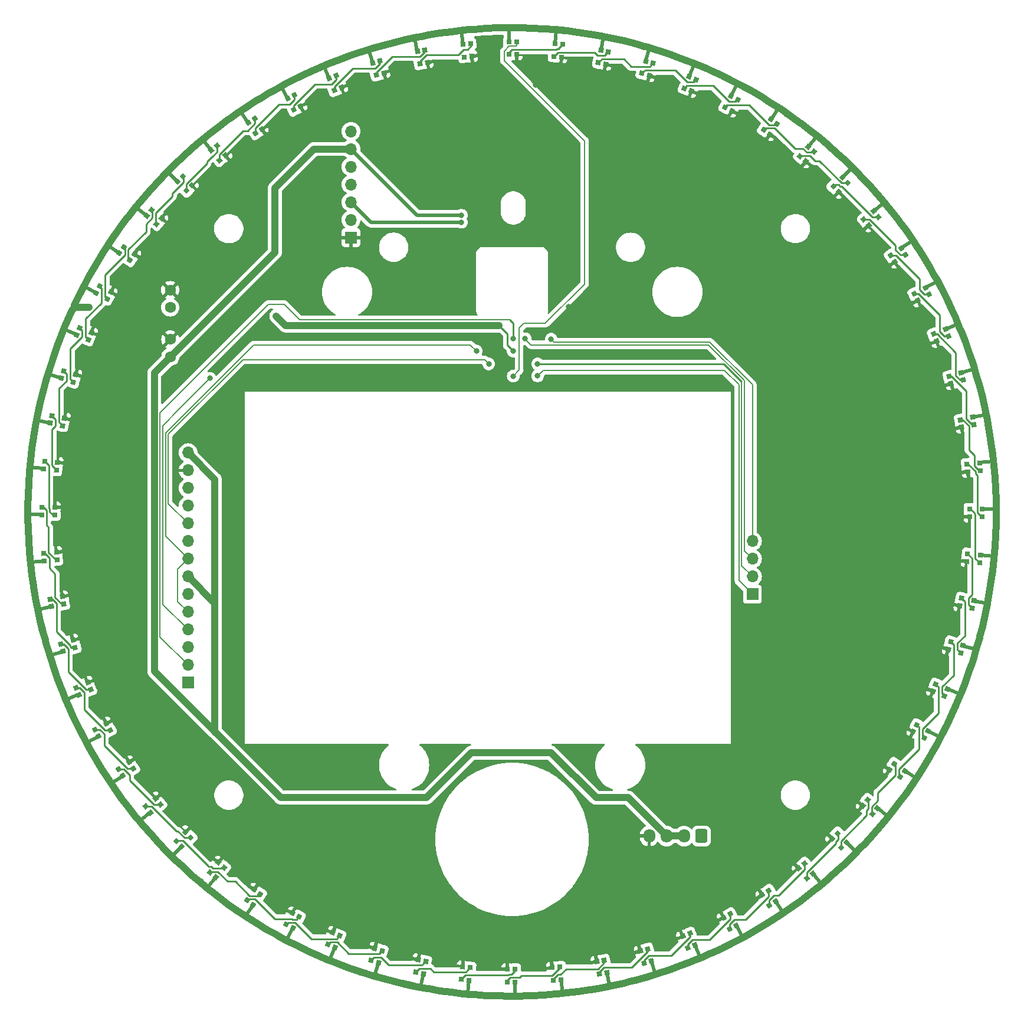
<source format=gbr>
%TF.GenerationSoftware,KiCad,Pcbnew,7.0.11*%
%TF.CreationDate,2025-03-06T22:48:18+09:00*%
%TF.ProjectId,IO,494f2e6b-6963-4616-945f-706362585858,rev?*%
%TF.SameCoordinates,Original*%
%TF.FileFunction,Copper,L1,Top*%
%TF.FilePolarity,Positive*%
%FSLAX46Y46*%
G04 Gerber Fmt 4.6, Leading zero omitted, Abs format (unit mm)*
G04 Created by KiCad (PCBNEW 7.0.11) date 2025-03-06 22:48:18*
%MOMM*%
%LPD*%
G01*
G04 APERTURE LIST*
G04 Aperture macros list*
%AMRoundRect*
0 Rectangle with rounded corners*
0 $1 Rounding radius*
0 $2 $3 $4 $5 $6 $7 $8 $9 X,Y pos of 4 corners*
0 Add a 4 corners polygon primitive as box body*
4,1,4,$2,$3,$4,$5,$6,$7,$8,$9,$2,$3,0*
0 Add four circle primitives for the rounded corners*
1,1,$1+$1,$2,$3*
1,1,$1+$1,$4,$5*
1,1,$1+$1,$6,$7*
1,1,$1+$1,$8,$9*
0 Add four rect primitives between the rounded corners*
20,1,$1+$1,$2,$3,$4,$5,0*
20,1,$1+$1,$4,$5,$6,$7,0*
20,1,$1+$1,$6,$7,$8,$9,0*
20,1,$1+$1,$8,$9,$2,$3,0*%
%AMRotRect*
0 Rectangle, with rotation*
0 The origin of the aperture is its center*
0 $1 length*
0 $2 width*
0 $3 Rotation angle, in degrees counterclockwise*
0 Add horizontal line*
21,1,$1,$2,0,0,$3*%
G04 Aperture macros list end*
%TA.AperFunction,SMDPad,CuDef*%
%ADD10RotRect,0.700000X0.700000X348.750000*%
%TD*%
%TA.AperFunction,SMDPad,CuDef*%
%ADD11RotRect,0.700000X0.700000X196.875000*%
%TD*%
%TA.AperFunction,SMDPad,CuDef*%
%ADD12RotRect,0.700000X0.700000X292.500000*%
%TD*%
%TA.AperFunction,ComponentPad*%
%ADD13R,1.700000X1.700000*%
%TD*%
%TA.AperFunction,ComponentPad*%
%ADD14O,1.700000X1.700000*%
%TD*%
%TA.AperFunction,SMDPad,CuDef*%
%ADD15RotRect,0.700000X0.700000X140.625000*%
%TD*%
%TA.AperFunction,SMDPad,CuDef*%
%ADD16RotRect,0.700000X0.700000X303.750000*%
%TD*%
%TA.AperFunction,SMDPad,CuDef*%
%ADD17RotRect,0.700000X0.700000X50.625000*%
%TD*%
%TA.AperFunction,SMDPad,CuDef*%
%ADD18RotRect,0.700000X0.700000X320.625000*%
%TD*%
%TA.AperFunction,SMDPad,CuDef*%
%ADD19RotRect,0.700000X0.700000X45.000000*%
%TD*%
%TA.AperFunction,SMDPad,CuDef*%
%ADD20RotRect,0.700000X0.700000X185.625000*%
%TD*%
%TA.AperFunction,SMDPad,CuDef*%
%ADD21RotRect,0.700000X0.700000X101.250000*%
%TD*%
%TA.AperFunction,SMDPad,CuDef*%
%ADD22RotRect,0.700000X0.700000X275.625000*%
%TD*%
%TA.AperFunction,SMDPad,CuDef*%
%ADD23RotRect,0.700000X0.700000X236.250000*%
%TD*%
%TA.AperFunction,SMDPad,CuDef*%
%ADD24RotRect,0.700000X0.700000X264.375000*%
%TD*%
%TA.AperFunction,SMDPad,CuDef*%
%ADD25RotRect,0.700000X0.700000X174.375000*%
%TD*%
%TA.AperFunction,SMDPad,CuDef*%
%ADD26R,0.700000X0.700000*%
%TD*%
%TA.AperFunction,SMDPad,CuDef*%
%ADD27RotRect,0.700000X0.700000X106.875000*%
%TD*%
%TA.AperFunction,SMDPad,CuDef*%
%ADD28RotRect,0.700000X0.700000X337.500000*%
%TD*%
%TA.AperFunction,SMDPad,CuDef*%
%ADD29RotRect,0.700000X0.700000X241.875000*%
%TD*%
%TA.AperFunction,SMDPad,CuDef*%
%ADD30RotRect,0.700000X0.700000X281.250000*%
%TD*%
%TA.AperFunction,SMDPad,CuDef*%
%ADD31RotRect,0.700000X0.700000X213.750000*%
%TD*%
%TA.AperFunction,SMDPad,CuDef*%
%ADD32RotRect,0.700000X0.700000X123.750000*%
%TD*%
%TA.AperFunction,SMDPad,CuDef*%
%ADD33RotRect,0.700000X0.700000X118.125000*%
%TD*%
%TA.AperFunction,SMDPad,CuDef*%
%ADD34RotRect,0.700000X0.700000X22.500000*%
%TD*%
%TA.AperFunction,SMDPad,CuDef*%
%ADD35RotRect,0.700000X0.700000X146.250000*%
%TD*%
%TA.AperFunction,SMDPad,CuDef*%
%ADD36RotRect,0.700000X0.700000X191.250000*%
%TD*%
%TA.AperFunction,SMDPad,CuDef*%
%ADD37RotRect,0.700000X0.700000X253.125000*%
%TD*%
%TA.AperFunction,SMDPad,CuDef*%
%ADD38RotRect,0.700000X0.700000X230.625000*%
%TD*%
%TA.AperFunction,SMDPad,CuDef*%
%ADD39RotRect,0.700000X0.700000X5.625000*%
%TD*%
%TA.AperFunction,SMDPad,CuDef*%
%ADD40RotRect,0.700000X0.700000X202.500000*%
%TD*%
%TA.AperFunction,SMDPad,CuDef*%
%ADD41RotRect,0.700000X0.700000X95.625000*%
%TD*%
%TA.AperFunction,SMDPad,CuDef*%
%ADD42RotRect,0.700000X0.700000X157.500000*%
%TD*%
%TA.AperFunction,SMDPad,CuDef*%
%ADD43RotRect,0.700000X0.700000X112.500000*%
%TD*%
%TA.AperFunction,SMDPad,CuDef*%
%ADD44RotRect,0.700000X0.700000X354.375000*%
%TD*%
%TA.AperFunction,SMDPad,CuDef*%
%ADD45RotRect,0.700000X0.700000X61.875000*%
%TD*%
%TA.AperFunction,SMDPad,CuDef*%
%ADD46RotRect,0.700000X0.700000X78.750000*%
%TD*%
%TA.AperFunction,SMDPad,CuDef*%
%ADD47RotRect,0.700000X0.700000X326.250000*%
%TD*%
%TA.AperFunction,SMDPad,CuDef*%
%ADD48RotRect,0.700000X0.700000X219.375000*%
%TD*%
%TA.AperFunction,SMDPad,CuDef*%
%ADD49RotRect,0.700000X0.700000X28.125000*%
%TD*%
%TA.AperFunction,SMDPad,CuDef*%
%ADD50RotRect,0.700000X0.700000X247.500000*%
%TD*%
%TA.AperFunction,SMDPad,CuDef*%
%ADD51RotRect,0.700000X0.700000X163.125000*%
%TD*%
%TA.AperFunction,SMDPad,CuDef*%
%ADD52RotRect,0.700000X0.700000X343.125000*%
%TD*%
%TA.AperFunction,SMDPad,CuDef*%
%ADD53RotRect,0.700000X0.700000X286.875000*%
%TD*%
%TA.AperFunction,SMDPad,CuDef*%
%ADD54RotRect,0.700000X0.700000X84.375000*%
%TD*%
%TA.AperFunction,SMDPad,CuDef*%
%ADD55RotRect,0.700000X0.700000X129.375000*%
%TD*%
%TA.AperFunction,SMDPad,CuDef*%
%ADD56RotRect,0.700000X0.700000X56.250000*%
%TD*%
%TA.AperFunction,SMDPad,CuDef*%
%ADD57RotRect,0.700000X0.700000X309.375000*%
%TD*%
%TA.AperFunction,SMDPad,CuDef*%
%ADD58RotRect,0.700000X0.700000X315.000000*%
%TD*%
%TA.AperFunction,SMDPad,CuDef*%
%ADD59RotRect,0.700000X0.700000X73.125000*%
%TD*%
%TA.AperFunction,SMDPad,CuDef*%
%ADD60RotRect,0.700000X0.700000X39.375000*%
%TD*%
%TA.AperFunction,SMDPad,CuDef*%
%ADD61RotRect,0.700000X0.700000X208.125000*%
%TD*%
%TA.AperFunction,SMDPad,CuDef*%
%ADD62RotRect,0.700000X0.700000X258.750000*%
%TD*%
%TA.AperFunction,SMDPad,CuDef*%
%ADD63RotRect,0.700000X0.700000X168.750000*%
%TD*%
%TA.AperFunction,SMDPad,CuDef*%
%ADD64RotRect,0.700000X0.700000X16.875000*%
%TD*%
%TA.AperFunction,SMDPad,CuDef*%
%ADD65RotRect,0.700000X0.700000X67.500000*%
%TD*%
%TA.AperFunction,SMDPad,CuDef*%
%ADD66RotRect,0.700000X0.700000X225.000000*%
%TD*%
%TA.AperFunction,SMDPad,CuDef*%
%ADD67RotRect,0.700000X0.700000X11.250000*%
%TD*%
%TA.AperFunction,SMDPad,CuDef*%
%ADD68RotRect,0.700000X0.700000X298.125000*%
%TD*%
%TA.AperFunction,SMDPad,CuDef*%
%ADD69RotRect,0.700000X0.700000X331.875000*%
%TD*%
%TA.AperFunction,SMDPad,CuDef*%
%ADD70RotRect,0.700000X0.700000X33.750000*%
%TD*%
%TA.AperFunction,SMDPad,CuDef*%
%ADD71RotRect,0.700000X0.700000X135.000000*%
%TD*%
%TA.AperFunction,SMDPad,CuDef*%
%ADD72RotRect,0.700000X0.700000X151.875000*%
%TD*%
%TA.AperFunction,ComponentPad*%
%ADD73RoundRect,0.250000X0.600000X0.725000X-0.600000X0.725000X-0.600000X-0.725000X0.600000X-0.725000X0*%
%TD*%
%TA.AperFunction,ComponentPad*%
%ADD74O,1.700000X1.950000*%
%TD*%
%TA.AperFunction,ComponentPad*%
%ADD75C,1.600000*%
%TD*%
%TA.AperFunction,ViaPad*%
%ADD76C,0.800000*%
%TD*%
%TA.AperFunction,Conductor*%
%ADD77C,0.250000*%
%TD*%
%TA.AperFunction,Conductor*%
%ADD78C,1.000000*%
%TD*%
%TA.AperFunction,Conductor*%
%ADD79C,0.200000*%
%TD*%
%TA.AperFunction,Conductor*%
%ADD80C,0.500000*%
%TD*%
G04 APERTURE END LIST*
D10*
%TO.P,D23,1,VDD*%
%TO.N,+5V*%
X77004539Y-76809349D03*
%TO.P,D23,2,DOUT*%
%TO.N,Net-(D23-DOUT)*%
X78799376Y-77166365D03*
%TO.P,D23,3,VSS*%
%TO.N,GND*%
X79013975Y-76087501D03*
%TO.P,D23,4,DIN*%
%TO.N,Net-(D15-DOUT)*%
X77219138Y-75730485D03*
%TD*%
D11*
%TO.P,D42,1,VDD*%
%TO.N,+5V*%
X207738036Y-69550892D03*
%TO.P,D42,2,DOUT*%
%TO.N,Net-(D42-DOUT)*%
X205986835Y-70082113D03*
%TO.P,D42,3,VSS*%
%TO.N,GND*%
X206306148Y-71134748D03*
%TO.P,D42,4,DIN*%
%TO.N,Net-(D34-DOUT)*%
X208057349Y-70603527D03*
%TD*%
D12*
%TO.P,D40,1,VDD*%
%TO.N,+5V*%
X117055977Y-27366960D03*
%TO.P,D40,2,DOUT*%
%TO.N,Net-(D40-DOUT)*%
X117756288Y-29057660D03*
%TO.P,D40,3,VSS*%
%TO.N,GND*%
X118772555Y-28636708D03*
%TO.P,D40,4,DIN*%
%TO.N,Net-(D32-DOUT)*%
X118072244Y-26946008D03*
%TD*%
D13*
%TO.P,J3,1,Pin_1*%
%TO.N,/SD\uFF3FSCK*%
X177780000Y-101360000D03*
D14*
%TO.P,J3,2,Pin_2*%
%TO.N,/SD\uFF3FMISO*%
X177780000Y-98820000D03*
%TO.P,J3,3,Pin_3*%
%TO.N,/SD\uFF3FMOSI*%
X177780000Y-96280000D03*
%TO.P,J3,4,Pin_4*%
%TO.N,/SD\uFF3FCS*%
X177780000Y-93740000D03*
%TD*%
D15*
%TO.P,D59,1,VDD*%
%TO.N,+5V*%
X195722804Y-132035307D03*
%TO.P,D59,2,DOUT*%
%TO.N,/C*%
X194308195Y-130874367D03*
%TO.P,D59,3,VSS*%
%TO.N,GND*%
X193610362Y-131724679D03*
%TO.P,D59,4,DIN*%
%TO.N,Net-(D51-DOUT)*%
X195024971Y-132885619D03*
%TD*%
D16*
%TO.P,D24,1,VDD*%
%TO.N,+5V*%
X105427852Y-33677983D03*
%TO.P,D24,2,DOUT*%
%TO.N,Net-(D24-DOUT)*%
X106444545Y-35199572D03*
%TO.P,D24,3,VSS*%
%TO.N,GND*%
X107359162Y-34588445D03*
%TO.P,D24,4,DIN*%
%TO.N,Net-(D16-DOUT)*%
X106342469Y-33066856D03*
%TD*%
D17*
%TO.P,D61,1,VDD*%
%TO.N,+5V*%
X100798693Y-141996081D03*
%TO.P,D61,2,DOUT*%
%TO.N,/E*%
X101959633Y-140581472D03*
%TO.P,D61,3,VSS*%
%TO.N,GND*%
X101109321Y-139883639D03*
%TO.P,D61,4,DIN*%
%TO.N,Net-(D53-DOUT)*%
X99948381Y-141298248D03*
%TD*%
D18*
%TO.P,D63,1,VDD*%
%TO.N,+5V*%
X90837921Y-47071973D03*
%TO.P,D63,2,DOUT*%
%TO.N,/G*%
X92252530Y-48232913D03*
%TO.P,D63,3,VSS*%
%TO.N,GND*%
X92950363Y-47382601D03*
%TO.P,D63,4,DIN*%
%TO.N,Net-(D55-DOUT)*%
X91535754Y-46221661D03*
%TD*%
D19*
%TO.P,D6,1,VDD*%
%TO.N,+5V*%
X95862996Y-137579624D03*
%TO.P,D6,2,DOUT*%
%TO.N,Net-(D14-DIN)*%
X97157001Y-136285619D03*
%TO.P,D6,3,VSS*%
%TO.N,GND*%
X96379184Y-135507802D03*
%TO.P,D6,4,DIN*%
%TO.N,/E*%
X95085179Y-136801807D03*
%TD*%
D20*
%TO.P,D58,1,VDD*%
%TO.N,+5V*%
X210401843Y-82510309D03*
%TO.P,D58,2,DOUT*%
%TO.N,/B*%
X208580655Y-82689680D03*
%TO.P,D58,3,VSS*%
%TO.N,GND*%
X208688473Y-83784383D03*
%TO.P,D58,4,DIN*%
%TO.N,Net-(D50-DOUT)*%
X210509661Y-83605012D03*
%TD*%
D21*
%TO.P,D52,1,VDD*%
%TO.N,+5V*%
X156868832Y-155661547D03*
%TO.P,D52,2,DOUT*%
%TO.N,Net-(D52-DOUT)*%
X156511816Y-153866710D03*
%TO.P,D52,3,VSS*%
%TO.N,GND*%
X155432952Y-154081309D03*
%TO.P,D52,4,DIN*%
%TO.N,Net-(D44-DOUT)*%
X155789968Y-155876146D03*
%TD*%
D22*
%TO.P,D64,1,VDD*%
%TO.N,+5V*%
X136237031Y-22432160D03*
%TO.P,D64,2,DOUT*%
%TO.N,unconnected-(D64-DOUT-Pad2)*%
X136416402Y-24253348D03*
%TO.P,D64,3,VSS*%
%TO.N,GND*%
X137511105Y-24145530D03*
%TO.P,D64,4,DIN*%
%TO.N,Net-(D56-DOUT)*%
X137331734Y-22324342D03*
%TD*%
D23*
%TO.P,D49,1,VDD*%
%TO.N,+5V*%
X180417208Y-33199792D03*
%TO.P,D49,2,DOUT*%
%TO.N,Net-(D49-DOUT)*%
X179400515Y-34721381D03*
%TO.P,D49,3,VSS*%
%TO.N,GND*%
X180315132Y-35332508D03*
%TO.P,D49,4,DIN*%
%TO.N,Net-(D41-DOUT)*%
X181331825Y-33810919D03*
%TD*%
D24*
%TO.P,D9,1,VDD*%
%TO.N,+5V*%
X149467116Y-22347794D03*
%TO.P,D9,2,DOUT*%
%TO.N,Net-(D17-DIN)*%
X149287745Y-24168982D03*
%TO.P,D9,3,VSS*%
%TO.N,GND*%
X150382448Y-24276800D03*
%TO.P,D9,4,DIN*%
%TO.N,Net-(D1-DOUT)*%
X150561819Y-22455612D03*
%TD*%
D25*
%TO.P,D11,1,VDD*%
%TO.N,+5V*%
X210486208Y-95740396D03*
%TO.P,D11,2,DOUT*%
%TO.N,Net-(D11-DOUT)*%
X208665020Y-95561025D03*
%TO.P,D11,3,VSS*%
%TO.N,GND*%
X208557202Y-96655728D03*
%TO.P,D11,4,DIN*%
%TO.N,Net-(D11-DIN)*%
X210378390Y-96835099D03*
%TD*%
D26*
%TO.P,D1,1,VDD*%
%TO.N,+5V*%
X142850000Y-22065000D03*
%TO.P,D1,2,DOUT*%
%TO.N,Net-(D1-DOUT)*%
X142850000Y-23895000D03*
%TO.P,D1,3,VSS*%
%TO.N,GND*%
X143950000Y-23895000D03*
%TO.P,D1,4,DIN*%
%TO.N,/PWM*%
X143950000Y-22065000D03*
%TD*%
D27*
%TO.P,D44,1,VDD*%
%TO.N,+5V*%
X163283108Y-154011316D03*
%TO.P,D44,2,DOUT*%
%TO.N,Net-(D44-DOUT)*%
X162751887Y-152260115D03*
%TO.P,D44,3,VSS*%
%TO.N,GND*%
X161699252Y-152579428D03*
%TO.P,D44,4,DIN*%
%TO.N,Net-(D36-DOUT)*%
X162230473Y-154330629D03*
%TD*%
D28*
%TO.P,D39,1,VDD*%
%TO.N,+5V*%
X80764298Y-64124455D03*
%TO.P,D39,2,DOUT*%
%TO.N,Net-(D39-DOUT)*%
X82454998Y-64824766D03*
%TO.P,D39,3,VSS*%
%TO.N,GND*%
X82875950Y-63808499D03*
%TO.P,D39,4,DIN*%
%TO.N,Net-(D31-DOUT)*%
X81185250Y-63108188D03*
%TD*%
D29*
%TO.P,D41,1,VDD*%
%TO.N,+5V*%
X174714741Y-29831103D03*
%TO.P,D41,2,DOUT*%
%TO.N,Net-(D41-DOUT)*%
X173852085Y-31445019D03*
%TO.P,D41,3,VSS*%
%TO.N,GND*%
X174822199Y-31963555D03*
%TO.P,D41,4,DIN*%
%TO.N,Net-(D33-DOUT)*%
X175684855Y-30349639D03*
%TD*%
D30*
%TO.P,D56,1,VDD*%
%TO.N,+5V*%
X129691890Y-23445736D03*
%TO.P,D56,2,DOUT*%
%TO.N,Net-(D56-DOUT)*%
X130048906Y-25240573D03*
%TO.P,D56,3,VSS*%
%TO.N,GND*%
X131127770Y-25025974D03*
%TO.P,D56,4,DIN*%
%TO.N,Net-(D48-DOUT)*%
X130770754Y-23231137D03*
%TD*%
D31*
%TO.P,D18,1,VDD*%
%TO.N,+5V*%
X199156018Y-51701129D03*
%TO.P,D18,2,DOUT*%
%TO.N,Net-(D18-DOUT)*%
X197634429Y-52717822D03*
%TO.P,D18,3,VSS*%
%TO.N,GND*%
X198245556Y-53632439D03*
%TO.P,D18,4,DIN*%
%TO.N,Net-(D10-DOUT)*%
X199767145Y-52615746D03*
%TD*%
D32*
%TO.P,D20,1,VDD*%
%TO.N,+5V*%
X181132872Y-145429299D03*
%TO.P,D20,2,DOUT*%
%TO.N,Net-(D20-DOUT)*%
X180116179Y-143907710D03*
%TO.P,D20,3,VSS*%
%TO.N,GND*%
X179201562Y-144518837D03*
%TO.P,D20,4,DIN*%
%TO.N,Net-(D12-DOUT)*%
X180218255Y-146040426D03*
%TD*%
D33*
%TO.P,D28,1,VDD*%
%TO.N,+5V*%
X175473830Y-148870438D03*
%TO.P,D28,2,DOUT*%
%TO.N,Net-(D28-DOUT)*%
X174611174Y-147256522D03*
%TO.P,D28,3,VSS*%
%TO.N,GND*%
X173641060Y-147775058D03*
%TO.P,D28,4,DIN*%
%TO.N,Net-(D20-DOUT)*%
X174503716Y-149388974D03*
%TD*%
D34*
%TO.P,D38,1,VDD*%
%TO.N,+5V*%
X81093680Y-115778024D03*
%TO.P,D38,2,DOUT*%
%TO.N,Net-(D38-DOUT)*%
X82784380Y-115077713D03*
%TO.P,D38,3,VSS*%
%TO.N,GND*%
X82363428Y-114061446D03*
%TO.P,D38,4,DIN*%
%TO.N,Net-(D30-DOUT)*%
X80672728Y-114761757D03*
%TD*%
D13*
%TO.P,J1,1,Pin_1*%
%TO.N,unconnected-(J1-Pin_1-Pad1)*%
X96780000Y-114070000D03*
D14*
%TO.P,J1,2,Pin_2*%
%TO.N,/MISO*%
X96780000Y-111530000D03*
%TO.P,J1,3,Pin_3*%
%TO.N,/MOSI*%
X96780000Y-108990000D03*
%TO.P,J1,4,Pin_4*%
%TO.N,/T_CS*%
X96780000Y-106450000D03*
%TO.P,J1,5,Pin_5*%
%TO.N,/SCK*%
X96780000Y-103910000D03*
%TO.P,J1,6,Pin_6*%
%TO.N,unconnected-(J1-Pin_6-Pad6)*%
X96780000Y-101370000D03*
%TO.P,J1,7,Pin_7*%
%TO.N,+3.3V*%
X96780000Y-98830000D03*
%TO.P,J1,8,Pin_8*%
%TO.N,/SCK*%
X96780000Y-96290000D03*
%TO.P,J1,9,Pin_9*%
%TO.N,/MOSI*%
X96780000Y-93750000D03*
%TO.P,J1,10,Pin_10*%
%TO.N,/DC*%
X96780000Y-91210000D03*
%TO.P,J1,11,Pin_11*%
%TO.N,/RESET*%
X96780000Y-88670000D03*
%TO.P,J1,12,Pin_12*%
%TO.N,/CS*%
X96780000Y-86130000D03*
%TO.P,J1,13,Pin_13*%
%TO.N,GND*%
X96780000Y-83590000D03*
%TO.P,J1,14,Pin_14*%
%TO.N,+3.3V*%
X96780000Y-81050000D03*
%TD*%
D35*
%TO.P,D51,1,VDD*%
%TO.N,+5V*%
X199634210Y-126690488D03*
%TO.P,D51,2,DOUT*%
%TO.N,Net-(D51-DOUT)*%
X198112621Y-125673795D03*
%TO.P,D51,3,VSS*%
%TO.N,GND*%
X197501494Y-126588412D03*
%TO.P,D51,4,DIN*%
%TO.N,Net-(D43-DOUT)*%
X199023083Y-127605105D03*
%TD*%
D36*
%TO.P,D50,1,VDD*%
%TO.N,+5V*%
X209388267Y-75965168D03*
%TO.P,D50,2,DOUT*%
%TO.N,Net-(D50-DOUT)*%
X207593430Y-76322184D03*
%TO.P,D50,3,VSS*%
%TO.N,GND*%
X207808029Y-77401048D03*
%TO.P,D50,4,DIN*%
%TO.N,Net-(D42-DOUT)*%
X209602866Y-77044032D03*
%TD*%
D37*
%TO.P,D25,1,VDD*%
%TO.N,+5V*%
X162459449Y-24846111D03*
%TO.P,D25,2,DOUT*%
%TO.N,Net-(D25-DOUT)*%
X161928228Y-26597312D03*
%TO.P,D25,3,VSS*%
%TO.N,GND*%
X162980863Y-26916625D03*
%TO.P,D25,4,DIN*%
%TO.N,Net-(D17-DOUT)*%
X163512084Y-25165424D03*
%TD*%
D38*
%TO.P,D57,1,VDD*%
%TO.N,+5V*%
X185762027Y-37111198D03*
%TO.P,D57,2,DOUT*%
%TO.N,/A*%
X184601087Y-38525807D03*
%TO.P,D57,3,VSS*%
%TO.N,GND*%
X185451399Y-39223640D03*
%TO.P,D57,4,DIN*%
%TO.N,Net-(D49-DOUT)*%
X186612339Y-37809031D03*
%TD*%
D39*
%TO.P,D62,1,VDD*%
%TO.N,+5V*%
X76158880Y-96596970D03*
%TO.P,D62,2,DOUT*%
%TO.N,/F*%
X77980068Y-96417599D03*
%TO.P,D62,3,VSS*%
%TO.N,GND*%
X77872250Y-95322896D03*
%TO.P,D62,4,DIN*%
%TO.N,Net-(D54-DOUT)*%
X76051062Y-95502267D03*
%TD*%
D40*
%TO.P,D34,1,VDD*%
%TO.N,+5V*%
X205467042Y-63329254D03*
%TO.P,D34,2,DOUT*%
%TO.N,Net-(D34-DOUT)*%
X203776342Y-64029565D03*
%TO.P,D34,3,VSS*%
%TO.N,GND*%
X204197294Y-65045832D03*
%TO.P,D34,4,DIN*%
%TO.N,Net-(D26-DOUT)*%
X205887994Y-64345521D03*
%TD*%
D41*
%TO.P,D60,1,VDD*%
%TO.N,+5V*%
X150323691Y-156675123D03*
%TO.P,D60,2,DOUT*%
%TO.N,/D*%
X150144320Y-154853935D03*
%TO.P,D60,3,VSS*%
%TO.N,GND*%
X149049617Y-154961753D03*
%TO.P,D60,4,DIN*%
%TO.N,Net-(D52-DOUT)*%
X149228988Y-156782941D03*
%TD*%
D42*
%TO.P,D35,1,VDD*%
%TO.N,+5V*%
X205796427Y-114982824D03*
%TO.P,D35,2,DOUT*%
%TO.N,Net-(D35-DOUT)*%
X204105727Y-114282513D03*
%TO.P,D35,3,VSS*%
%TO.N,GND*%
X203684775Y-115298780D03*
%TO.P,D35,4,DIN*%
%TO.N,Net-(D27-DOUT)*%
X205375475Y-115999091D03*
%TD*%
D43*
%TO.P,D36,1,VDD*%
%TO.N,+5V*%
X169504746Y-151740323D03*
%TO.P,D36,2,DOUT*%
%TO.N,Net-(D36-DOUT)*%
X168804435Y-150049623D03*
%TO.P,D36,3,VSS*%
%TO.N,GND*%
X167788168Y-150470575D03*
%TO.P,D36,4,DIN*%
%TO.N,Net-(D28-DOUT)*%
X168488479Y-152161275D03*
%TD*%
D44*
%TO.P,D15,1,VDD*%
%TO.N,+5V*%
X76074516Y-83366883D03*
%TO.P,D15,2,DOUT*%
%TO.N,Net-(D15-DOUT)*%
X77895704Y-83546254D03*
%TO.P,D15,3,VSS*%
%TO.N,GND*%
X78003522Y-82451551D03*
%TO.P,D15,4,DIN*%
%TO.N,Net-(D15-DIN)*%
X76182334Y-82272180D03*
%TD*%
D26*
%TO.P,D7,1,VDD*%
%TO.N,+5V*%
X75791722Y-89983999D03*
%TO.P,D7,2,DOUT*%
%TO.N,Net-(D15-DIN)*%
X77621722Y-89983999D03*
%TO.P,D7,3,VSS*%
%TO.N,GND*%
X77621722Y-88883999D03*
%TO.P,D7,4,DIN*%
%TO.N,/F*%
X75791722Y-88883999D03*
%TD*%
D45*
%TO.P,D45,1,VDD*%
%TO.N,+5V*%
X111845979Y-149276177D03*
%TO.P,D45,2,DOUT*%
%TO.N,Net-(D45-DOUT)*%
X112708635Y-147662261D03*
%TO.P,D45,3,VSS*%
%TO.N,GND*%
X111738521Y-147143725D03*
%TO.P,D45,4,DIN*%
%TO.N,Net-(D37-DOUT)*%
X110875865Y-148757641D03*
%TD*%
D13*
%TO.P,J5,1,Pin_1*%
%TO.N,GND*%
X120170000Y-50160000D03*
D14*
%TO.P,J5,2,Pin_2*%
%TO.N,/TXD*%
X120170000Y-47620000D03*
%TO.P,J5,3,Pin_3*%
%TO.N,/PRG*%
X120170000Y-45080000D03*
%TO.P,J5,4,Pin_4*%
%TO.N,/RXD*%
X120170000Y-42540000D03*
%TO.P,J5,5,Pin_5*%
%TO.N,/RST*%
X120170000Y-40000000D03*
%TO.P,J5,6,Pin_6*%
%TO.N,+3.3V*%
X120170000Y-37460000D03*
%TO.P,J5,7,Pin_7*%
%TO.N,/SET*%
X120170000Y-34920000D03*
%TD*%
D46*
%TO.P,D21,1,VDD*%
%TO.N,+5V*%
X130536070Y-155829464D03*
%TO.P,D21,2,DOUT*%
%TO.N,Net-(D21-DOUT)*%
X130893086Y-154034627D03*
%TO.P,D21,3,VSS*%
%TO.N,GND*%
X129814222Y-153820028D03*
%TO.P,D21,4,DIN*%
%TO.N,Net-(D13-DOUT)*%
X129457206Y-155614865D03*
%TD*%
D47*
%TO.P,D55,1,VDD*%
%TO.N,+5V*%
X86926515Y-52416792D03*
%TO.P,D55,2,DOUT*%
%TO.N,Net-(D55-DOUT)*%
X88448104Y-53433485D03*
%TO.P,D55,3,VSS*%
%TO.N,GND*%
X89059231Y-52518868D03*
%TO.P,D55,4,DIN*%
%TO.N,Net-(D47-DOUT)*%
X87537642Y-51502175D03*
%TD*%
D48*
%TO.P,D10,1,VDD*%
%TO.N,+5V*%
X195176766Y-46406627D03*
%TO.P,D10,2,DOUT*%
%TO.N,Net-(D10-DOUT)*%
X193762157Y-47567567D03*
%TO.P,D10,3,VSS*%
%TO.N,GND*%
X194459990Y-48417879D03*
%TO.P,D10,4,DIN*%
%TO.N,Net-(D10-DIN)*%
X195874599Y-47256939D03*
%TD*%
D49*
%TO.P,D30,1,VDD*%
%TO.N,+5V*%
X83963565Y-121747107D03*
%TO.P,D30,2,DOUT*%
%TO.N,Net-(D30-DOUT)*%
X85577481Y-120884451D03*
%TO.P,D30,3,VSS*%
%TO.N,GND*%
X85058945Y-119914337D03*
%TO.P,D30,4,DIN*%
%TO.N,Net-(D22-DOUT)*%
X83445029Y-120776993D03*
%TD*%
D50*
%TO.P,D33,1,VDD*%
%TO.N,+5V*%
X168709544Y-27037575D03*
%TO.P,D33,2,DOUT*%
%TO.N,Net-(D33-DOUT)*%
X168009233Y-28728275D03*
%TO.P,D33,3,VSS*%
%TO.N,GND*%
X169025500Y-29149227D03*
%TO.P,D33,4,DIN*%
%TO.N,Net-(D25-DOUT)*%
X169725811Y-27458527D03*
%TD*%
D26*
%TO.P,D5,1,VDD*%
%TO.N,+5V*%
X143710720Y-157042281D03*
%TO.P,D5,2,DOUT*%
%TO.N,Net-(D13-DIN)*%
X143710720Y-155212281D03*
%TO.P,D5,3,VSS*%
%TO.N,GND*%
X142610720Y-155212281D03*
%TO.P,D5,4,DIN*%
%TO.N,/D*%
X142610720Y-157042281D03*
%TD*%
D51*
%TO.P,D27,1,VDD*%
%TO.N,+5V*%
X207987891Y-108732729D03*
%TO.P,D27,2,DOUT*%
%TO.N,Net-(D27-DOUT)*%
X206236690Y-108201508D03*
%TO.P,D27,3,VSS*%
%TO.N,GND*%
X205917377Y-109254143D03*
%TO.P,D27,4,DIN*%
%TO.N,Net-(D19-DOUT)*%
X207668578Y-109785364D03*
%TD*%
D52*
%TO.P,D31,1,VDD*%
%TO.N,+5V*%
X78572834Y-70374550D03*
%TO.P,D31,2,DOUT*%
%TO.N,Net-(D31-DOUT)*%
X80324035Y-70905771D03*
%TO.P,D31,3,VSS*%
%TO.N,GND*%
X80643348Y-69853136D03*
%TO.P,D31,4,DIN*%
%TO.N,Net-(D23-DOUT)*%
X78892147Y-69321915D03*
%TD*%
D53*
%TO.P,D48,1,VDD*%
%TO.N,+5V*%
X123277615Y-25095967D03*
%TO.P,D48,2,DOUT*%
%TO.N,Net-(D48-DOUT)*%
X123808836Y-26847168D03*
%TO.P,D48,3,VSS*%
%TO.N,GND*%
X124861471Y-26527855D03*
%TO.P,D48,4,DIN*%
%TO.N,Net-(D40-DOUT)*%
X124330250Y-24776654D03*
%TD*%
D54*
%TO.P,D13,1,VDD*%
%TO.N,+5V*%
X137093604Y-156759487D03*
%TO.P,D13,2,DOUT*%
%TO.N,Net-(D13-DOUT)*%
X137272975Y-154938299D03*
%TO.P,D13,3,VSS*%
%TO.N,GND*%
X136178272Y-154830481D03*
%TO.P,D13,4,DIN*%
%TO.N,Net-(D13-DIN)*%
X135998901Y-156651669D03*
%TD*%
D55*
%TO.P,D12,1,VDD*%
%TO.N,+5V*%
X186427375Y-141450047D03*
%TO.P,D12,2,DOUT*%
%TO.N,Net-(D12-DOUT)*%
X185266435Y-140035438D03*
%TO.P,D12,3,VSS*%
%TO.N,GND*%
X184416123Y-140733271D03*
%TO.P,D12,4,DIN*%
%TO.N,Net-(D12-DIN)*%
X185577063Y-142147880D03*
%TD*%
D56*
%TO.P,D53,1,VDD*%
%TO.N,+5V*%
X106143512Y-145907488D03*
%TO.P,D53,2,DOUT*%
%TO.N,Net-(D53-DOUT)*%
X107160205Y-144385899D03*
%TO.P,D53,3,VSS*%
%TO.N,GND*%
X106245588Y-143774772D03*
%TO.P,D53,4,DIN*%
%TO.N,Net-(D45-DOUT)*%
X105228895Y-145296361D03*
%TD*%
D57*
%TO.P,D16,1,VDD*%
%TO.N,+5V*%
X100133350Y-37657234D03*
%TO.P,D16,2,DOUT*%
%TO.N,Net-(D16-DOUT)*%
X101294290Y-39071843D03*
%TO.P,D16,3,VSS*%
%TO.N,GND*%
X102144602Y-38374010D03*
%TO.P,D16,4,DIN*%
%TO.N,Net-(D16-DIN)*%
X100983662Y-36959401D03*
%TD*%
D58*
%TO.P,D8,1,VDD*%
%TO.N,+5V*%
X95254378Y-42136276D03*
%TO.P,D8,2,DOUT*%
%TO.N,Net-(D16-DIN)*%
X96548383Y-43430281D03*
%TO.P,D8,3,VSS*%
%TO.N,GND*%
X97326200Y-42652464D03*
%TO.P,D8,4,DIN*%
%TO.N,/G*%
X96032195Y-41358459D03*
%TD*%
D59*
%TO.P,D29,1,VDD*%
%TO.N,+5V*%
X124101271Y-154261169D03*
%TO.P,D29,2,DOUT*%
%TO.N,Net-(D29-DOUT)*%
X124632492Y-152509968D03*
%TO.P,D29,3,VSS*%
%TO.N,GND*%
X123579857Y-152190655D03*
%TO.P,D29,4,DIN*%
%TO.N,Net-(D21-DOUT)*%
X123048636Y-153941856D03*
%TD*%
D60*
%TO.P,D14,1,VDD*%
%TO.N,+5V*%
X91383954Y-132700652D03*
%TO.P,D14,2,DOUT*%
%TO.N,Net-(D14-DOUT)*%
X92798563Y-131539712D03*
%TO.P,D14,3,VSS*%
%TO.N,GND*%
X92100730Y-130689400D03*
%TO.P,D14,4,DIN*%
%TO.N,Net-(D14-DIN)*%
X90686121Y-131850340D03*
%TD*%
D61*
%TO.P,D26,1,VDD*%
%TO.N,+5V*%
X202597157Y-57360171D03*
%TO.P,D26,2,DOUT*%
%TO.N,Net-(D26-DOUT)*%
X200983241Y-58222827D03*
%TO.P,D26,3,VSS*%
%TO.N,GND*%
X201501777Y-59192941D03*
%TO.P,D26,4,DIN*%
%TO.N,Net-(D18-DOUT)*%
X203115693Y-58330285D03*
%TD*%
D26*
%TO.P,D3,1,VDD*%
%TO.N,+5V*%
X210769002Y-89123280D03*
%TO.P,D3,2,DOUT*%
%TO.N,Net-(D11-DIN)*%
X208939002Y-89123280D03*
%TO.P,D3,3,VSS*%
%TO.N,GND*%
X208939002Y-90223280D03*
%TO.P,D3,4,DIN*%
%TO.N,/B*%
X210769002Y-90223280D03*
%TD*%
D62*
%TO.P,D17,1,VDD*%
%TO.N,+5V*%
X156024650Y-23277816D03*
%TO.P,D17,2,DOUT*%
%TO.N,Net-(D17-DOUT)*%
X155667634Y-25072653D03*
%TO.P,D17,3,VSS*%
%TO.N,GND*%
X156746498Y-25287252D03*
%TO.P,D17,4,DIN*%
%TO.N,Net-(D17-DIN)*%
X157103514Y-23492415D03*
%TD*%
D63*
%TO.P,D19,1,VDD*%
%TO.N,+5V*%
X209556186Y-102297930D03*
%TO.P,D19,2,DOUT*%
%TO.N,Net-(D19-DOUT)*%
X207761349Y-101940914D03*
%TO.P,D19,3,VSS*%
%TO.N,GND*%
X207546750Y-103019778D03*
%TO.P,D19,4,DIN*%
%TO.N,Net-(D11-DOUT)*%
X209341587Y-103376794D03*
%TD*%
D64*
%TO.P,D46,1,VDD*%
%TO.N,+5V*%
X78822687Y-109556386D03*
%TO.P,D46,2,DOUT*%
%TO.N,Net-(D46-DOUT)*%
X80573888Y-109025165D03*
%TO.P,D46,3,VSS*%
%TO.N,GND*%
X80254575Y-107972530D03*
%TO.P,D46,4,DIN*%
%TO.N,Net-(D38-DOUT)*%
X78503374Y-108503751D03*
%TD*%
D65*
%TO.P,D37,1,VDD*%
%TO.N,+5V*%
X117851176Y-152069705D03*
%TO.P,D37,2,DOUT*%
%TO.N,Net-(D37-DOUT)*%
X118551487Y-150379005D03*
%TO.P,D37,3,VSS*%
%TO.N,GND*%
X117535220Y-149958053D03*
%TO.P,D37,4,DIN*%
%TO.N,Net-(D29-DOUT)*%
X116834909Y-151648753D03*
%TD*%
D66*
%TO.P,D2,1,VDD*%
%TO.N,+5V*%
X190697724Y-41527655D03*
%TO.P,D2,2,DOUT*%
%TO.N,Net-(D10-DIN)*%
X189403719Y-42821660D03*
%TO.P,D2,3,VSS*%
%TO.N,GND*%
X190181536Y-43599477D03*
%TO.P,D2,4,DIN*%
%TO.N,/A*%
X191475541Y-42305472D03*
%TD*%
D67*
%TO.P,D54,1,VDD*%
%TO.N,+5V*%
X77172456Y-103142111D03*
%TO.P,D54,2,DOUT*%
%TO.N,Net-(D54-DOUT)*%
X78967293Y-102785095D03*
%TO.P,D54,3,VSS*%
%TO.N,GND*%
X78752694Y-101706231D03*
%TO.P,D54,4,DIN*%
%TO.N,Net-(D46-DOUT)*%
X76957857Y-102063247D03*
%TD*%
D68*
%TO.P,D32,1,VDD*%
%TO.N,+5V*%
X111086894Y-30236845D03*
%TO.P,D32,2,DOUT*%
%TO.N,Net-(D32-DOUT)*%
X111949550Y-31850761D03*
%TO.P,D32,3,VSS*%
%TO.N,GND*%
X112919664Y-31332225D03*
%TO.P,D32,4,DIN*%
%TO.N,Net-(D24-DOUT)*%
X112057008Y-29718309D03*
%TD*%
D69*
%TO.P,D47,1,VDD*%
%TO.N,+5V*%
X83557826Y-58119259D03*
%TO.P,D47,2,DOUT*%
%TO.N,Net-(D47-DOUT)*%
X85171742Y-58981915D03*
%TO.P,D47,3,VSS*%
%TO.N,GND*%
X85690278Y-58011801D03*
%TO.P,D47,4,DIN*%
%TO.N,Net-(D39-DOUT)*%
X84076362Y-57149145D03*
%TD*%
D70*
%TO.P,D22,1,VDD*%
%TO.N,+5V*%
X87404703Y-127406149D03*
%TO.P,D22,2,DOUT*%
%TO.N,Net-(D22-DOUT)*%
X88926292Y-126389456D03*
%TO.P,D22,3,VSS*%
%TO.N,GND*%
X88315165Y-125474839D03*
%TO.P,D22,4,DIN*%
%TO.N,Net-(D14-DOUT)*%
X86793576Y-126491532D03*
%TD*%
D71*
%TO.P,D4,1,VDD*%
%TO.N,+5V*%
X191306347Y-136971005D03*
%TO.P,D4,2,DOUT*%
%TO.N,Net-(D12-DIN)*%
X190012342Y-135677000D03*
%TO.P,D4,3,VSS*%
%TO.N,GND*%
X189234525Y-136454817D03*
%TO.P,D4,4,DIN*%
%TO.N,/C*%
X190528530Y-137748822D03*
%TD*%
D72*
%TO.P,D43,1,VDD*%
%TO.N,+5V*%
X203002899Y-120988021D03*
%TO.P,D43,2,DOUT*%
%TO.N,Net-(D43-DOUT)*%
X201388983Y-120125365D03*
%TO.P,D43,3,VSS*%
%TO.N,GND*%
X200870447Y-121095479D03*
%TO.P,D43,4,DIN*%
%TO.N,Net-(D35-DOUT)*%
X202484363Y-121958135D03*
%TD*%
D73*
%TO.P,J2,1,Pin_1*%
%TO.N,/START*%
X170460000Y-136065000D03*
D74*
%TO.P,J2,2,Pin_2*%
%TO.N,+3.3V*%
X167960000Y-136065000D03*
%TO.P,J2,3,Pin_3*%
X165460000Y-136065000D03*
%TO.P,J2,4,Pin_4*%
%TO.N,GND*%
X162960000Y-136065000D03*
%TD*%
D75*
%TO.P,C2,1*%
%TO.N,+3.3V*%
X94234000Y-67290000D03*
%TO.P,C2,2*%
%TO.N,GND*%
X94234000Y-64790000D03*
%TD*%
%TO.P,C4,1*%
%TO.N,+5V*%
X94214000Y-60198000D03*
%TO.P,C4,2*%
%TO.N,GND*%
X94214000Y-57698000D03*
%TD*%
D76*
%TO.N,+12V*%
X109440000Y-61440000D03*
X143416117Y-66456675D03*
%TO.N,GND*%
X158090000Y-145160000D03*
X103220000Y-96590000D03*
X94110000Y-62470000D03*
X148870000Y-40620000D03*
X120710000Y-32720000D03*
X151520000Y-63510000D03*
X103280000Y-120470000D03*
X206370000Y-105650000D03*
X144275000Y-71550000D03*
X162180000Y-129570000D03*
X140170000Y-23080000D03*
X89800000Y-69620000D03*
X88020000Y-122870000D03*
X103150000Y-83600000D03*
X132310000Y-49430000D03*
X122810000Y-123860000D03*
X135350000Y-71820000D03*
X191650000Y-98680000D03*
X148240000Y-33100000D03*
X179340000Y-72830000D03*
X97590000Y-78630000D03*
X125050000Y-40380000D03*
X89680000Y-111100000D03*
X179430000Y-81650000D03*
X93650000Y-72580000D03*
X126350000Y-69280000D03*
X181890000Y-58580000D03*
X143310000Y-33660000D03*
X85280000Y-62770000D03*
X99510000Y-81440000D03*
X116220000Y-35540000D03*
X122920000Y-128530000D03*
X151400000Y-60130000D03*
X125030000Y-142390000D03*
X170440000Y-63880000D03*
X177870000Y-104560000D03*
X103160000Y-108450000D03*
X132850000Y-41010000D03*
X140130000Y-31170000D03*
X82900000Y-110720000D03*
X113900000Y-60070000D03*
X143440000Y-42810000D03*
X134390000Y-60590000D03*
X181380000Y-37890000D03*
X96840000Y-57870000D03*
X124090000Y-60420000D03*
X170300000Y-66950000D03*
X176960000Y-130910000D03*
X198890000Y-56340000D03*
X186720000Y-137480000D03*
X137390000Y-58770000D03*
X85200000Y-79300000D03*
X207130000Y-92590000D03*
X173400000Y-135410000D03*
X127200000Y-27710000D03*
X89280000Y-91080000D03*
X203440000Y-68230000D03*
X125210000Y-71850000D03*
X129950000Y-45320000D03*
X103750000Y-73380000D03*
X154840000Y-123600000D03*
X105150000Y-53540000D03*
X170790000Y-32010000D03*
X145820000Y-45230000D03*
X126950000Y-152790000D03*
X143350000Y-50530000D03*
X100510000Y-75550000D03*
X148810000Y-51310000D03*
X140050000Y-154200000D03*
X117010000Y-71820000D03*
X109240000Y-55350000D03*
X141010000Y-45140000D03*
X179570000Y-91240000D03*
X191380000Y-76830000D03*
X130530000Y-32170000D03*
X79560000Y-86710000D03*
X106810000Y-124080000D03*
X159450000Y-26490000D03*
X171430000Y-45790000D03*
X200810000Y-117300000D03*
X117050000Y-53330000D03*
X129230000Y-133430000D03*
X112160000Y-69280000D03*
X96240000Y-69290000D03*
X191220000Y-46420000D03*
X133360000Y-124510000D03*
X80350000Y-73480000D03*
X151770000Y-36570000D03*
X150150000Y-58000000D03*
X176690000Y-145510000D03*
X146620000Y-28220000D03*
X112010000Y-47160000D03*
X163360000Y-123970000D03*
X87800000Y-58230000D03*
X146900000Y-24460000D03*
X159070000Y-132750000D03*
X104860000Y-141320000D03*
X107190000Y-51430000D03*
X164920000Y-150120000D03*
X120340000Y-133070000D03*
X177100000Y-117120000D03*
X173080000Y-124160000D03*
X80310000Y-98820000D03*
X149825000Y-66950000D03*
X154620000Y-127140000D03*
X115800000Y-147760000D03*
X104600000Y-37380000D03*
X151380000Y-123680000D03*
X101770000Y-125980000D03*
X95520000Y-45890000D03*
X110990000Y-128580000D03*
X135070000Y-45050000D03*
X107840000Y-132270000D03*
X94250000Y-55350000D03*
X132320000Y-53450000D03*
X130320000Y-55700000D03*
X138180000Y-125910000D03*
X136650000Y-40560000D03*
X189290000Y-116620000D03*
X95130000Y-132780000D03*
X158170000Y-58260000D03*
X151510000Y-45040000D03*
X206550000Y-80290000D03*
X148640000Y-47900000D03*
X108660000Y-71840000D03*
X98710000Y-65470000D03*
X116200000Y-41370000D03*
X159900000Y-39000000D03*
X173050000Y-130720000D03*
X146580000Y-31230000D03*
X137160000Y-52090000D03*
X153020000Y-153390000D03*
X115250000Y-30190000D03*
X148210000Y-125700000D03*
X195040000Y-127860000D03*
%TO.N,+3.3V*%
X136010000Y-46950000D03*
%TO.N,+5V*%
X80518000Y-60198000D03*
X81534000Y-60198000D03*
X82550000Y-60198000D03*
%TO.N,/PWM*%
X143450000Y-70050000D03*
%TO.N,/MISO*%
X143425000Y-64700000D03*
%TO.N,/T_CS*%
X99919975Y-70369975D03*
%TO.N,/SCK*%
X138166116Y-66456675D03*
%TO.N,/DC*%
X139950000Y-68299999D03*
%TO.N,/SD\uFF3FSCK*%
X146950000Y-70025000D03*
%TO.N,/SD\uFF3FMISO*%
X146950000Y-68300000D03*
%TO.N,/SD\uFF3FMOSI*%
X145175000Y-64700000D03*
%TO.N,/SD\uFF3FCS*%
X148900000Y-64750000D03*
%TO.N,/PRG*%
X136010000Y-47970000D03*
%TD*%
D77*
%TO.N,+12V*%
X142591116Y-63948349D02*
X142591116Y-65631674D01*
X142591116Y-65631674D02*
X143416117Y-66456675D01*
X142591116Y-63948349D02*
X141442767Y-62800000D01*
D78*
X109440000Y-61440000D02*
X110800000Y-62800000D01*
X110800000Y-62800000D02*
X141442767Y-62800000D01*
D79*
%TO.N,GND*%
X189251683Y-136471975D02*
X189234525Y-136454817D01*
X136178272Y-154974272D02*
X136178272Y-154830481D01*
X150382448Y-24142791D02*
X150382448Y-24276800D01*
X194554748Y-48323121D02*
X194459990Y-48417879D01*
X173896185Y-148030183D02*
X173641060Y-147775058D01*
X142610720Y-155310720D02*
X142610720Y-155212281D01*
D78*
%TO.N,+3.3V*%
X101045000Y-121515000D02*
X91940000Y-112410000D01*
X109230000Y-43070000D02*
X114840000Y-37460000D01*
X155340000Y-130570000D02*
X148860000Y-124090000D01*
X94234000Y-67290000D02*
X109230000Y-52294000D01*
X101045000Y-121515000D02*
X100630000Y-121100000D01*
D80*
X136010000Y-46950000D02*
X129660000Y-46950000D01*
D78*
X114840000Y-37460000D02*
X120170000Y-37460000D01*
X96780000Y-98830000D02*
X100630000Y-102680000D01*
X100630000Y-104280000D02*
X100630000Y-84900000D01*
X131010000Y-130530000D02*
X110060000Y-130530000D01*
X167960000Y-136065000D02*
X165460000Y-136065000D01*
X91940000Y-69584000D02*
X94234000Y-67290000D01*
X100630000Y-84900000D02*
X96780000Y-81050000D01*
X100630000Y-121100000D02*
X100630000Y-104280000D01*
X137450000Y-124090000D02*
X131010000Y-130530000D01*
X159965000Y-130570000D02*
X155340000Y-130570000D01*
X100630000Y-102680000D02*
X100630000Y-104280000D01*
X148860000Y-124090000D02*
X137450000Y-124090000D01*
D80*
X129660000Y-46950000D02*
X120170000Y-37460000D01*
D78*
X165460000Y-136065000D02*
X159965000Y-130570000D01*
X91940000Y-112410000D02*
X91940000Y-69584000D01*
X110060000Y-130530000D02*
X101045000Y-121515000D01*
X109230000Y-52294000D02*
X109230000Y-43070000D01*
%TO.N,+5V*%
X212698506Y-92873016D02*
X212599401Y-94530355D01*
X88020220Y-47414280D02*
X88249773Y-47109190D01*
D80*
X84013631Y-121720275D02*
X82256583Y-122659437D01*
D78*
X199796320Y-129999201D02*
X198814017Y-131337728D01*
X98123753Y-142375464D02*
X97314611Y-141678940D01*
X80518000Y-60198000D02*
X80099061Y-60616939D01*
X198910535Y-47901072D02*
X199796320Y-49108079D01*
X81785157Y-121922843D02*
X81188977Y-120771536D01*
X160086934Y-156983225D02*
X159322539Y-157174241D01*
X82242389Y-56332780D02*
X82601705Y-55677705D01*
X212757990Y-87893481D02*
X212777822Y-89553640D01*
X204213419Y-56131200D02*
X204994438Y-57596329D01*
X105232286Y-147710677D02*
X104723764Y-147369244D01*
X104975210Y-31569210D02*
X105232286Y-31396603D01*
X73827520Y-92043585D02*
X73787840Y-90383035D01*
X174868545Y-27649814D02*
X176338261Y-28422042D01*
D80*
X205816714Y-114997632D02*
X207657356Y-115760051D01*
D78*
X170354506Y-25546704D02*
X171355668Y-25984354D01*
X117296416Y-154007305D02*
X116972715Y-153879411D01*
X84450952Y-126553609D02*
X83583880Y-125137728D01*
X92550737Y-137055244D02*
X91430510Y-135829876D01*
X194573736Y-136445929D02*
X193798195Y-137274172D01*
X112433881Y-27276905D02*
X113930370Y-26557806D01*
X82750889Y-55405726D02*
X83583880Y-53969552D01*
X132941835Y-158277812D02*
X131303112Y-158011237D01*
X87251546Y-130671385D02*
X86721777Y-129931121D01*
D80*
X75715738Y-89925250D02*
X73723442Y-89925251D01*
D78*
X180631045Y-148161007D02*
X179220360Y-149036525D01*
X96082594Y-140566070D02*
X94877458Y-139424033D01*
X200746343Y-128637625D02*
X200444388Y-129070388D01*
X191084107Y-39108631D02*
X192275493Y-40264959D01*
X101165320Y-144836733D02*
X100031054Y-143951032D01*
X167237631Y-154790872D02*
X165701453Y-155335034D01*
X124825756Y-22551217D02*
X126431595Y-22129489D01*
X136236091Y-158693175D02*
X134586503Y-158505172D01*
X208362952Y-65178379D02*
X208926673Y-66740074D01*
D80*
X78555038Y-70357141D02*
X76648528Y-69778805D01*
D78*
X104723764Y-147369244D02*
X103853880Y-146785184D01*
X110955031Y-28031530D02*
X112433881Y-27276905D01*
X79768772Y-117770216D02*
X79112856Y-116244994D01*
X164314221Y-155789439D02*
X164123688Y-155851851D01*
X144018000Y-20064304D02*
X144504754Y-20067211D01*
X198814017Y-131337728D02*
X197800014Y-132652415D01*
X174715091Y-27573806D02*
X174868545Y-27649814D01*
X75565157Y-105191674D02*
X75210913Y-103569607D01*
X212757990Y-91213799D02*
X212698506Y-92873016D01*
D80*
X149466513Y-22353912D02*
X149661792Y-20371209D01*
D78*
X73787840Y-90383035D02*
X73784734Y-89342956D01*
X176804556Y-28681444D02*
X177130970Y-28863030D01*
D80*
X117064443Y-27359433D02*
X116302023Y-25518791D01*
X207984878Y-108738539D02*
X209891387Y-109316871D01*
D78*
X102497964Y-145827018D02*
X101165320Y-144836733D01*
D80*
X136219803Y-22434749D02*
X136024523Y-20452044D01*
D78*
X187349019Y-143292364D02*
X186862061Y-143682061D01*
D80*
X209559056Y-102305524D02*
X211513071Y-102694202D01*
D78*
X131204980Y-157992857D02*
X129671175Y-157705582D01*
X123230504Y-23011170D02*
X123571420Y-22912875D01*
X210446976Y-107392459D02*
X210391816Y-107607719D01*
X197788433Y-132666710D02*
X196754932Y-133942459D01*
X156810447Y-21390959D02*
X157702640Y-21569120D01*
D80*
X185752354Y-37136991D02*
X187016253Y-35596924D01*
D78*
X92573272Y-137078741D02*
X92550737Y-137055244D01*
X176338261Y-28422042D02*
X177789184Y-29229198D01*
X75857558Y-106392225D02*
X75565157Y-105191674D01*
X207124459Y-117009573D02*
X206907013Y-117499013D01*
X74895521Y-101939548D02*
X74619159Y-100302428D01*
X110955031Y-151075750D02*
X109494591Y-150285994D01*
D80*
X163274835Y-153966892D02*
X163853169Y-155873400D01*
D78*
X96082594Y-38541210D02*
X97314611Y-37428340D01*
X74184132Y-82096543D02*
X74025714Y-83749255D01*
D80*
X199582966Y-126642772D02*
X201239499Y-127749632D01*
D78*
X120075123Y-24044755D02*
X121567329Y-23536148D01*
X162346419Y-22724773D02*
X162533949Y-22776425D01*
X177789184Y-29229198D02*
X179220360Y-30070755D01*
X171848245Y-152907600D02*
X170354506Y-153560576D01*
X212698506Y-86234264D02*
X212753602Y-87771088D01*
D80*
X91462262Y-132592253D02*
X89922197Y-133856152D01*
D78*
X159322539Y-157174241D02*
X157702640Y-157538160D01*
X114629953Y-152865298D02*
X113930370Y-152549474D01*
X194573736Y-42661351D02*
X195679291Y-43900062D01*
X102497964Y-33280262D02*
X102830337Y-33045388D01*
X137160000Y-20331111D02*
X137889716Y-20265561D01*
X134586503Y-158505172D02*
X132941835Y-158277812D01*
X94457101Y-40101101D02*
X94877458Y-39683247D01*
D80*
X81120907Y-115761304D02*
X79280265Y-116523722D01*
D78*
X201451072Y-51532928D02*
X201663613Y-51853603D01*
X202547527Y-125848269D02*
X201663613Y-127253677D01*
X212282592Y-97835504D02*
X212256710Y-98031342D01*
X149772227Y-158744473D02*
X149498279Y-158772384D01*
X196754932Y-45164821D02*
X196969786Y-45430035D01*
X164123688Y-23255429D02*
X165701453Y-23772246D01*
X74025714Y-95358025D02*
X73906820Y-93701979D01*
X116018296Y-153475704D02*
X115307036Y-153170964D01*
X211721594Y-77506905D02*
X211808272Y-77985470D01*
X100031054Y-143951032D02*
X99856759Y-143814932D01*
X149498279Y-20334896D02*
X151149981Y-20503179D01*
X90339845Y-44529216D02*
X91430510Y-43277404D01*
X198814017Y-47769552D02*
X198910535Y-47901072D01*
X199796320Y-49108079D02*
X200746343Y-50469655D01*
X84071616Y-53173106D02*
X84450952Y-52553671D01*
X144525531Y-20067335D02*
X146185075Y-20116909D01*
X212065055Y-79625749D02*
X212282592Y-81271776D01*
X81188977Y-120771536D02*
X80460945Y-119279353D01*
D79*
X143710720Y-157042281D02*
X143710720Y-157010910D01*
D78*
X98754094Y-36196592D02*
X99411491Y-35657491D01*
X209452909Y-68314737D02*
X209941391Y-69901562D01*
X102830337Y-33045388D02*
X103853880Y-32322096D01*
X151149981Y-20503179D02*
X152797232Y-20710876D01*
X88249773Y-131998090D02*
X87251546Y-130671385D01*
X195679291Y-43900062D02*
X196754932Y-45164821D01*
X109372086Y-150215914D02*
X108053406Y-149461559D01*
X99856759Y-35292348D02*
X101165320Y-34270547D01*
X86721777Y-129931121D02*
X86285330Y-129321259D01*
X179220360Y-30070755D02*
X179927656Y-30509727D01*
X165701453Y-155335034D02*
X164314221Y-155789439D01*
X141205273Y-159020114D02*
X139546437Y-158950720D01*
X147842967Y-20206112D02*
X149444181Y-20330687D01*
X202547527Y-53259011D02*
X203397627Y-54685154D01*
X137889716Y-20265561D02*
X139546437Y-20156560D01*
X207762112Y-115476619D02*
X207631678Y-115790191D01*
X212460733Y-96184873D02*
X212342328Y-97282000D01*
X77911245Y-113149737D02*
X77366229Y-111581447D01*
X87251546Y-48435895D02*
X88020220Y-47414280D01*
D80*
X129680243Y-23426791D02*
X129291564Y-21472775D01*
D78*
X74895521Y-77167732D02*
X74619159Y-78804852D01*
X207631678Y-115790191D02*
X207124459Y-117009573D01*
X187349019Y-35814916D02*
X187956587Y-36325413D01*
X177789184Y-149878082D02*
X177544317Y-150014303D01*
X188710906Y-36962990D02*
X189865455Y-37981107D01*
X80460945Y-60140945D02*
X80460945Y-59827927D01*
X92550737Y-42052036D02*
X93699950Y-40853744D01*
X189865455Y-141126173D02*
X189015174Y-141875977D01*
X210721249Y-72785167D02*
X210803943Y-73107880D01*
D80*
X143706564Y-157034333D02*
X143706563Y-159026630D01*
X78938679Y-109534496D02*
X77032168Y-110112828D01*
D78*
X157702640Y-21569120D02*
X159322539Y-21933039D01*
D80*
X175460084Y-148807970D02*
X176399245Y-150565020D01*
D78*
X196969786Y-45430035D02*
X197386981Y-45945019D01*
X78739381Y-115316000D02*
X78493576Y-114704577D01*
X89953110Y-44995110D02*
X90339845Y-44529216D01*
X82243359Y-122776266D02*
X81952422Y-122245854D01*
D80*
X209436461Y-75956643D02*
X211390475Y-75567965D01*
D78*
X76389349Y-108408072D02*
X76264259Y-107943082D01*
X75565157Y-73915606D02*
X75210913Y-75537673D01*
D80*
X199078436Y-51750998D02*
X200734969Y-50644139D01*
D78*
X74608667Y-100229737D02*
X74381980Y-98659147D01*
D80*
X195104295Y-46453081D02*
X196644361Y-45189182D01*
X124120833Y-154187279D02*
X123542501Y-156093787D01*
D78*
X73906820Y-93701979D02*
X73827520Y-92043585D01*
X201696259Y-51905510D02*
X202547527Y-53259011D01*
X121567329Y-23536148D02*
X121646601Y-23509129D01*
X73787840Y-88724245D02*
X73784734Y-89764324D01*
X186862061Y-143682061D02*
X186052726Y-144329746D01*
X108053406Y-29645721D02*
X109494591Y-28821286D01*
D80*
X80752180Y-64109396D02*
X78911538Y-63346979D01*
D78*
X154439039Y-158149420D02*
X152797232Y-158396404D01*
D80*
X186421642Y-141453204D02*
X187685542Y-142993269D01*
D78*
X200746343Y-128637625D02*
X199796320Y-129999201D01*
D80*
X162418111Y-24904298D02*
X162996444Y-22997790D01*
D78*
X201663613Y-51853603D02*
X201696259Y-51905510D01*
X193438977Y-137657801D02*
X192275493Y-138842321D01*
X79112856Y-116244994D02*
X79019522Y-116012833D01*
X113930370Y-152549474D02*
X112433881Y-151830375D01*
X99411491Y-35657491D02*
X99856759Y-35292348D01*
X79768772Y-61337064D02*
X79112856Y-62862286D01*
D80*
X202956765Y-120943719D02*
X204713813Y-121882882D01*
D78*
X208926673Y-112367206D02*
X208362952Y-113928901D01*
X80460945Y-59827927D02*
X80777727Y-59178646D01*
D80*
X174682291Y-29872663D02*
X175621452Y-28115615D01*
D78*
X109864157Y-150485843D02*
X109372086Y-150215914D01*
X77027881Y-68580000D02*
X77366229Y-67525833D01*
X203397627Y-54685154D02*
X203850178Y-55487330D01*
X80777727Y-59178646D02*
X81188977Y-58335744D01*
X188620183Y-36882988D02*
X188710906Y-36962990D01*
X103853880Y-32322096D02*
X104975210Y-31569210D01*
X129671175Y-21401698D02*
X130307295Y-21282555D01*
X79019522Y-116012833D02*
X78739381Y-115316000D01*
X121646601Y-155598151D02*
X120075123Y-155062525D01*
X206450358Y-118526877D02*
X205740218Y-120027619D01*
X105232286Y-31396603D02*
X106632438Y-30504281D01*
X86220016Y-49882053D02*
X86285330Y-49786021D01*
X123230504Y-156096110D02*
X121646601Y-155598151D01*
X193798195Y-137274172D02*
X193438977Y-137657801D01*
X76389349Y-70699208D02*
X75958043Y-72302480D01*
D80*
X76910065Y-76746923D02*
X74956050Y-76358245D01*
D78*
X149444181Y-20330687D02*
X149498279Y-20334896D01*
X85351607Y-51158894D02*
X86220016Y-49882053D01*
X210803943Y-105999400D02*
X210446976Y-107392459D01*
X212599401Y-84576925D02*
X212698506Y-86234264D01*
X123571420Y-22912875D02*
X124825756Y-22551217D01*
X212342328Y-97282000D02*
X212282592Y-97835504D01*
X182020408Y-31855236D02*
X183387662Y-32797129D01*
D80*
X105450647Y-33738936D02*
X104343785Y-32082404D01*
D78*
X167266461Y-154780660D02*
X167237631Y-154790872D01*
X109494591Y-150285994D02*
X109372086Y-150215914D01*
D80*
X95960224Y-137454917D02*
X94551460Y-138863684D01*
D78*
X205740218Y-59079661D02*
X206450358Y-60580403D01*
X98572939Y-142673690D02*
X98572939Y-142762131D01*
D80*
X86920478Y-52405937D02*
X85263944Y-51299077D01*
X95235011Y-42112091D02*
X93826245Y-40703325D01*
D78*
X163322000Y-156093407D02*
X162533949Y-156330855D01*
X98572939Y-36345149D02*
X98754094Y-36196592D01*
X137381015Y-158796023D02*
X136236091Y-158693175D01*
X134586503Y-20602108D02*
X135717887Y-20473164D01*
D80*
X142850000Y-22065000D02*
X142850000Y-20072704D01*
D78*
X156074487Y-157863283D02*
X154613897Y-158118827D01*
X122239246Y-155784471D02*
X121549086Y-155564914D01*
X204213419Y-122976080D02*
X203953970Y-123435970D01*
X112433881Y-151830375D02*
X110955031Y-151075750D01*
X209009479Y-66987856D02*
X209452909Y-68314737D01*
X206450358Y-60580403D02*
X206913529Y-61622933D01*
D80*
X205496746Y-63324407D02*
X207337388Y-62561988D01*
D78*
X197800014Y-46454865D02*
X198814017Y-47769552D01*
X189015174Y-141875977D02*
X188620183Y-142224292D01*
X164123688Y-155851851D02*
X163322000Y-156093407D01*
D80*
X150318932Y-156642204D02*
X150514212Y-158624907D01*
D78*
X74025714Y-83749255D02*
X73906820Y-85405301D01*
X191712625Y-139388625D02*
X191084107Y-139998649D01*
X116972715Y-153879411D02*
X115443602Y-153232616D01*
X75958043Y-72302480D02*
X75565157Y-73915606D01*
X75565157Y-105191674D02*
X75917462Y-106638182D01*
D80*
X111097385Y-30276060D02*
X110158222Y-28519012D01*
D78*
X86285330Y-49786021D02*
X87251546Y-48435895D01*
X211512370Y-102755536D02*
X211177535Y-104381685D01*
X203850178Y-55487330D02*
X204213419Y-56131200D01*
X197386981Y-45945019D02*
X197800014Y-46454865D01*
D80*
X100891577Y-141875720D02*
X99627676Y-143415786D01*
D78*
X209274489Y-111326433D02*
X208926673Y-112367206D01*
X168817764Y-154189065D02*
X167266461Y-154780660D01*
D80*
X111881302Y-149188332D02*
X110942140Y-150945381D01*
D78*
X209941391Y-69901562D02*
X210391816Y-71499561D01*
X91508793Y-43191773D02*
X92550737Y-42052036D01*
X84606266Y-126794133D02*
X84450952Y-126553609D01*
X192275493Y-138842321D02*
X191712625Y-139388625D01*
X142865285Y-159049861D02*
X141205273Y-159020114D01*
X81534000Y-60198000D02*
X82550000Y-60198000D01*
X74977259Y-102362000D02*
X74895521Y-101939548D01*
X204994438Y-57596329D02*
X205740218Y-59079661D01*
D80*
X137118640Y-156667553D02*
X136923360Y-158650257D01*
D78*
X136236091Y-20414105D02*
X137160000Y-20331111D01*
X76264259Y-107943082D02*
X75958043Y-106804800D01*
X169418000Y-153943584D02*
X168817764Y-154189065D01*
X212770459Y-90170000D02*
X212757990Y-91213799D01*
X175339837Y-151209837D02*
X175839369Y-150947369D01*
X186052726Y-144329746D02*
X184732021Y-145335868D01*
X210391816Y-107607719D02*
X209941391Y-109205718D01*
X207124459Y-117009573D02*
X206450358Y-118526877D01*
X150622000Y-20449386D02*
X151149981Y-20503179D01*
X98572939Y-142762131D02*
X98123753Y-142375464D01*
X81952422Y-122245854D02*
X81785157Y-121922843D01*
X174868545Y-151457466D02*
X173380720Y-152194406D01*
X128047070Y-157361043D02*
X126431595Y-156977791D01*
X183387662Y-146310151D02*
X182020408Y-147252044D01*
X171875778Y-26211716D02*
X173380720Y-26912874D01*
D80*
X210361969Y-82489537D02*
X212344671Y-82294257D01*
D78*
X210391816Y-71499561D02*
X210721249Y-72785167D01*
X207762112Y-63630661D02*
X208362952Y-65178379D01*
X183387662Y-32797129D02*
X184710038Y-33755481D01*
X165701453Y-23772246D02*
X167266461Y-24326620D01*
X128047070Y-21746237D02*
X129671175Y-21401698D01*
D80*
X210722981Y-89102507D02*
X212715277Y-89102508D01*
D78*
X179927656Y-30509727D02*
X180631045Y-30946273D01*
X77366229Y-67525833D02*
X76858832Y-69106696D01*
X211522575Y-102699194D02*
X211512370Y-102755536D01*
X83583880Y-53969552D02*
X84071616Y-53173106D01*
X81952422Y-56861426D02*
X82601705Y-55677705D01*
D80*
X156028328Y-23259326D02*
X156417005Y-21305312D01*
D78*
X94877458Y-139424033D02*
X93699950Y-138253536D01*
X152797232Y-158396404D02*
X151149981Y-158604101D01*
X137889716Y-158841719D02*
X137381015Y-158796023D01*
X82601705Y-55677705D02*
X82750889Y-55405726D01*
X97314611Y-37428340D02*
X98572939Y-36345149D01*
X154613897Y-158118827D02*
X154439039Y-158149420D01*
X132941835Y-20829468D02*
X134586503Y-20602108D01*
D80*
X190705282Y-41535364D02*
X192114047Y-40126598D01*
D78*
X91430510Y-135829876D02*
X90339845Y-134578064D01*
X74619159Y-100302428D02*
X74608667Y-100229737D01*
X89294496Y-45788531D02*
X89953110Y-44995110D01*
X90339845Y-134578064D02*
X89608244Y-133696716D01*
X74381980Y-98659147D02*
X74184132Y-97010737D01*
X129671175Y-157705582D02*
X128047070Y-157361043D01*
D80*
X191304515Y-136978914D02*
X192713281Y-138387681D01*
D78*
X73827520Y-87063695D02*
X73787840Y-88724245D01*
X173380720Y-152194406D02*
X171875778Y-152895564D01*
X205740218Y-120027619D02*
X205649804Y-120207449D01*
D80*
X195691244Y-132002967D02*
X197231310Y-133266865D01*
D78*
X171875778Y-152895564D02*
X171848245Y-152907600D01*
X106632438Y-148602999D02*
X105232286Y-147710677D01*
D80*
X117883601Y-151987282D02*
X117121182Y-153827924D01*
D78*
X184732021Y-33771412D02*
X186052726Y-34777534D01*
X203397627Y-124422126D02*
X202547527Y-125848269D01*
X94877458Y-39683247D02*
X96082594Y-38541210D01*
X144525531Y-159039945D02*
X142865285Y-159049861D01*
X79343639Y-62325639D02*
X79649172Y-61615172D01*
D80*
X207761856Y-69547829D02*
X209668365Y-68969496D01*
X100152729Y-37713080D02*
X98888830Y-36173010D01*
D78*
X75210913Y-75537673D02*
X74895521Y-77167732D01*
X114800657Y-26164919D02*
X115443602Y-25874664D01*
X212599401Y-94530355D02*
X212460733Y-96184873D01*
X182767853Y-32374891D02*
X182767853Y-32370147D01*
D79*
X190697724Y-41527655D02*
X190675541Y-41549838D01*
D78*
X83583880Y-125137728D02*
X82750889Y-123701554D01*
X181577686Y-147541686D02*
X180631045Y-148161007D01*
D80*
X169488648Y-151672178D02*
X170251067Y-153512818D01*
D78*
X171355668Y-25984354D02*
X171875778Y-26211716D01*
D80*
X87449347Y-127382215D02*
X85792813Y-128489076D01*
X123277518Y-25099334D02*
X122699183Y-23192825D01*
X181141514Y-145452882D02*
X182248374Y-147109417D01*
D78*
X88249773Y-47109190D02*
X89279402Y-45806714D01*
X152797232Y-20710876D02*
X154439039Y-20957860D01*
X193693188Y-41720965D02*
X194573736Y-42661351D01*
X211177535Y-104381685D02*
X210803943Y-105999400D01*
X76858832Y-69106696D02*
X76389349Y-70699208D01*
X126431595Y-156977791D02*
X124825756Y-156556063D01*
X159322539Y-21933039D02*
X160933281Y-22335551D01*
X129032000Y-157569987D02*
X127508000Y-157233155D01*
X118516832Y-24617789D02*
X120075123Y-24044755D01*
X176338261Y-150685238D02*
X175839369Y-150947369D01*
X115443602Y-153232616D02*
X114629953Y-152865298D01*
X107170426Y-30179225D02*
X108053406Y-29645721D01*
X160933281Y-22335551D02*
X162346419Y-22724773D01*
X170354506Y-153560576D02*
X169418000Y-153943584D01*
X77911245Y-65957543D02*
X77366229Y-67525833D01*
X211808272Y-101121810D02*
X211522575Y-102699194D01*
X99856759Y-143814932D02*
X98572939Y-142762131D01*
X146185075Y-158990371D02*
X145121617Y-159022139D01*
X209941391Y-109205718D02*
X209452909Y-110792543D01*
X97314611Y-141678940D02*
X96082594Y-140566070D01*
X164123688Y-23255429D02*
X165100000Y-23575232D01*
X103853880Y-146785184D02*
X103739584Y-146704416D01*
X203562392Y-124130069D02*
X203397627Y-124422126D01*
X73906820Y-85405301D02*
X73827520Y-87063695D01*
X89279402Y-133300566D02*
X88249773Y-131998090D01*
X82750889Y-123701554D02*
X82243359Y-122776266D01*
X193438977Y-41449479D02*
X193693188Y-41720965D01*
X93699950Y-138253536D02*
X92573272Y-137078741D01*
X80518000Y-60198000D02*
X81534000Y-60198000D01*
X106632438Y-30504281D02*
X107170426Y-30179225D01*
X168602051Y-24835952D02*
X168817764Y-24918215D01*
X144504754Y-20067211D02*
X144525531Y-20067335D01*
X211808272Y-77985470D02*
X212065055Y-79625749D01*
D80*
X202541312Y-57397739D02*
X204298360Y-56458577D01*
D78*
X173380720Y-26912874D02*
X174715091Y-27573806D01*
D80*
X210465096Y-95721472D02*
X212447798Y-95916751D01*
D78*
X85076167Y-127521833D02*
X85275490Y-127830510D01*
X187956587Y-36325413D02*
X188620183Y-36882988D01*
D80*
X156864675Y-155634747D02*
X157253352Y-157588762D01*
D78*
X162533949Y-22776425D02*
X164123688Y-23255429D01*
X86285330Y-129321259D02*
X85351607Y-127948386D01*
X204213419Y-122976080D02*
X203562392Y-124130069D01*
X168817764Y-24918215D02*
X170354506Y-25546704D01*
X80296230Y-118920227D02*
X79768772Y-117770216D01*
D80*
X106165463Y-145840741D02*
X105058602Y-147497274D01*
D78*
X77366229Y-111581447D02*
X76858832Y-110000584D01*
X142865285Y-20057419D02*
X144018000Y-20064304D01*
X162533949Y-156330855D02*
X160933281Y-156771729D01*
X80460945Y-119279353D02*
X80296230Y-118920227D01*
X200746343Y-50469655D02*
X201451072Y-51532928D01*
X212777822Y-89553640D02*
X212770459Y-90170000D01*
D80*
X90836637Y-47065019D02*
X89296572Y-45801120D01*
D78*
X197800014Y-132652415D02*
X197788433Y-132666710D01*
D80*
X83523401Y-58092960D02*
X81766352Y-57153799D01*
D78*
X195679291Y-135207218D02*
X194573736Y-136445929D01*
X80099061Y-60616939D02*
X79768772Y-61337064D01*
X74030312Y-95405997D02*
X74025714Y-95358025D01*
X179220360Y-149036525D02*
X177789184Y-149878082D01*
X80518000Y-60198000D02*
X80460945Y-60140945D01*
X182020408Y-147252044D02*
X181577686Y-147541686D01*
X108053406Y-149461559D02*
X106632438Y-148602999D01*
X212753602Y-87771088D02*
X212757990Y-87893481D01*
X85351607Y-127948386D02*
X84606266Y-126794133D01*
X130307295Y-21282555D02*
X131303112Y-21096043D01*
D80*
X76004650Y-83308738D02*
X74021948Y-83113459D01*
D78*
X212256710Y-98031342D02*
X212065055Y-99481531D01*
X75958043Y-106804800D02*
X75857558Y-106392225D01*
D80*
X168665853Y-27101441D02*
X169428272Y-25260800D01*
D78*
X75210913Y-103569607D02*
X74977259Y-102362000D01*
X89279402Y-45806714D02*
X89294496Y-45788531D01*
X115443602Y-25874664D02*
X116972715Y-25227869D01*
D80*
X77294475Y-103119020D02*
X75340461Y-103507699D01*
D78*
X118516832Y-154489491D02*
X117296416Y-154007305D01*
X157702640Y-157538160D02*
X156074487Y-157863283D01*
X141205273Y-20087166D02*
X142865285Y-20057419D01*
X124825756Y-156556063D02*
X123903853Y-156290254D01*
X151149981Y-158604101D02*
X149772227Y-158744473D01*
X210803943Y-73107880D02*
X211177535Y-74725595D01*
X184732021Y-145335868D02*
X183387662Y-146310151D01*
X135717887Y-20473164D02*
X136236091Y-20414105D01*
X180631045Y-30946273D02*
X182020408Y-31855236D01*
X149498279Y-158772384D02*
X147842967Y-158901168D01*
X188620183Y-142224292D02*
X187349019Y-143292364D01*
D80*
X180411435Y-33220831D02*
X181518295Y-31564298D01*
D78*
X123903853Y-156290254D02*
X123230504Y-156096110D01*
X78493576Y-64402703D02*
X77911245Y-65957543D01*
X145121617Y-159022139D02*
X144525531Y-159039945D01*
X186052726Y-34777534D02*
X187349019Y-35814916D01*
X74184132Y-97010737D02*
X74030312Y-95405997D01*
X146185075Y-20116909D02*
X147842967Y-20206112D01*
X189865455Y-37981107D02*
X191084107Y-39108631D01*
X103853880Y-146785184D02*
X102497964Y-145827018D01*
D79*
X137093604Y-156759487D02*
X137093604Y-156615001D01*
D78*
X211177535Y-74725595D02*
X211512370Y-76351744D01*
X205649804Y-120207449D02*
X204994438Y-121510951D01*
X113930370Y-26557806D02*
X114800657Y-26164919D01*
X116972715Y-25227869D02*
X118516832Y-24617789D01*
X212282592Y-81271776D02*
X212460733Y-82922407D01*
X167266461Y-24326620D02*
X168602051Y-24835952D01*
X126431595Y-22129489D02*
X128047070Y-21746237D01*
X79112856Y-62862286D02*
X78493576Y-64402703D01*
X121646601Y-23509129D02*
X123230504Y-23011170D01*
X147842967Y-158901168D02*
X146185075Y-158990371D01*
X91430510Y-43277404D02*
X91508793Y-43191773D01*
X206913529Y-61622933D02*
X207124459Y-62097707D01*
X109494591Y-28821286D02*
X110955031Y-28031530D01*
X212460733Y-82922407D02*
X212599401Y-84576925D01*
X208926673Y-66740074D02*
X209009479Y-66987856D01*
X120075123Y-155062525D02*
X118516832Y-154489491D01*
X139546437Y-20156560D02*
X141205273Y-20087166D01*
X160933281Y-156771729D02*
X160086934Y-156983225D01*
X139546437Y-158950720D02*
X137889716Y-158841719D01*
X131303112Y-158011237D02*
X131204980Y-157992857D01*
X192275493Y-40264959D02*
X192966025Y-40967975D01*
X89608244Y-133696716D02*
X89279402Y-133300566D01*
X75288152Y-75184000D02*
X75565157Y-73915606D01*
X131303112Y-21096043D02*
X132941835Y-20829468D01*
X211512370Y-76351744D02*
X211721594Y-77506905D01*
X101165320Y-34270547D02*
X102497964Y-33280262D01*
X177544317Y-150014303D02*
X176338261Y-150685238D01*
X196754932Y-133942459D02*
X195679291Y-135207218D01*
X201663613Y-127253677D02*
X200746343Y-128637625D01*
X212065055Y-99481531D02*
X211808272Y-101121810D01*
X207577399Y-63186601D02*
X207762112Y-63630661D01*
X76858832Y-110000584D02*
X76553830Y-108966000D01*
X191084107Y-139998649D02*
X189865455Y-141126173D01*
X207124459Y-62097707D02*
X207577399Y-63186601D01*
X84450952Y-52553671D02*
X85351607Y-51158894D01*
X208362952Y-113928901D02*
X207762112Y-115476619D01*
X81188977Y-58335744D02*
X81952422Y-56861426D01*
X74619159Y-78804852D02*
X74381980Y-80448133D01*
X78493576Y-114704577D02*
X77911245Y-113149737D01*
X74381980Y-80448133D02*
X74184132Y-82096543D01*
X209452909Y-110792543D02*
X209274489Y-111326433D01*
X93699950Y-40853744D02*
X94457101Y-40101101D01*
X76553830Y-108966000D02*
X76389349Y-108408072D01*
X175839369Y-150947369D02*
X174868545Y-151457466D01*
X154439039Y-20957860D02*
X156074487Y-21243997D01*
X192966025Y-40967975D02*
X193438977Y-41449479D01*
D80*
X142850000Y-20072704D02*
X142865285Y-20057419D01*
D78*
X204994438Y-121510951D02*
X204213419Y-122976080D01*
X156074487Y-21243997D02*
X156810447Y-21390959D01*
D80*
X76256108Y-96576928D02*
X74273406Y-96772208D01*
D78*
X184710038Y-33755481D02*
X184732021Y-33771412D01*
D80*
X130562304Y-155731503D02*
X130173628Y-157685517D01*
D77*
%TO.N,Net-(D1-DOUT)*%
X149962016Y-23055415D02*
X150561819Y-22455612D01*
X149600331Y-23220000D02*
X149701152Y-23119179D01*
X142850000Y-23895000D02*
X142850000Y-23645000D01*
X143268784Y-23220000D02*
X149600331Y-23220000D01*
X149701152Y-23119179D02*
X149892036Y-23119179D01*
X149892036Y-23119179D02*
X150561018Y-22450197D01*
X142849199Y-23639585D02*
X143268784Y-23220000D01*
D79*
%TO.N,/PWM*%
X153675000Y-36264950D02*
X153675000Y-56865050D01*
X142200000Y-24789950D02*
X153675000Y-36264950D01*
X145010000Y-62490000D02*
X144325000Y-63175000D01*
X144325000Y-63175000D02*
X144325000Y-69175000D01*
X144325000Y-69175000D02*
X143450000Y-70050000D01*
X142885000Y-22715000D02*
X142200000Y-23400000D01*
X143850000Y-22715000D02*
X142885000Y-22715000D01*
X142200000Y-23400000D02*
X142200000Y-24789950D01*
X153675000Y-56865050D02*
X148050050Y-62490000D01*
X148050050Y-62490000D02*
X145010000Y-62490000D01*
X143950000Y-22065000D02*
X143950000Y-22615000D01*
X143950000Y-22615000D02*
X143850000Y-22715000D01*
D77*
%TO.N,Net-(D10-DIN)*%
X190376707Y-42797630D02*
X190572630Y-42797630D01*
X194359175Y-46584175D02*
X194359175Y-46589764D01*
X195026350Y-47256939D02*
X195874599Y-47256939D01*
X189651207Y-42574172D02*
X190153249Y-42574172D01*
X190153249Y-42574172D02*
X190376707Y-42797630D01*
X190572630Y-42797630D02*
X194359175Y-46584175D01*
X194359175Y-46589764D02*
X195026350Y-47256939D01*
X189403719Y-42821660D02*
X189651207Y-42574172D01*
%TO.N,/A*%
X184720845Y-38406049D02*
X186031049Y-38406049D01*
X186775000Y-39150000D02*
X187365473Y-39150000D01*
X190563103Y-42347630D02*
X191433383Y-42347630D01*
X191433383Y-42347630D02*
X191475541Y-42305472D01*
X186031049Y-38406049D02*
X186775000Y-39150000D01*
X187365473Y-39150000D02*
X190563103Y-42347630D01*
X184601087Y-38525807D02*
X184720845Y-38406049D01*
%TO.N,Net-(D11-DIN)*%
X209644002Y-89669002D02*
X209644002Y-89830398D01*
X209750000Y-96206709D02*
X210378390Y-96835099D01*
X209644002Y-89830398D02*
X209750000Y-89936396D01*
X209750000Y-89936396D02*
X209750000Y-96206709D01*
X208939002Y-89123280D02*
X209098280Y-89123280D01*
X209098280Y-89123280D02*
X209644002Y-89669002D01*
%TO.N,/B*%
X209802040Y-83741700D02*
X209802040Y-84053641D01*
X208750020Y-82689680D02*
X209802040Y-83741700D01*
X210094002Y-88448280D02*
X210094002Y-89644002D01*
X208580655Y-82689680D02*
X208750020Y-82689680D01*
X210100000Y-84351601D02*
X210100000Y-88442282D01*
X210094002Y-89644002D02*
X210673280Y-90223280D01*
X210673280Y-90223280D02*
X210769002Y-90223280D01*
X210100000Y-88442282D02*
X210094002Y-88448280D01*
X209802040Y-84053641D02*
X210100000Y-84351601D01*
%TO.N,Net-(D12-DIN)*%
X189775000Y-137101694D02*
X185577063Y-141299631D01*
X185577063Y-141299631D02*
X185577063Y-142147880D01*
X190054500Y-136589438D02*
X189775000Y-136868938D01*
X189775000Y-136868938D02*
X189775000Y-137101694D01*
X190054500Y-135719158D02*
X190054500Y-136589438D01*
X190012342Y-135677000D02*
X190054500Y-135719158D01*
%TO.N,/C*%
X194427953Y-130994125D02*
X194427953Y-132147047D01*
X194200000Y-133075000D02*
X190486372Y-136788628D01*
X194200000Y-132375000D02*
X194200000Y-133075000D01*
X194427953Y-132147047D02*
X194200000Y-132375000D01*
X190486372Y-137706664D02*
X190528530Y-137748822D01*
X190486372Y-136788628D02*
X190486372Y-137706664D01*
X194308195Y-130874367D02*
X194427953Y-130994125D01*
%TO.N,Net-(D13-DIN)*%
X136625570Y-156025000D02*
X135998901Y-156651669D01*
X143710720Y-155414280D02*
X143207719Y-155917281D01*
X142713604Y-156025000D02*
X136625570Y-156025000D01*
X143710720Y-155212281D02*
X143710720Y-155414280D01*
X142821323Y-155917281D02*
X142713604Y-156025000D01*
X143207719Y-155917281D02*
X142821323Y-155917281D01*
%TO.N,/D*%
X142610720Y-156764280D02*
X142610720Y-157042281D01*
X144382719Y-156367281D02*
X143007719Y-156367281D01*
X150144320Y-154853935D02*
X150144320Y-155023300D01*
X144650000Y-156100000D02*
X144382719Y-156367281D01*
X149067620Y-156100000D02*
X144650000Y-156100000D01*
X150144320Y-155023300D02*
X149067620Y-156100000D01*
X143007719Y-156367281D02*
X142610720Y-156764280D01*
%TO.N,Net-(D14-DIN)*%
X96244563Y-136327777D02*
X95291786Y-135375000D01*
X95059030Y-135375000D02*
X91534370Y-131850340D01*
X97157001Y-136285619D02*
X97114843Y-136327777D01*
X97114843Y-136327777D02*
X96244563Y-136327777D01*
X95291786Y-135375000D02*
X95059030Y-135375000D01*
X91534370Y-131850340D02*
X90686121Y-131850340D01*
%TO.N,/E*%
X95136986Y-136750000D02*
X95085179Y-136801807D01*
X101839875Y-140701230D02*
X100352091Y-140701230D01*
X100131518Y-140480657D02*
X99705657Y-140480657D01*
X101959633Y-140581472D02*
X101839875Y-140701230D01*
X99705657Y-140480657D02*
X99705657Y-140387177D01*
X96068480Y-136750000D02*
X95136986Y-136750000D01*
X100352091Y-140701230D02*
X100131518Y-140480657D01*
X99705657Y-140387177D02*
X96068480Y-136750000D01*
%TO.N,Net-(D15-DIN)*%
X76916722Y-89122603D02*
X76800000Y-89005881D01*
X77621722Y-89983999D02*
X77371722Y-89983999D01*
X76800000Y-82889846D02*
X76182334Y-82272180D01*
X76916722Y-89528999D02*
X76916722Y-89122603D01*
X76800000Y-89005881D02*
X76800000Y-82889846D01*
X77371722Y-89983999D02*
X76916722Y-89528999D01*
%TO.N,/F*%
X76466722Y-91441722D02*
X76466722Y-89308999D01*
X77810703Y-96417599D02*
X76758683Y-95365579D01*
X76041722Y-88883999D02*
X75791722Y-88883999D01*
X76758683Y-91733683D02*
X76466722Y-91441722D01*
X76758683Y-95365579D02*
X76758683Y-91733683D01*
X77980068Y-96417599D02*
X77810703Y-96417599D01*
X76466722Y-89308999D02*
X76041722Y-88883999D01*
%TO.N,Net-(D16-DIN)*%
X96548383Y-43430281D02*
X96506225Y-43388123D01*
X100316487Y-38474825D02*
X100983662Y-37807650D01*
X100983662Y-37807650D02*
X100983662Y-36959401D01*
X96506225Y-42475421D02*
X99475000Y-39506646D01*
X99475000Y-39506646D02*
X99475000Y-39300000D01*
X100300175Y-38474825D02*
X100316487Y-38474825D01*
X96506225Y-43388123D02*
X96506225Y-42475421D01*
X99475000Y-39300000D02*
X100300175Y-38474825D01*
%TO.N,/G*%
X96074353Y-41400617D02*
X96032195Y-41358459D01*
X92132772Y-46625371D02*
X94525000Y-44233143D01*
X92252530Y-48232913D02*
X92132772Y-48113155D01*
X96074353Y-42270897D02*
X96074353Y-41400617D01*
X92132772Y-48113155D02*
X92132772Y-46625371D01*
X94525000Y-43820250D02*
X96074353Y-42270897D01*
X94525000Y-44233143D02*
X94525000Y-43820250D01*
%TO.N,Net-(D17-DIN)*%
X156581557Y-24014372D02*
X157103514Y-23492415D01*
X149887548Y-23569179D02*
X155144179Y-23569179D01*
X149287745Y-24168982D02*
X149887548Y-23569179D01*
X155589372Y-24014372D02*
X156581557Y-24014372D01*
X155144179Y-23569179D02*
X155589372Y-24014372D01*
%TO.N,Net-(D10-DOUT)*%
X193762157Y-47567567D02*
X194610406Y-47567567D01*
X194610406Y-47567567D02*
X198345554Y-51302715D01*
X198345554Y-51932315D02*
X199028985Y-52615746D01*
X198345554Y-51302715D02*
X198345554Y-51932315D01*
X199028985Y-52615746D02*
X199767145Y-52615746D01*
%TO.N,Net-(D11-DOUT)*%
X208819630Y-102854837D02*
X209341587Y-103376794D01*
X208819630Y-101888318D02*
X208819630Y-102854837D01*
X208665020Y-95561025D02*
X209300000Y-96196005D01*
X209300000Y-96196005D02*
X209300000Y-101407948D01*
X209300000Y-101407948D02*
X208819630Y-101888318D01*
%TO.N,Net-(D12-DOUT)*%
X181531287Y-144618835D02*
X180881165Y-144618835D01*
X180881165Y-144618835D02*
X180218255Y-145281745D01*
X180218255Y-145281745D02*
X180218255Y-146040426D01*
X185266435Y-140035438D02*
X185266435Y-140883687D01*
X185266435Y-140883687D02*
X181531287Y-144618835D01*
%TO.N,Net-(D13-DOUT)*%
X132050000Y-155575000D02*
X131550000Y-155075000D01*
X137272975Y-154938299D02*
X136636274Y-155575000D01*
X131550000Y-155075000D02*
X129997071Y-155075000D01*
X129997071Y-155075000D02*
X129457206Y-155614865D01*
X136636274Y-155575000D02*
X132050000Y-155575000D01*
%TO.N,Net-(D14-DOUT)*%
X88400000Y-128079574D02*
X88400000Y-127359796D01*
X91860138Y-131539712D02*
X88400000Y-128079574D01*
X88400000Y-127359796D02*
X87531736Y-126491532D01*
X87531736Y-126491532D02*
X86793576Y-126491532D01*
X92798563Y-131539712D02*
X91860138Y-131539712D01*
%TO.N,Net-(D15-DOUT)*%
X77895704Y-83546254D02*
X77250000Y-82900550D01*
X77250000Y-77710056D02*
X77741095Y-77218961D01*
X77250000Y-82900550D02*
X77250000Y-77710056D01*
X77741095Y-76252442D02*
X77219138Y-75730485D01*
X77741095Y-77218961D02*
X77741095Y-76252442D01*
%TO.N,Net-(D16-DOUT)*%
X101294290Y-38223594D02*
X104692884Y-34825000D01*
X101294290Y-39071843D02*
X101294290Y-38223594D01*
X104692884Y-34825000D02*
X105322485Y-34825000D01*
X105322485Y-34825000D02*
X106342469Y-33805016D01*
X106342469Y-33805016D02*
X106342469Y-33066856D01*
%TO.N,Net-(D17-DOUT)*%
X156189591Y-24550696D02*
X159325696Y-24550696D01*
X160382640Y-25607640D02*
X163069868Y-25607640D01*
X155667634Y-25072653D02*
X156189591Y-24550696D01*
X159325696Y-24550696D02*
X160382640Y-25607640D01*
X163069868Y-25607640D02*
X163512084Y-25165424D01*
%TO.N,Net-(D18-DOUT)*%
X197634429Y-52717822D02*
X198372589Y-52717822D01*
X201798496Y-56143729D02*
X201798496Y-57638474D01*
X198372589Y-52717822D02*
X201798496Y-56143729D01*
X201798496Y-57638474D02*
X202490307Y-58330285D01*
X202490307Y-58330285D02*
X203115693Y-58330285D01*
%TO.N,Net-(D19-DOUT)*%
X207226362Y-109343148D02*
X207668578Y-109785364D01*
X208283306Y-107307836D02*
X207226362Y-108364780D01*
X207761349Y-101940914D02*
X208283306Y-102462871D01*
X208283306Y-102462871D02*
X208283306Y-107307836D01*
X207226362Y-108364780D02*
X207226362Y-109343148D01*
%TO.N,Net-(D20-DOUT)*%
X180116179Y-143907710D02*
X180116179Y-144747425D01*
X174503716Y-148763588D02*
X174503716Y-149388974D01*
X176791827Y-148071777D02*
X175195527Y-148071777D01*
X175195527Y-148071777D02*
X174503716Y-148763588D01*
X180116179Y-144747425D02*
X176791827Y-148071777D01*
%TO.N,Net-(D21-DOUT)*%
X125594580Y-154625000D02*
X124469220Y-153499640D01*
X124469220Y-153499640D02*
X123490852Y-153499640D01*
X123490852Y-153499640D02*
X123048636Y-153941856D01*
X130893086Y-154034627D02*
X130302713Y-154625000D01*
X130302713Y-154625000D02*
X125594580Y-154625000D01*
%TO.N,Net-(D22-DOUT)*%
X88066056Y-126389456D02*
X84762226Y-123085626D01*
X88926292Y-126389456D02*
X88066056Y-126389456D01*
X84762226Y-123085626D02*
X84762226Y-121412226D01*
X84762226Y-121412226D02*
X84126993Y-120776993D01*
X84126993Y-120776993D02*
X83445029Y-120776993D01*
%TO.N,Net-(D23-DOUT)*%
X79334363Y-69764131D02*
X78892147Y-69321915D01*
X79334363Y-70742499D02*
X79334363Y-69764131D01*
X78277419Y-76644408D02*
X78277419Y-71799443D01*
X78277419Y-71799443D02*
X79334363Y-70742499D01*
X78799376Y-77166365D02*
X78277419Y-76644408D01*
%TO.N,Net-(D24-DOUT)*%
X106444545Y-34461412D02*
X109870451Y-31035506D01*
X109870451Y-31035506D02*
X111365197Y-31035506D01*
X112057008Y-30343695D02*
X112057008Y-29718309D01*
X106444545Y-35199572D02*
X106444545Y-34461412D01*
X111365197Y-31035506D02*
X112057008Y-30343695D01*
%TO.N,Net-(D25-DOUT)*%
X169359338Y-27825000D02*
X169725811Y-27458527D01*
X168390633Y-27825000D02*
X169359338Y-27825000D01*
X166720729Y-26155096D02*
X168390633Y-27825000D01*
X161928228Y-26597312D02*
X162370444Y-26155096D01*
X162370444Y-26155096D02*
X166720729Y-26155096D01*
%TO.N,Net-(D26-DOUT)*%
X205370521Y-64345521D02*
X205887994Y-64345521D01*
X201608627Y-58222827D02*
X204684745Y-61298945D01*
X204684745Y-63659745D02*
X205370521Y-64345521D01*
X200983241Y-58222827D02*
X201608627Y-58222827D01*
X204684745Y-61298945D02*
X204684745Y-63659745D01*
%TO.N,Net-(D27-DOUT)*%
X206236690Y-108201508D02*
X206678906Y-108643724D01*
X206678906Y-108643724D02*
X206678906Y-112994009D01*
X205014130Y-114658785D02*
X205014130Y-115637746D01*
X206678906Y-112994009D02*
X205014130Y-114658785D01*
X205014130Y-115637746D02*
X205375475Y-115999091D01*
%TO.N,Net-(D28-DOUT)*%
X169180707Y-150958026D02*
X168488479Y-151650254D01*
X171672882Y-150958026D02*
X169180707Y-150958026D01*
X168488479Y-151650254D02*
X168488479Y-152161275D01*
X174611174Y-147256522D02*
X174611174Y-148019734D01*
X174611174Y-148019734D02*
X171672882Y-150958026D01*
%TO.N,Net-(D29-DOUT)*%
X118175215Y-151287408D02*
X117196254Y-151287408D01*
X124190276Y-152952184D02*
X119839991Y-152952184D01*
X117196254Y-151287408D02*
X116834909Y-151648753D01*
X119839991Y-152952184D02*
X118175215Y-151287408D01*
X124632492Y-152509968D02*
X124190276Y-152952184D01*
%TO.N,Net-(D30-DOUT)*%
X85577481Y-120884451D02*
X84870847Y-120884451D01*
X81875977Y-115453985D02*
X81183749Y-114761757D01*
X81875977Y-117889581D02*
X81875977Y-115453985D01*
X81183749Y-114761757D02*
X80672728Y-114761757D01*
X84870847Y-120884451D02*
X81875977Y-117889581D01*
%TO.N,Net-(D31-DOUT)*%
X80324035Y-70905771D02*
X79881819Y-70463555D01*
X81546595Y-63469533D02*
X81185250Y-63108188D01*
X81546595Y-64448494D02*
X81546595Y-63469533D01*
X79881819Y-70463555D02*
X79881819Y-66113270D01*
X79881819Y-66113270D02*
X81546595Y-64448494D01*
%TO.N,Net-(D32-DOUT)*%
X111949550Y-31850761D02*
X111949550Y-31225375D01*
X117380016Y-28149257D02*
X118072244Y-27457029D01*
X118072244Y-27457029D02*
X118072244Y-26946008D01*
X111949550Y-31225375D02*
X115025668Y-28149257D01*
X115025668Y-28149257D02*
X117380016Y-28149257D01*
%TO.N,Net-(D33-DOUT)*%
X168009233Y-28728275D02*
X168370578Y-28366930D01*
X174404764Y-30629764D02*
X175404730Y-30629764D01*
X172141930Y-28366930D02*
X174404764Y-30629764D01*
X175404730Y-30629764D02*
X175684855Y-30349639D01*
X168370578Y-28366930D02*
X172141930Y-28366930D01*
%TO.N,Net-(D34-DOUT)*%
X204287363Y-64029565D02*
X206976507Y-66718709D01*
X206976507Y-66718709D02*
X206976507Y-69976507D01*
X207603527Y-70603527D02*
X208057349Y-70603527D01*
X203776342Y-64029565D02*
X204287363Y-64029565D01*
X206976507Y-69976507D02*
X207603527Y-70603527D01*
%TO.N,Net-(D35-DOUT)*%
X204467072Y-118446884D02*
X202204238Y-120709718D01*
X202204238Y-120709718D02*
X202204238Y-121678010D01*
X204467072Y-114643858D02*
X204467072Y-118446884D01*
X202204238Y-121678010D02*
X202484363Y-121958135D01*
X204105727Y-114282513D02*
X204467072Y-114643858D01*
%TO.N,Net-(D36-DOUT)*%
X168804435Y-150560644D02*
X166115292Y-153249787D01*
X166115292Y-153249787D02*
X162915159Y-153249787D01*
X168804435Y-150049623D02*
X168804435Y-150560644D01*
X162230473Y-153934473D02*
X162230473Y-154330629D01*
X162915159Y-153249787D02*
X162230473Y-153934473D01*
%TO.N,Net-(D37-DOUT)*%
X112124282Y-148477516D02*
X111155990Y-148477516D01*
X118551487Y-150379005D02*
X118093084Y-150837408D01*
X114484174Y-150837408D02*
X112124282Y-148477516D01*
X118093084Y-150837408D02*
X114484174Y-150837408D01*
X111155990Y-148477516D02*
X110875865Y-148757641D01*
%TO.N,Net-(D38-DOUT)*%
X79584216Y-112525828D02*
X79584216Y-109188437D01*
X78899530Y-108503751D02*
X78503374Y-108503751D01*
X82136101Y-115077713D02*
X79584216Y-112525828D01*
X79584216Y-109188437D02*
X78899530Y-108503751D01*
X82784380Y-115077713D02*
X82136101Y-115077713D01*
%TO.N,Net-(D39-DOUT)*%
X82093653Y-64463421D02*
X82093653Y-61821073D01*
X84356487Y-57429270D02*
X84076362Y-57149145D01*
X84356487Y-59558239D02*
X84356487Y-57429270D01*
X82093653Y-61821073D02*
X84356487Y-59558239D01*
X82454998Y-64824766D02*
X82093653Y-64463421D01*
%TO.N,Net-(D40-DOUT)*%
X120445431Y-25857496D02*
X123645564Y-25857496D01*
X123645564Y-25857496D02*
X124330250Y-25172810D01*
X117756288Y-28546639D02*
X120445431Y-25857496D01*
X124330250Y-25172810D02*
X124330250Y-24776654D01*
X117756288Y-29057660D02*
X117756288Y-28546639D01*
%TO.N,Net-(D41-DOUT)*%
X181132488Y-34010256D02*
X181331825Y-33810919D01*
X174132210Y-31164894D02*
X177340660Y-31164894D01*
X173852085Y-31445019D02*
X174132210Y-31164894D01*
X177340660Y-31164894D02*
X180186022Y-34010256D01*
X180186022Y-34010256D02*
X181132488Y-34010256D01*
%TO.N,Net-(D42-DOUT)*%
X205986835Y-70082113D02*
X206382991Y-70082113D01*
X206382991Y-70082113D02*
X208500000Y-72199122D01*
X209320963Y-77044032D02*
X209602866Y-77044032D01*
X208500000Y-72199122D02*
X208500000Y-76223069D01*
X208500000Y-76223069D02*
X209320963Y-77044032D01*
%TO.N,Net-(D43-DOUT)*%
X198800000Y-127382022D02*
X199023083Y-127605105D01*
X201669108Y-120405490D02*
X201669108Y-123613940D01*
X198800000Y-126483048D02*
X198800000Y-127382022D01*
X201669108Y-123613940D02*
X198800000Y-126483048D01*
X201388983Y-120125365D02*
X201669108Y-120405490D01*
%TO.N,Net-(D44-DOUT)*%
X160483167Y-154924991D02*
X156459220Y-154924991D01*
X155789968Y-155594243D02*
X155789968Y-155876146D01*
X162751887Y-152260115D02*
X162751887Y-152656271D01*
X156459220Y-154924991D02*
X155789968Y-155594243D01*
X162751887Y-152656271D02*
X160483167Y-154924991D01*
%TO.N,Net-(D45-DOUT)*%
X112343380Y-148027516D02*
X111747484Y-148027516D01*
X106374698Y-145097024D02*
X105428232Y-145097024D01*
X111747484Y-148027516D02*
X111678948Y-147958980D01*
X105428232Y-145097024D02*
X105228895Y-145296361D01*
X111678948Y-147958980D02*
X109236654Y-147958980D01*
X112708635Y-147662261D02*
X112343380Y-148027516D01*
X109236654Y-147958980D02*
X106374698Y-145097024D01*
%TO.N,Net-(D46-DOUT)*%
X80573888Y-109025165D02*
X80057340Y-109025165D01*
X80057340Y-109025165D02*
X79853587Y-108821412D01*
X79853587Y-108701020D02*
X77909012Y-106756445D01*
X77909012Y-106756445D02*
X77909012Y-102657545D01*
X77314714Y-102063247D02*
X76957857Y-102063247D01*
X79853587Y-108821412D02*
X79853587Y-108701020D01*
X77909012Y-102657545D02*
X77314714Y-102063247D01*
%TO.N,Net-(D47-DOUT)*%
X87736979Y-52647978D02*
X87736979Y-51701512D01*
X84891617Y-55493340D02*
X87736979Y-52647978D01*
X87736979Y-51701512D02*
X87537642Y-51502175D01*
X85171742Y-58981915D02*
X84891617Y-58701790D01*
X84891617Y-58701790D02*
X84891617Y-55493340D01*
%TO.N,Net-(D48-DOUT)*%
X126077556Y-24182292D02*
X130101502Y-24182292D01*
X130770754Y-23513040D02*
X130770754Y-23231137D01*
X123808836Y-26451012D02*
X126077556Y-24182292D01*
X123808836Y-26847168D02*
X123808836Y-26451012D01*
X130101502Y-24182292D02*
X130770754Y-23513040D01*
%TO.N,Net-(D49-DOUT)*%
X185578890Y-37928789D02*
X186492581Y-37928789D01*
X179400515Y-34721381D02*
X179652851Y-34469045D01*
X185050101Y-37400000D02*
X185578890Y-37928789D01*
X183879256Y-37400000D02*
X185050101Y-37400000D01*
X180948301Y-34469045D02*
X183879256Y-37400000D01*
X186492581Y-37928789D02*
X186612339Y-37809031D01*
X179652851Y-34469045D02*
X180948301Y-34469045D01*
%TO.N,Net-(D50-DOUT)*%
X209650000Y-81450000D02*
X209650000Y-82950000D01*
X209650000Y-82950000D02*
X210305012Y-83605012D01*
X208866310Y-80666310D02*
X209650000Y-81450000D01*
X207950287Y-76322184D02*
X208866310Y-77238207D01*
X208866310Y-77238207D02*
X208866310Y-80666310D01*
X210305012Y-83605012D02*
X210509661Y-83605012D01*
X207593430Y-76322184D02*
X207950287Y-76322184D01*
%TO.N,Net-(D51-DOUT)*%
X194900000Y-131857383D02*
X194900000Y-132760648D01*
X198311958Y-127313042D02*
X195800000Y-129825000D01*
X198112621Y-125673795D02*
X198311958Y-125873132D01*
X195800000Y-129825000D02*
X195800000Y-130957383D01*
X195800000Y-130957383D02*
X194900000Y-131857383D01*
X194900000Y-132760648D02*
X195024971Y-132885619D01*
X198311958Y-125873132D02*
X198311958Y-127313042D01*
%TO.N,Net-(D52-DOUT)*%
X156511816Y-154223567D02*
X155595793Y-155139590D01*
X149875062Y-155967502D02*
X149228988Y-156613576D01*
X150200000Y-155967502D02*
X149875062Y-155967502D01*
X151027912Y-155139590D02*
X150200000Y-155967502D01*
X149228988Y-156613576D02*
X149228988Y-156782941D01*
X156511816Y-153866710D02*
X156511816Y-154223567D01*
X155595793Y-155139590D02*
X151027912Y-155139590D01*
%TO.N,Net-(D53-DOUT)*%
X105612419Y-144638235D02*
X103574184Y-142600000D01*
X107160205Y-144385899D02*
X106907869Y-144638235D01*
X103574184Y-142600000D02*
X102427875Y-142600000D01*
X106907869Y-144638235D02*
X105612419Y-144638235D01*
X102427875Y-142600000D02*
X101002875Y-141175000D01*
X100071629Y-141175000D02*
X99948381Y-141298248D01*
X101002875Y-141175000D02*
X100071629Y-141175000D01*
%TO.N,Net-(D54-DOUT)*%
X76866501Y-96141501D02*
X76227267Y-95502267D01*
X78967293Y-102785095D02*
X78685390Y-102785095D01*
X77694413Y-101794118D02*
X77694413Y-98444413D01*
X78685390Y-102785095D02*
X77694413Y-101794118D01*
X76227267Y-95502267D02*
X76051062Y-95502267D01*
X76866501Y-97616501D02*
X76866501Y-96141501D01*
X77694413Y-98444413D02*
X76866501Y-97616501D01*
%TO.N,Net-(D55-DOUT)*%
X88195768Y-51885699D02*
X90750000Y-49331467D01*
X91655512Y-47294488D02*
X91655512Y-46341419D01*
X90750000Y-49331467D02*
X90750000Y-48200000D01*
X88195768Y-53181149D02*
X88195768Y-51885699D01*
X90750000Y-48200000D02*
X91655512Y-47294488D01*
X88448104Y-53433485D02*
X88195768Y-53181149D01*
X91655512Y-46341419D02*
X91535754Y-46221661D01*
%TO.N,Net-(D56-DOUT)*%
X130048906Y-24876094D02*
X130957307Y-23967693D01*
X136360219Y-23139781D02*
X136885219Y-23139781D01*
X137331734Y-22693266D02*
X137331734Y-22324342D01*
X136885219Y-23139781D02*
X137331734Y-22693266D01*
X135532307Y-23967693D02*
X136360219Y-23139781D01*
X130048906Y-25240573D02*
X130048906Y-24876094D01*
X130957307Y-23967693D02*
X135532307Y-23967693D01*
D79*
%TO.N,/MISO*%
X112810000Y-62000000D02*
X110570000Y-59760000D01*
X92740000Y-107490000D02*
X96780000Y-111530000D01*
D77*
X143425000Y-64700000D02*
X143416116Y-62491116D01*
X143416116Y-64706676D02*
X143425000Y-64700000D01*
D79*
X142925000Y-62000000D02*
X112810000Y-62000000D01*
X108290000Y-59760000D02*
X92740000Y-75310000D01*
D77*
X143416116Y-62491116D02*
X142925000Y-62000000D01*
D79*
X92740000Y-75310000D02*
X92740000Y-107490000D01*
X110570000Y-59760000D02*
X108290000Y-59760000D01*
%TO.N,/T_CS*%
X95560000Y-74770000D02*
X93140000Y-77190000D01*
X93140000Y-77190000D02*
X93140000Y-102810000D01*
X93140000Y-102810000D02*
X96780000Y-106450000D01*
X95560000Y-74729950D02*
X95560000Y-74770000D01*
X99919975Y-70369975D02*
X95560000Y-74729950D01*
%TO.N,/SCK*%
X93540000Y-78230000D02*
X93540000Y-93050000D01*
X106175000Y-65595000D02*
X137304441Y-65595000D01*
X137304441Y-65595000D02*
X138166116Y-66456675D01*
X93540000Y-93050000D02*
X96780000Y-96290000D01*
X96780000Y-103910000D02*
X95280000Y-102410000D01*
X106175000Y-65595000D02*
X93540000Y-78230000D01*
X95280000Y-102410000D02*
X95280000Y-97790000D01*
X95280000Y-97790000D02*
X96780000Y-96290000D01*
%TO.N,/DC*%
X93940000Y-78395686D02*
X93940000Y-88370000D01*
X93940000Y-88370000D02*
X96780000Y-91210000D01*
X104645686Y-67690000D02*
X93940000Y-78395686D01*
X104645686Y-67690000D02*
X139340001Y-67690000D01*
X139340001Y-67690000D02*
X139950000Y-68299999D01*
%TO.N,/SD\uFF3FSCK*%
X177780000Y-101360000D02*
X175830000Y-99410000D01*
X146950000Y-70025000D02*
X146950000Y-70050000D01*
X175830000Y-99410000D02*
X175830000Y-71300000D01*
X173730001Y-69200001D02*
X147799999Y-69200001D01*
X147799999Y-69200001D02*
X146975000Y-70025000D01*
X146975000Y-70025000D02*
X146950000Y-70025000D01*
X146950000Y-70050000D02*
X146950000Y-70050000D01*
X175830000Y-71300000D02*
X173730001Y-69200001D01*
D77*
%TO.N,/SD\uFF3FMISO*%
X146950000Y-68300000D02*
X173633274Y-68300000D01*
D79*
X176230000Y-97270000D02*
X176230000Y-70896726D01*
D77*
X173633274Y-68300000D02*
X176205000Y-70871726D01*
D79*
X176230000Y-70896726D02*
X176205000Y-70871726D01*
X177780000Y-98820000D02*
X176230000Y-97270000D01*
D77*
X146950000Y-68300001D02*
X146950000Y-68300000D01*
D79*
%TO.N,/SD\uFF3FMOSI*%
X171490990Y-65556676D02*
X146016117Y-65556676D01*
X177780000Y-96280000D02*
X176630000Y-95130000D01*
X176630000Y-70695686D02*
X171490990Y-65556676D01*
X146016117Y-65556676D02*
X145175000Y-64715559D01*
X145159441Y-64700000D02*
X145166117Y-64706676D01*
X176630000Y-95130000D02*
X176630000Y-70695686D01*
X145175000Y-64700000D02*
X145159441Y-64700000D01*
X145175000Y-64715559D02*
X145175000Y-64700000D01*
%TO.N,/SD\uFF3FCS*%
X149306676Y-65156676D02*
X171656676Y-65156676D01*
X148900000Y-64750000D02*
X149306676Y-65156676D01*
X171656676Y-65156676D02*
X177780000Y-71280000D01*
X177780000Y-71280000D02*
X177780000Y-93740000D01*
D80*
%TO.N,/PRG*%
X136010000Y-47970000D02*
X123060000Y-47970000D01*
X123060000Y-47970000D02*
X120170000Y-45080000D01*
%TD*%
%TA.AperFunction,Conductor*%
%TO.N,GND*%
G36*
X142040660Y-21092543D02*
G01*
X142087353Y-21144519D01*
X142099500Y-21198043D01*
X142099500Y-21373561D01*
X142079815Y-21440600D01*
X142074767Y-21447872D01*
X142056204Y-21472668D01*
X142056202Y-21472671D01*
X142005908Y-21607517D01*
X142000582Y-21657061D01*
X141999501Y-21667123D01*
X141999500Y-21667135D01*
X141999500Y-22462870D01*
X141999501Y-22462876D01*
X142005908Y-22522483D01*
X142038469Y-22609781D01*
X142043453Y-22679472D01*
X142009968Y-22740795D01*
X141808965Y-22941798D01*
X141796775Y-22952489D01*
X141771720Y-22971715D01*
X141749235Y-23001018D01*
X141692101Y-23075477D01*
X141679334Y-23092115D01*
X141675463Y-23097160D01*
X141614956Y-23243237D01*
X141614955Y-23243239D01*
X141594318Y-23399998D01*
X141594318Y-23399999D01*
X141598439Y-23431301D01*
X141599500Y-23447487D01*
X141599500Y-24742462D01*
X141598438Y-24758647D01*
X141594318Y-24789950D01*
X141598252Y-24819835D01*
X141602034Y-24848557D01*
X141602034Y-24848558D01*
X141614955Y-24946710D01*
X141614956Y-24946712D01*
X141671702Y-25083710D01*
X141675464Y-25092791D01*
X141758481Y-25200981D01*
X141771719Y-25218233D01*
X141796769Y-25237454D01*
X141808964Y-25248149D01*
X153038181Y-36477366D01*
X153071666Y-36538689D01*
X153074500Y-36565047D01*
X153074500Y-56564953D01*
X153054815Y-56631992D01*
X153038181Y-56652634D01*
X148601710Y-61089104D01*
X148540387Y-61122589D01*
X148470695Y-61117605D01*
X148414762Y-61075733D01*
X148390345Y-61010269D01*
X148397508Y-60959011D01*
X148450453Y-60813566D01*
X148480858Y-60641169D01*
X148480861Y-60553640D01*
X148480861Y-60553140D01*
X148480861Y-52553541D01*
X148480861Y-52543545D01*
X148480860Y-52543535D01*
X148480864Y-52466107D01*
X148450469Y-52293699D01*
X148390596Y-52129189D01*
X148303065Y-51977575D01*
X148303063Y-51977573D01*
X148303063Y-51977572D01*
X148190535Y-51843465D01*
X148056427Y-51730936D01*
X148056425Y-51730935D01*
X147904812Y-51643404D01*
X147903652Y-51642982D01*
X147740302Y-51583531D01*
X147740299Y-51583530D01*
X147740298Y-51583530D01*
X147567895Y-51553137D01*
X147567894Y-51553137D01*
X147480361Y-51553140D01*
X139131801Y-51553140D01*
X139131525Y-51553059D01*
X138992824Y-51553063D01*
X138992821Y-51553064D01*
X138820413Y-51583471D01*
X138655903Y-51643356D01*
X138655895Y-51643359D01*
X138504889Y-51730552D01*
X138504290Y-51730898D01*
X138436323Y-51787934D01*
X138370183Y-51843436D01*
X138370181Y-51843437D01*
X138257654Y-51977553D01*
X138170121Y-52129178D01*
X138170117Y-52129187D01*
X138110253Y-52293681D01*
X138110251Y-52293690D01*
X138079857Y-52466101D01*
X138079857Y-52466103D01*
X138079861Y-52553641D01*
X138079861Y-60502276D01*
X138079857Y-60502289D01*
X138079861Y-60641171D01*
X138079862Y-60641177D01*
X138110266Y-60813574D01*
X138170144Y-60978074D01*
X138170146Y-60978079D01*
X138190793Y-61013839D01*
X138257678Y-61129686D01*
X138313150Y-61195794D01*
X138341163Y-61259802D01*
X138330124Y-61328794D01*
X138283538Y-61380865D01*
X138218161Y-61399500D01*
X121306506Y-61399500D01*
X121239467Y-61379815D01*
X121193712Y-61327011D01*
X121183768Y-61257853D01*
X121212793Y-61194297D01*
X121250211Y-61165015D01*
X121392720Y-61092403D01*
X121709225Y-60886863D01*
X122002511Y-60649365D01*
X122269365Y-60382511D01*
X122506863Y-60089225D01*
X122712403Y-59772721D01*
X122883734Y-59436465D01*
X123018978Y-59084143D01*
X123116653Y-58719613D01*
X123175690Y-58346871D01*
X123195441Y-57970000D01*
X123175690Y-57593129D01*
X123116653Y-57220387D01*
X123018978Y-56855857D01*
X122883734Y-56503535D01*
X122712403Y-56167280D01*
X122690747Y-56133932D01*
X122506864Y-55850776D01*
X122269368Y-55557493D01*
X122269365Y-55557489D01*
X122002511Y-55290635D01*
X121856504Y-55172401D01*
X121709223Y-55053135D01*
X121392724Y-54847599D01*
X121056468Y-54676267D01*
X120704147Y-54541023D01*
X120339614Y-54443347D01*
X120339607Y-54443346D01*
X119966872Y-54384310D01*
X119684300Y-54369501D01*
X119684298Y-54369500D01*
X119684280Y-54369500D01*
X119495720Y-54369500D01*
X119495702Y-54369500D01*
X119495699Y-54369501D01*
X119213127Y-54384310D01*
X118840392Y-54443346D01*
X118840385Y-54443347D01*
X118475852Y-54541023D01*
X118123531Y-54676267D01*
X117787275Y-54847599D01*
X117470776Y-55053135D01*
X117177493Y-55290631D01*
X117177485Y-55290638D01*
X116910638Y-55557485D01*
X116910631Y-55557493D01*
X116673135Y-55850776D01*
X116467599Y-56167274D01*
X116296267Y-56503531D01*
X116161023Y-56855852D01*
X116063347Y-57220385D01*
X116063346Y-57220392D01*
X116004310Y-57593127D01*
X115984559Y-57969999D01*
X115984559Y-57970000D01*
X116004310Y-58346872D01*
X116063346Y-58719607D01*
X116063347Y-58719614D01*
X116161023Y-59084147D01*
X116296267Y-59436468D01*
X116467599Y-59772724D01*
X116673135Y-60089223D01*
X116883573Y-60349092D01*
X116910635Y-60382511D01*
X117177489Y-60649365D01*
X117177493Y-60649368D01*
X117470776Y-60886864D01*
X117761610Y-61075733D01*
X117787280Y-61092403D01*
X117929789Y-61165015D01*
X117980585Y-61212990D01*
X117997380Y-61280811D01*
X117974843Y-61346945D01*
X117920128Y-61390397D01*
X117873494Y-61399500D01*
X113110097Y-61399500D01*
X113043058Y-61379815D01*
X113022416Y-61363181D01*
X111028199Y-59368964D01*
X111017504Y-59356769D01*
X110998283Y-59331719D01*
X110998279Y-59331716D01*
X110872841Y-59235464D01*
X110726762Y-59174956D01*
X110710902Y-59172868D01*
X110710901Y-59172867D01*
X110570001Y-59154318D01*
X110570000Y-59154318D01*
X110538697Y-59158439D01*
X110522513Y-59159500D01*
X108337487Y-59159500D01*
X108321302Y-59158439D01*
X108290000Y-59154318D01*
X108289999Y-59154318D01*
X108149098Y-59172867D01*
X108149098Y-59172868D01*
X108133238Y-59174956D01*
X108133237Y-59174956D01*
X107987157Y-59235464D01*
X107861718Y-59331716D01*
X107842489Y-59356775D01*
X107831798Y-59368965D01*
X93152181Y-74048583D01*
X93090858Y-74082068D01*
X93021166Y-74077084D01*
X92965233Y-74035212D01*
X92940816Y-73969748D01*
X92940500Y-73960902D01*
X92940500Y-70049782D01*
X92960185Y-69982743D01*
X92976819Y-69962101D01*
X93646132Y-69292788D01*
X94322034Y-68616885D01*
X94383355Y-68583402D01*
X94398900Y-68581041D01*
X94460692Y-68575635D01*
X94680496Y-68516739D01*
X94886734Y-68420568D01*
X95073139Y-68290047D01*
X95234047Y-68129139D01*
X95364568Y-67942734D01*
X95460739Y-67736496D01*
X95519635Y-67516692D01*
X95525039Y-67454906D01*
X95550490Y-67389840D01*
X95560878Y-67378041D01*
X109927409Y-53011510D01*
X109929578Y-53009395D01*
X109993053Y-52949059D01*
X110026756Y-52900635D01*
X110032405Y-52893142D01*
X110069698Y-52847407D01*
X110083788Y-52820430D01*
X110091909Y-52807026D01*
X110109295Y-52782049D01*
X110132563Y-52727825D01*
X110136582Y-52719361D01*
X110163909Y-52667049D01*
X110172278Y-52637797D01*
X110177538Y-52623023D01*
X110189540Y-52595058D01*
X110201415Y-52537268D01*
X110203649Y-52528162D01*
X110219887Y-52471418D01*
X110222197Y-52441077D01*
X110224376Y-52425535D01*
X110230500Y-52395741D01*
X110230500Y-52336758D01*
X110230858Y-52327342D01*
X110235337Y-52268526D01*
X110234895Y-52265058D01*
X110231493Y-52238338D01*
X110230500Y-52222674D01*
X110230500Y-51703678D01*
X124189500Y-51703678D01*
X124227146Y-51977572D01*
X124228629Y-51988357D01*
X124228630Y-51988364D01*
X124251937Y-52071546D01*
X124306156Y-52265058D01*
X124306157Y-52265061D01*
X124306158Y-52265063D01*
X124306158Y-52265064D01*
X124420634Y-52528617D01*
X124569944Y-52774146D01*
X124629546Y-52847407D01*
X124751292Y-52997053D01*
X124877105Y-53114554D01*
X124961299Y-53193187D01*
X124961302Y-53193189D01*
X125196064Y-53358901D01*
X125451203Y-53491104D01*
X125538296Y-53522057D01*
X125703892Y-53580910D01*
X125721968Y-53587334D01*
X126003314Y-53645798D01*
X126218248Y-53660500D01*
X126218255Y-53660500D01*
X126361745Y-53660500D01*
X126361752Y-53660500D01*
X126576686Y-53645798D01*
X126858032Y-53587334D01*
X127128797Y-53491104D01*
X127383936Y-53358901D01*
X127618698Y-53193189D01*
X127828708Y-52997053D01*
X128010055Y-52774147D01*
X128159361Y-52528625D01*
X128159363Y-52528620D01*
X128159365Y-52528617D01*
X128248349Y-52323754D01*
X128273844Y-52265058D01*
X128351371Y-51988358D01*
X128390500Y-51703678D01*
X128390500Y-51416322D01*
X128351371Y-51131642D01*
X128273844Y-50854942D01*
X128226146Y-50745129D01*
X128159365Y-50591382D01*
X128148773Y-50573965D01*
X128010055Y-50345853D01*
X127828708Y-50122947D01*
X127688142Y-49991667D01*
X127618700Y-49926812D01*
X127383935Y-49761098D01*
X127128793Y-49628894D01*
X126858037Y-49532667D01*
X126858034Y-49532666D01*
X126681509Y-49495984D01*
X126576686Y-49474202D01*
X126576684Y-49474201D01*
X126576680Y-49474201D01*
X126458070Y-49466088D01*
X126361752Y-49459500D01*
X126218248Y-49459500D01*
X126127724Y-49465691D01*
X126003319Y-49474201D01*
X125721965Y-49532666D01*
X125721962Y-49532667D01*
X125451206Y-49628894D01*
X125196064Y-49761098D01*
X124961299Y-49926812D01*
X124751289Y-50122950D01*
X124569944Y-50345853D01*
X124420634Y-50591382D01*
X124306158Y-50854935D01*
X124306158Y-50854936D01*
X124306156Y-50854939D01*
X124306156Y-50854942D01*
X124288675Y-50917332D01*
X124228630Y-51131635D01*
X124228629Y-51131642D01*
X124196254Y-51367187D01*
X124189500Y-51416322D01*
X124189500Y-51703678D01*
X110230500Y-51703678D01*
X110230500Y-43535782D01*
X110250185Y-43468743D01*
X110266819Y-43448101D01*
X115218101Y-38496819D01*
X115279424Y-38463334D01*
X115305782Y-38460500D01*
X119209242Y-38460500D01*
X119276281Y-38480185D01*
X119296923Y-38496819D01*
X119298597Y-38498493D01*
X119298603Y-38498498D01*
X119484158Y-38628425D01*
X119527783Y-38683002D01*
X119534977Y-38752500D01*
X119503454Y-38814855D01*
X119484158Y-38831575D01*
X119298597Y-38961505D01*
X119131505Y-39128597D01*
X118995965Y-39322169D01*
X118995964Y-39322171D01*
X118896098Y-39536335D01*
X118896094Y-39536344D01*
X118834938Y-39764586D01*
X118834936Y-39764596D01*
X118814341Y-39999999D01*
X118814341Y-40000000D01*
X118834936Y-40235403D01*
X118834938Y-40235413D01*
X118896094Y-40463655D01*
X118896096Y-40463659D01*
X118896097Y-40463663D01*
X118995965Y-40677830D01*
X118995967Y-40677834D01*
X119131501Y-40871395D01*
X119131506Y-40871402D01*
X119298597Y-41038493D01*
X119298603Y-41038498D01*
X119484158Y-41168425D01*
X119527783Y-41223002D01*
X119534977Y-41292500D01*
X119503454Y-41354855D01*
X119484158Y-41371575D01*
X119298597Y-41501505D01*
X119131505Y-41668597D01*
X118995965Y-41862169D01*
X118995964Y-41862171D01*
X118896098Y-42076335D01*
X118896094Y-42076344D01*
X118834938Y-42304586D01*
X118834936Y-42304596D01*
X118814341Y-42539999D01*
X118814341Y-42540000D01*
X118834936Y-42775403D01*
X118834938Y-42775413D01*
X118896094Y-43003655D01*
X118896096Y-43003659D01*
X118896097Y-43003663D01*
X118960477Y-43141725D01*
X118995965Y-43217830D01*
X118995967Y-43217834D01*
X119067119Y-43319449D01*
X119127568Y-43405779D01*
X119131501Y-43411395D01*
X119131506Y-43411402D01*
X119298597Y-43578493D01*
X119298603Y-43578498D01*
X119484158Y-43708425D01*
X119527783Y-43763002D01*
X119534977Y-43832500D01*
X119503454Y-43894855D01*
X119484158Y-43911575D01*
X119298597Y-44041505D01*
X119131505Y-44208597D01*
X118995965Y-44402169D01*
X118995964Y-44402171D01*
X118896098Y-44616335D01*
X118896094Y-44616344D01*
X118834938Y-44844586D01*
X118834936Y-44844596D01*
X118814341Y-45079999D01*
X118814341Y-45080000D01*
X118834936Y-45315403D01*
X118834938Y-45315413D01*
X118896094Y-45543655D01*
X118896096Y-45543659D01*
X118896097Y-45543663D01*
X118920082Y-45595099D01*
X118995965Y-45757830D01*
X118995967Y-45757834D01*
X119062077Y-45852248D01*
X119129649Y-45948751D01*
X119131501Y-45951395D01*
X119131506Y-45951402D01*
X119298597Y-46118493D01*
X119298603Y-46118498D01*
X119484158Y-46248425D01*
X119527783Y-46303002D01*
X119534977Y-46372500D01*
X119503454Y-46434855D01*
X119484158Y-46451575D01*
X119298597Y-46581505D01*
X119131505Y-46748597D01*
X118995965Y-46942169D01*
X118995964Y-46942171D01*
X118896098Y-47156335D01*
X118896094Y-47156344D01*
X118834938Y-47384586D01*
X118834936Y-47384596D01*
X118814341Y-47619999D01*
X118814341Y-47620000D01*
X118834936Y-47855403D01*
X118834938Y-47855413D01*
X118896094Y-48083655D01*
X118896096Y-48083659D01*
X118896097Y-48083663D01*
X118965378Y-48232236D01*
X118995965Y-48297830D01*
X118995967Y-48297834D01*
X119077840Y-48414760D01*
X119131501Y-48491396D01*
X119131506Y-48491402D01*
X119253818Y-48613714D01*
X119287303Y-48675037D01*
X119282319Y-48744729D01*
X119240447Y-48800662D01*
X119209471Y-48817577D01*
X119077912Y-48866646D01*
X119077906Y-48866649D01*
X118962812Y-48952809D01*
X118962809Y-48952812D01*
X118876649Y-49067906D01*
X118876645Y-49067913D01*
X118826403Y-49202620D01*
X118826401Y-49202627D01*
X118820000Y-49262155D01*
X118820000Y-49910000D01*
X119736314Y-49910000D01*
X119710507Y-49950156D01*
X119670000Y-50088111D01*
X119670000Y-50231889D01*
X119710507Y-50369844D01*
X119736314Y-50410000D01*
X118820000Y-50410000D01*
X118820000Y-51057844D01*
X118826401Y-51117372D01*
X118826403Y-51117379D01*
X118876645Y-51252086D01*
X118876649Y-51252093D01*
X118962809Y-51367187D01*
X118962812Y-51367190D01*
X119077906Y-51453350D01*
X119077913Y-51453354D01*
X119212620Y-51503596D01*
X119212627Y-51503598D01*
X119272155Y-51509999D01*
X119272172Y-51510000D01*
X119920000Y-51510000D01*
X119920000Y-50595501D01*
X120027685Y-50644680D01*
X120134237Y-50660000D01*
X120205763Y-50660000D01*
X120312315Y-50644680D01*
X120420000Y-50595501D01*
X120420000Y-51510000D01*
X121067828Y-51510000D01*
X121067844Y-51509999D01*
X121127372Y-51503598D01*
X121127379Y-51503596D01*
X121262086Y-51453354D01*
X121262093Y-51453350D01*
X121377187Y-51367190D01*
X121377190Y-51367187D01*
X121463350Y-51252093D01*
X121463354Y-51252086D01*
X121513596Y-51117379D01*
X121513598Y-51117372D01*
X121519999Y-51057844D01*
X121520000Y-51057827D01*
X121520000Y-50410000D01*
X120603686Y-50410000D01*
X120629493Y-50369844D01*
X120670000Y-50231889D01*
X120670000Y-50088111D01*
X120629493Y-49950156D01*
X120603686Y-49910000D01*
X121520000Y-49910000D01*
X121520000Y-49262172D01*
X121519999Y-49262155D01*
X121513598Y-49202627D01*
X121513596Y-49202620D01*
X121463354Y-49067913D01*
X121463350Y-49067906D01*
X121377190Y-48952812D01*
X121377187Y-48952809D01*
X121262093Y-48866649D01*
X121262088Y-48866646D01*
X121130528Y-48817577D01*
X121074595Y-48775705D01*
X121050178Y-48710241D01*
X121065030Y-48641968D01*
X121086175Y-48613720D01*
X121208495Y-48491401D01*
X121344035Y-48297830D01*
X121443903Y-48083663D01*
X121505063Y-47855408D01*
X121512375Y-47771822D01*
X121537827Y-47706756D01*
X121594418Y-47665778D01*
X121664180Y-47661899D01*
X121723584Y-47694951D01*
X122484267Y-48455634D01*
X122496048Y-48469266D01*
X122510390Y-48488530D01*
X122548343Y-48520376D01*
X122556319Y-48527686D01*
X122560219Y-48531587D01*
X122584544Y-48550821D01*
X122587340Y-48553099D01*
X122599581Y-48563370D01*
X122644786Y-48601302D01*
X122644794Y-48601306D01*
X122650824Y-48605273D01*
X122650790Y-48605323D01*
X122657137Y-48609366D01*
X122657169Y-48609316D01*
X122663321Y-48613110D01*
X122731294Y-48644806D01*
X122734510Y-48646362D01*
X122801567Y-48680040D01*
X122801576Y-48680042D01*
X122808355Y-48682510D01*
X122808334Y-48682567D01*
X122815451Y-48685040D01*
X122815470Y-48684984D01*
X122822324Y-48687255D01*
X122822325Y-48687255D01*
X122822327Y-48687256D01*
X122895848Y-48702436D01*
X122899209Y-48703181D01*
X122972279Y-48720500D01*
X122972285Y-48720500D01*
X122979452Y-48721338D01*
X122979445Y-48721397D01*
X122986946Y-48722163D01*
X122986952Y-48722104D01*
X122994141Y-48722733D01*
X122994143Y-48722732D01*
X122994144Y-48722733D01*
X123069111Y-48720552D01*
X123072717Y-48720500D01*
X135470663Y-48720500D01*
X135537702Y-48740185D01*
X135543548Y-48744182D01*
X135557265Y-48754148D01*
X135557270Y-48754151D01*
X135730192Y-48831142D01*
X135730197Y-48831144D01*
X135915354Y-48870500D01*
X135915355Y-48870500D01*
X136104644Y-48870500D01*
X136104646Y-48870500D01*
X136289803Y-48831144D01*
X136462730Y-48754151D01*
X136615871Y-48642888D01*
X136742533Y-48502216D01*
X136837179Y-48338284D01*
X136895674Y-48158256D01*
X136915460Y-47970000D01*
X136895674Y-47781744D01*
X136837179Y-47601716D01*
X136791152Y-47521996D01*
X136774681Y-47454101D01*
X136791152Y-47398003D01*
X136837179Y-47318284D01*
X136895674Y-47138256D01*
X136915460Y-46950000D01*
X136895674Y-46761744D01*
X136838326Y-46585245D01*
X141660936Y-46585245D01*
X141676052Y-46786948D01*
X141736100Y-47050036D01*
X141736102Y-47050043D01*
X141820006Y-47263826D01*
X141834693Y-47301246D01*
X141969621Y-47534950D01*
X142073953Y-47665778D01*
X142137878Y-47745937D01*
X142287924Y-47885158D01*
X142335695Y-47929483D01*
X142558661Y-48081499D01*
X142558666Y-48081501D01*
X142558667Y-48081502D01*
X142558668Y-48081503D01*
X142640646Y-48120981D01*
X142801791Y-48198584D01*
X142801792Y-48198584D01*
X142801795Y-48198586D01*
X143059664Y-48278128D01*
X143059665Y-48278128D01*
X143059668Y-48278129D01*
X143326499Y-48318347D01*
X143326504Y-48318347D01*
X143326507Y-48318348D01*
X143326508Y-48318348D01*
X143596364Y-48318348D01*
X143596365Y-48318348D01*
X143596372Y-48318347D01*
X143863203Y-48278129D01*
X143863204Y-48278128D01*
X143863208Y-48278128D01*
X144121077Y-48198586D01*
X144364210Y-48081499D01*
X144587177Y-47929483D01*
X144764841Y-47764635D01*
X144784993Y-47745937D01*
X144784993Y-47745935D01*
X144784997Y-47745933D01*
X144953251Y-47534950D01*
X145088179Y-47301246D01*
X145186770Y-47050043D01*
X145246819Y-46786951D01*
X145259765Y-46614201D01*
X145261935Y-46585245D01*
X145261936Y-46585222D01*
X145261936Y-45250473D01*
X145261935Y-45250450D01*
X145246819Y-45048747D01*
X145246794Y-45048638D01*
X145186770Y-44785653D01*
X145088179Y-44534450D01*
X144953251Y-44300746D01*
X144784997Y-44089763D01*
X144784996Y-44089762D01*
X144784993Y-44089758D01*
X144587177Y-43906213D01*
X144479060Y-43832500D01*
X144364211Y-43754197D01*
X144364205Y-43754194D01*
X144364204Y-43754193D01*
X144364203Y-43754192D01*
X144121079Y-43637111D01*
X144121081Y-43637111D01*
X143863209Y-43557568D01*
X143863203Y-43557566D01*
X143596372Y-43517348D01*
X143596365Y-43517348D01*
X143326507Y-43517348D01*
X143326499Y-43517348D01*
X143059668Y-43557566D01*
X143059662Y-43557568D01*
X142801794Y-43637110D01*
X142558666Y-43754194D01*
X142335694Y-43906213D01*
X142137878Y-44089758D01*
X141969621Y-44300746D01*
X141834694Y-44534447D01*
X141834692Y-44534451D01*
X141736102Y-44785652D01*
X141736100Y-44785659D01*
X141676052Y-45048747D01*
X141660936Y-45250450D01*
X141660936Y-46585245D01*
X136838326Y-46585245D01*
X136837179Y-46581716D01*
X136742533Y-46417784D01*
X136615871Y-46277112D01*
X136615870Y-46277111D01*
X136462734Y-46165851D01*
X136462729Y-46165848D01*
X136289807Y-46088857D01*
X136289802Y-46088855D01*
X136144001Y-46057865D01*
X136104646Y-46049500D01*
X135915354Y-46049500D01*
X135882897Y-46056398D01*
X135730197Y-46088855D01*
X135730192Y-46088857D01*
X135557270Y-46165848D01*
X135557265Y-46165851D01*
X135543548Y-46175818D01*
X135477742Y-46199298D01*
X135470663Y-46199500D01*
X130022229Y-46199500D01*
X129955190Y-46179815D01*
X129934548Y-46163181D01*
X121542869Y-37771501D01*
X121509384Y-37710178D01*
X121507022Y-37673012D01*
X121507737Y-37664846D01*
X121525659Y-37460000D01*
X121505063Y-37224592D01*
X121443903Y-36996337D01*
X121344035Y-36782171D01*
X121333508Y-36767136D01*
X121208494Y-36588597D01*
X121041402Y-36421506D01*
X121041396Y-36421501D01*
X120855842Y-36291575D01*
X120812217Y-36236998D01*
X120805023Y-36167500D01*
X120836546Y-36105145D01*
X120855842Y-36088425D01*
X120912281Y-36048906D01*
X121041401Y-35958495D01*
X121208495Y-35791401D01*
X121344035Y-35597830D01*
X121443903Y-35383663D01*
X121505063Y-35155408D01*
X121525659Y-34920000D01*
X121505063Y-34684592D01*
X121443903Y-34456337D01*
X121344035Y-34242171D01*
X121338450Y-34234194D01*
X121208494Y-34048597D01*
X121041402Y-33881506D01*
X121041395Y-33881501D01*
X120847834Y-33745967D01*
X120847830Y-33745965D01*
X120708229Y-33680868D01*
X120633663Y-33646097D01*
X120633659Y-33646096D01*
X120633655Y-33646094D01*
X120405413Y-33584938D01*
X120405403Y-33584936D01*
X120170001Y-33564341D01*
X120169999Y-33564341D01*
X119934596Y-33584936D01*
X119934586Y-33584938D01*
X119706344Y-33646094D01*
X119706335Y-33646098D01*
X119492171Y-33745964D01*
X119492169Y-33745965D01*
X119298597Y-33881505D01*
X119131505Y-34048597D01*
X118995965Y-34242169D01*
X118995964Y-34242171D01*
X118896098Y-34456335D01*
X118896094Y-34456344D01*
X118834938Y-34684586D01*
X118834936Y-34684596D01*
X118814341Y-34919999D01*
X118814341Y-34920000D01*
X118834936Y-35155403D01*
X118834938Y-35155413D01*
X118896094Y-35383655D01*
X118896096Y-35383659D01*
X118896097Y-35383663D01*
X118987225Y-35579087D01*
X118995965Y-35597830D01*
X118995967Y-35597834D01*
X119131501Y-35791395D01*
X119131506Y-35791402D01*
X119298597Y-35958493D01*
X119298603Y-35958498D01*
X119484158Y-36088425D01*
X119527783Y-36143002D01*
X119534977Y-36212500D01*
X119503454Y-36274855D01*
X119484158Y-36291575D01*
X119298597Y-36421505D01*
X119296922Y-36423181D01*
X119296000Y-36423684D01*
X119294449Y-36424986D01*
X119294187Y-36424674D01*
X119235599Y-36456666D01*
X119209241Y-36459500D01*
X114854262Y-36459500D01*
X114851121Y-36459460D01*
X114849900Y-36459429D01*
X114763639Y-36457242D01*
X114763635Y-36457242D01*
X114705578Y-36467648D01*
X114696252Y-36468956D01*
X114637564Y-36474925D01*
X114637562Y-36474926D01*
X114608526Y-36484035D01*
X114593290Y-36487774D01*
X114563350Y-36493141D01*
X114563349Y-36493141D01*
X114508567Y-36515022D01*
X114499698Y-36518179D01*
X114443414Y-36535840D01*
X114443410Y-36535842D01*
X114416811Y-36550605D01*
X114402638Y-36557336D01*
X114374382Y-36568623D01*
X114374378Y-36568625D01*
X114325122Y-36601086D01*
X114317069Y-36605965D01*
X114265501Y-36634588D01*
X114242413Y-36654408D01*
X114229887Y-36663852D01*
X114204485Y-36680594D01*
X114204478Y-36680600D01*
X114162774Y-36722303D01*
X114155869Y-36728703D01*
X114111102Y-36767136D01*
X114092480Y-36791193D01*
X114082108Y-36802969D01*
X108532646Y-42352432D01*
X108530399Y-42354624D01*
X108466946Y-42414942D01*
X108433245Y-42463361D01*
X108427574Y-42470882D01*
X108390302Y-42516592D01*
X108390298Y-42516598D01*
X108376209Y-42543568D01*
X108368082Y-42556983D01*
X108350702Y-42581955D01*
X108327438Y-42636165D01*
X108323398Y-42644672D01*
X108296090Y-42696951D01*
X108296090Y-42696952D01*
X108287720Y-42726201D01*
X108282459Y-42740979D01*
X108270459Y-42768943D01*
X108258588Y-42826711D01*
X108256342Y-42835860D01*
X108240113Y-42892577D01*
X108237802Y-42922926D01*
X108235622Y-42938466D01*
X108229500Y-42968258D01*
X108229500Y-43027240D01*
X108229142Y-43036656D01*
X108224662Y-43095474D01*
X108228506Y-43125649D01*
X108229500Y-43141317D01*
X108229500Y-51828217D01*
X108209815Y-51895256D01*
X108193181Y-51915898D01*
X95676618Y-64432459D01*
X95615295Y-64465944D01*
X95545603Y-64460960D01*
X95489670Y-64419088D01*
X95469162Y-64376871D01*
X95460269Y-64343682D01*
X95460264Y-64343668D01*
X95364136Y-64137521D01*
X95364132Y-64137513D01*
X95313025Y-64064526D01*
X94631953Y-64745598D01*
X94619165Y-64664852D01*
X94561641Y-64551955D01*
X94472045Y-64462359D01*
X94359148Y-64404835D01*
X94278401Y-64392046D01*
X94959472Y-63710974D01*
X94886478Y-63659863D01*
X94680331Y-63563735D01*
X94680317Y-63563730D01*
X94460610Y-63504860D01*
X94460599Y-63504858D01*
X94234002Y-63485034D01*
X94233998Y-63485034D01*
X94007400Y-63504858D01*
X94007389Y-63504860D01*
X93787682Y-63563730D01*
X93787673Y-63563734D01*
X93581516Y-63659866D01*
X93581512Y-63659868D01*
X93508526Y-63710973D01*
X93508526Y-63710974D01*
X94189599Y-64392046D01*
X94108852Y-64404835D01*
X93995955Y-64462359D01*
X93906359Y-64551955D01*
X93848835Y-64664852D01*
X93836046Y-64745598D01*
X93154974Y-64064526D01*
X93154973Y-64064526D01*
X93103868Y-64137512D01*
X93103866Y-64137516D01*
X93007734Y-64343673D01*
X93007730Y-64343682D01*
X92948860Y-64563389D01*
X92948858Y-64563400D01*
X92929034Y-64789997D01*
X92929034Y-64790002D01*
X92948858Y-65016599D01*
X92948860Y-65016610D01*
X93007730Y-65236317D01*
X93007735Y-65236331D01*
X93103863Y-65442478D01*
X93154974Y-65515472D01*
X93836046Y-64834400D01*
X93848835Y-64915148D01*
X93906359Y-65028045D01*
X93995955Y-65117641D01*
X94108852Y-65175165D01*
X94189599Y-65187953D01*
X93508526Y-65869025D01*
X93581513Y-65920132D01*
X93581515Y-65920133D01*
X93596973Y-65927341D01*
X93649413Y-65973513D01*
X93668566Y-66040706D01*
X93648351Y-66107587D01*
X93596979Y-66152104D01*
X93581270Y-66159429D01*
X93581265Y-66159432D01*
X93394858Y-66289954D01*
X93233954Y-66450858D01*
X93103432Y-66637265D01*
X93103431Y-66637267D01*
X93007261Y-66843502D01*
X93007258Y-66843511D01*
X92948365Y-67063307D01*
X92942958Y-67125095D01*
X92917504Y-67190163D01*
X92907111Y-67201966D01*
X91242645Y-68866433D01*
X91240398Y-68868625D01*
X91176946Y-68928942D01*
X91143245Y-68977361D01*
X91137574Y-68984882D01*
X91100302Y-69030592D01*
X91100298Y-69030598D01*
X91086209Y-69057568D01*
X91078082Y-69070983D01*
X91060702Y-69095955D01*
X91037438Y-69150165D01*
X91033398Y-69158672D01*
X91006090Y-69210951D01*
X91006090Y-69210952D01*
X90997720Y-69240201D01*
X90992459Y-69254979D01*
X90980459Y-69282943D01*
X90968588Y-69340711D01*
X90966342Y-69349860D01*
X90950113Y-69406577D01*
X90947802Y-69436926D01*
X90945622Y-69452466D01*
X90939500Y-69482258D01*
X90939500Y-69541240D01*
X90939142Y-69550656D01*
X90934662Y-69609474D01*
X90938506Y-69639649D01*
X90939500Y-69655317D01*
X90939500Y-112395721D01*
X90939460Y-112398861D01*
X90937243Y-112486362D01*
X90937243Y-112486371D01*
X90947648Y-112544420D01*
X90948956Y-112553748D01*
X90954925Y-112612430D01*
X90954927Y-112612444D01*
X90964033Y-112641468D01*
X90967772Y-112656701D01*
X90973142Y-112686653D01*
X90973142Y-112686655D01*
X90995020Y-112741424D01*
X90998177Y-112750292D01*
X91015841Y-112806588D01*
X91015842Y-112806589D01*
X91015844Y-112806595D01*
X91030603Y-112833185D01*
X91037336Y-112847361D01*
X91048622Y-112875614D01*
X91048627Y-112875624D01*
X91081080Y-112924866D01*
X91085962Y-112932923D01*
X91114588Y-112984498D01*
X91114589Y-112984500D01*
X91114591Y-112984502D01*
X91134410Y-113007588D01*
X91143855Y-113020115D01*
X91160599Y-113045521D01*
X91202299Y-113087220D01*
X91208704Y-113094131D01*
X91245900Y-113137458D01*
X91247134Y-113138895D01*
X91271187Y-113157513D01*
X91282968Y-113167889D01*
X99892300Y-121777221D01*
X99898704Y-121784131D01*
X99931284Y-121822081D01*
X99937134Y-121828895D01*
X99957332Y-121844529D01*
X99961187Y-121847513D01*
X99972968Y-121857889D01*
X109342450Y-131227371D01*
X109344643Y-131229620D01*
X109404940Y-131293052D01*
X109404947Y-131293058D01*
X109453352Y-131326748D01*
X109460869Y-131332415D01*
X109506593Y-131369698D01*
X109533565Y-131383786D01*
X109546980Y-131391915D01*
X109571951Y-131409295D01*
X109624664Y-131431916D01*
X109626163Y-131432559D01*
X109634652Y-131436590D01*
X109686951Y-131463909D01*
X109708998Y-131470216D01*
X109716184Y-131472273D01*
X109730976Y-131477539D01*
X109758939Y-131489539D01*
X109758942Y-131489540D01*
X109816727Y-131501414D01*
X109825869Y-131503657D01*
X109882582Y-131519886D01*
X109912918Y-131522196D01*
X109928457Y-131524376D01*
X109958255Y-131530500D01*
X109958259Y-131530500D01*
X110017244Y-131530500D01*
X110026659Y-131530857D01*
X110085476Y-131535337D01*
X110115651Y-131531493D01*
X110131318Y-131530500D01*
X130995721Y-131530500D01*
X130998863Y-131530540D01*
X131086358Y-131532757D01*
X131086358Y-131532756D01*
X131086363Y-131532757D01*
X131144425Y-131522349D01*
X131153754Y-131521041D01*
X131212438Y-131515074D01*
X131241471Y-131505964D01*
X131256700Y-131502226D01*
X131286653Y-131496858D01*
X131286657Y-131496856D01*
X131286659Y-131496856D01*
X131341423Y-131474980D01*
X131350292Y-131471821D01*
X131406588Y-131454159D01*
X131433200Y-131439387D01*
X131447362Y-131432662D01*
X131475617Y-131421377D01*
X131524879Y-131388909D01*
X131532910Y-131384043D01*
X131584502Y-131355409D01*
X131584509Y-131355402D01*
X131584512Y-131355401D01*
X131607583Y-131335594D01*
X131620125Y-131326137D01*
X131645519Y-131309402D01*
X131687237Y-131267682D01*
X131694122Y-131261301D01*
X131738895Y-131222866D01*
X131757520Y-131198802D01*
X131767880Y-131187039D01*
X137828102Y-125126819D01*
X137889425Y-125093334D01*
X137915783Y-125090500D01*
X148394217Y-125090500D01*
X148461256Y-125110185D01*
X148481898Y-125126819D01*
X154622431Y-131267351D01*
X154624624Y-131269600D01*
X154684940Y-131333052D01*
X154684948Y-131333058D01*
X154733362Y-131366755D01*
X154740871Y-131372416D01*
X154786593Y-131409698D01*
X154813565Y-131423786D01*
X154826980Y-131431915D01*
X154851951Y-131449295D01*
X154905496Y-131472273D01*
X154906163Y-131472559D01*
X154914663Y-131476595D01*
X154966951Y-131503909D01*
X154996199Y-131512277D01*
X155010975Y-131517538D01*
X155038942Y-131529540D01*
X155038945Y-131529540D01*
X155038946Y-131529541D01*
X155096713Y-131541412D01*
X155105866Y-131543658D01*
X155162582Y-131559887D01*
X155192914Y-131562196D01*
X155208463Y-131564377D01*
X155238255Y-131570500D01*
X155238259Y-131570500D01*
X155297241Y-131570500D01*
X155306655Y-131570857D01*
X155315009Y-131571494D01*
X155365475Y-131575337D01*
X155365475Y-131575336D01*
X155365476Y-131575337D01*
X155395651Y-131571493D01*
X155411318Y-131570500D01*
X159499217Y-131570500D01*
X159566256Y-131590185D01*
X159586898Y-131606819D01*
X162473680Y-134493601D01*
X162507165Y-134554924D01*
X162502181Y-134624616D01*
X162460309Y-134680549D01*
X162438404Y-134693664D01*
X162282422Y-134766399D01*
X162282420Y-134766400D01*
X162088926Y-134901886D01*
X162088920Y-134901891D01*
X161921891Y-135068920D01*
X161921886Y-135068926D01*
X161786400Y-135262420D01*
X161786399Y-135262422D01*
X161686570Y-135476507D01*
X161686566Y-135476516D01*
X161625432Y-135704673D01*
X161625430Y-135704683D01*
X161615779Y-135815000D01*
X162556031Y-135815000D01*
X162523481Y-135865649D01*
X162485000Y-135996705D01*
X162485000Y-136133295D01*
X162523481Y-136264351D01*
X162556031Y-136315000D01*
X161615779Y-136315000D01*
X161625430Y-136425316D01*
X161625432Y-136425326D01*
X161686566Y-136653483D01*
X161686570Y-136653492D01*
X161786399Y-136867577D01*
X161786400Y-136867579D01*
X161921886Y-137061073D01*
X161921891Y-137061079D01*
X162088917Y-137228105D01*
X162282421Y-137363600D01*
X162496507Y-137463429D01*
X162496516Y-137463433D01*
X162710000Y-137520634D01*
X162710000Y-136473018D01*
X162824801Y-136525446D01*
X162926025Y-136540000D01*
X162993975Y-136540000D01*
X163095199Y-136525446D01*
X163210000Y-136473018D01*
X163210000Y-137520633D01*
X163423483Y-137463433D01*
X163423492Y-137463429D01*
X163637577Y-137363600D01*
X163637579Y-137363599D01*
X163831073Y-137228113D01*
X163831079Y-137228108D01*
X163998108Y-137061079D01*
X163998113Y-137061073D01*
X164108119Y-136903967D01*
X164162695Y-136860342D01*
X164232194Y-136853148D01*
X164294549Y-136884670D01*
X164311269Y-136903967D01*
X164421505Y-137061402D01*
X164509286Y-137149182D01*
X164588599Y-137228495D01*
X164631675Y-137258657D01*
X164782165Y-137364032D01*
X164782167Y-137364033D01*
X164782170Y-137364035D01*
X164996337Y-137463903D01*
X165224592Y-137525063D01*
X165401034Y-137540500D01*
X165459999Y-137545659D01*
X165460000Y-137545659D01*
X165460001Y-137545659D01*
X165518966Y-137540500D01*
X165695408Y-137525063D01*
X165923663Y-137463903D01*
X166137829Y-137364035D01*
X166331401Y-137228495D01*
X166458078Y-137101817D01*
X166519399Y-137068334D01*
X166545758Y-137065500D01*
X166874242Y-137065500D01*
X166941281Y-137085185D01*
X166961923Y-137101819D01*
X167088599Y-137228495D01*
X167131675Y-137258657D01*
X167282165Y-137364032D01*
X167282167Y-137364033D01*
X167282170Y-137364035D01*
X167496337Y-137463903D01*
X167724592Y-137525063D01*
X167901034Y-137540500D01*
X167959999Y-137545659D01*
X167960000Y-137545659D01*
X167960001Y-137545659D01*
X168018966Y-137540500D01*
X168195408Y-137525063D01*
X168423663Y-137463903D01*
X168637829Y-137364035D01*
X168831401Y-137228495D01*
X168978602Y-137081293D01*
X169039924Y-137047810D01*
X169109615Y-137052794D01*
X169165549Y-137094665D01*
X169171821Y-137103879D01*
X169182914Y-137121863D01*
X169267288Y-137258656D01*
X169391344Y-137382712D01*
X169540666Y-137474814D01*
X169707203Y-137529999D01*
X169809991Y-137540500D01*
X171110008Y-137540499D01*
X171212797Y-137529999D01*
X171379334Y-137474814D01*
X171528656Y-137382712D01*
X171652712Y-137258656D01*
X171744814Y-137109334D01*
X171799999Y-136942797D01*
X171810500Y-136840009D01*
X171810500Y-136454817D01*
X188234409Y-136454817D01*
X188254869Y-136597130D01*
X188254871Y-136597138D01*
X188314593Y-136727911D01*
X188314598Y-136727918D01*
X188352173Y-136774546D01*
X188456707Y-136879080D01*
X188880972Y-136454817D01*
X188456707Y-136030552D01*
X188352177Y-136135082D01*
X188314598Y-136181715D01*
X188314593Y-136181722D01*
X188254871Y-136312495D01*
X188254869Y-136312503D01*
X188234409Y-136454817D01*
X171810500Y-136454817D01*
X171810499Y-135289992D01*
X171807682Y-135262420D01*
X171799999Y-135187203D01*
X171799998Y-135187200D01*
X171791821Y-135162524D01*
X171744814Y-135020666D01*
X171652712Y-134871344D01*
X171528656Y-134747288D01*
X171413694Y-134676379D01*
X171379336Y-134655187D01*
X171379331Y-134655185D01*
X171367616Y-134651303D01*
X171212797Y-134600001D01*
X171212795Y-134600000D01*
X171110010Y-134589500D01*
X169809998Y-134589500D01*
X169809981Y-134589501D01*
X169707203Y-134600000D01*
X169707200Y-134600001D01*
X169540668Y-134655185D01*
X169540663Y-134655187D01*
X169391342Y-134747289D01*
X169267289Y-134871342D01*
X169171821Y-135026121D01*
X169119873Y-135072845D01*
X169050910Y-135084068D01*
X168986828Y-135056224D01*
X168978601Y-135048705D01*
X168831402Y-134901506D01*
X168831395Y-134901501D01*
X168637834Y-134765967D01*
X168637830Y-134765965D01*
X168617850Y-134756648D01*
X168423663Y-134666097D01*
X168423659Y-134666096D01*
X168423655Y-134666094D01*
X168195413Y-134604938D01*
X168195403Y-134604936D01*
X167960001Y-134584341D01*
X167959999Y-134584341D01*
X167724596Y-134604936D01*
X167724586Y-134604938D01*
X167496344Y-134666094D01*
X167496335Y-134666098D01*
X167282171Y-134765964D01*
X167282169Y-134765965D01*
X167088600Y-134901503D01*
X167025262Y-134964842D01*
X166961921Y-135028182D01*
X166900601Y-135061666D01*
X166874242Y-135064500D01*
X166545758Y-135064500D01*
X166478719Y-135044815D01*
X166458077Y-135028181D01*
X166331402Y-134901506D01*
X166331395Y-134901501D01*
X166137834Y-134765967D01*
X166137830Y-134765965D01*
X166117850Y-134756648D01*
X165923663Y-134666097D01*
X165923659Y-134666096D01*
X165923655Y-134666094D01*
X165695413Y-134604938D01*
X165695403Y-134604936D01*
X165460002Y-134584341D01*
X165459996Y-134584341D01*
X165457149Y-134584590D01*
X165455910Y-134584341D01*
X165454587Y-134584341D01*
X165454587Y-134584075D01*
X165388649Y-134570822D01*
X165358663Y-134548743D01*
X161153598Y-130343678D01*
X181849500Y-130343678D01*
X181888565Y-130627896D01*
X181888629Y-130628357D01*
X181888630Y-130628364D01*
X181906629Y-130692602D01*
X181966156Y-130905058D01*
X181966157Y-130905061D01*
X181966158Y-130905063D01*
X181966158Y-130905064D01*
X182080634Y-131168617D01*
X182229944Y-131414146D01*
X182278012Y-131473229D01*
X182411292Y-131637053D01*
X182537105Y-131754554D01*
X182621299Y-131833187D01*
X182779345Y-131944747D01*
X182856064Y-131998901D01*
X183111203Y-132131104D01*
X183381968Y-132227334D01*
X183663314Y-132285798D01*
X183878248Y-132300500D01*
X183878255Y-132300500D01*
X184021745Y-132300500D01*
X184021752Y-132300500D01*
X184236686Y-132285798D01*
X184518032Y-132227334D01*
X184788797Y-132131104D01*
X185043936Y-131998901D01*
X185278698Y-131833189D01*
X185289916Y-131822712D01*
X192615062Y-131822712D01*
X192649371Y-131962327D01*
X192649372Y-131962329D01*
X192721632Y-132086631D01*
X192763610Y-132129364D01*
X192763611Y-132129365D01*
X192877875Y-132223139D01*
X193258511Y-131759332D01*
X192794705Y-131378697D01*
X192700923Y-131492971D01*
X192700921Y-131492973D01*
X192668096Y-131543062D01*
X192668094Y-131543065D01*
X192621475Y-131679070D01*
X192615062Y-131822712D01*
X185289916Y-131822712D01*
X185488708Y-131637053D01*
X185670055Y-131414147D01*
X185819361Y-131168625D01*
X185819363Y-131168620D01*
X185819365Y-131168617D01*
X185902514Y-130977187D01*
X185933844Y-130905058D01*
X186011371Y-130628358D01*
X186050500Y-130343678D01*
X186050500Y-130056322D01*
X186011371Y-129771642D01*
X185933844Y-129494942D01*
X185925482Y-129475690D01*
X185819365Y-129231382D01*
X185790388Y-129183732D01*
X185670055Y-128985853D01*
X185488708Y-128762947D01*
X185308027Y-128594202D01*
X185278700Y-128566812D01*
X185043935Y-128401098D01*
X184788793Y-128268894D01*
X184518037Y-128172667D01*
X184518034Y-128172666D01*
X184341509Y-128135984D01*
X184236686Y-128114202D01*
X184236684Y-128114201D01*
X184236680Y-128114201D01*
X184118070Y-128106088D01*
X184021752Y-128099500D01*
X183878248Y-128099500D01*
X183787724Y-128105691D01*
X183663319Y-128114201D01*
X183381965Y-128172666D01*
X183381962Y-128172667D01*
X183111206Y-128268894D01*
X182856064Y-128401098D01*
X182621299Y-128566812D01*
X182411289Y-128762950D01*
X182229944Y-128985853D01*
X182080634Y-129231382D01*
X181966158Y-129494935D01*
X181966158Y-129494936D01*
X181966156Y-129494939D01*
X181966156Y-129494942D01*
X181949827Y-129553221D01*
X181888630Y-129771635D01*
X181888629Y-129771642D01*
X181849500Y-130056322D01*
X181849500Y-130343678D01*
X161153598Y-130343678D01*
X160682567Y-129872647D01*
X160680374Y-129870398D01*
X160620061Y-129806949D01*
X160620060Y-129806948D01*
X160620059Y-129806947D01*
X160571640Y-129773246D01*
X160564120Y-129767575D01*
X160518413Y-129730305D01*
X160518406Y-129730301D01*
X160491441Y-129716216D01*
X160478026Y-129708089D01*
X160453049Y-129690705D01*
X160453046Y-129690703D01*
X160453045Y-129690703D01*
X160453041Y-129690701D01*
X160398845Y-129667443D01*
X160390336Y-129663402D01*
X160338057Y-129636094D01*
X160338046Y-129636090D01*
X160308806Y-129627723D01*
X160294021Y-129622459D01*
X160266058Y-129610459D01*
X160208273Y-129598583D01*
X160199127Y-129596338D01*
X160142423Y-129580113D01*
X160118699Y-129578306D01*
X160112072Y-129577801D01*
X160096533Y-129575622D01*
X160066742Y-129569500D01*
X160066741Y-129569500D01*
X160007759Y-129569500D01*
X159998344Y-129569142D01*
X159995643Y-129568936D01*
X159939524Y-129564662D01*
X159933241Y-129564822D01*
X159933189Y-129562808D01*
X159873448Y-129553221D01*
X159821397Y-129506610D01*
X159802810Y-129439258D01*
X159823586Y-129372549D01*
X159877129Y-129327662D01*
X159894690Y-129321510D01*
X159904143Y-129318978D01*
X160256465Y-129183734D01*
X160592720Y-129012403D01*
X160909225Y-128806863D01*
X161202511Y-128569365D01*
X161469365Y-128302511D01*
X161706863Y-128009225D01*
X161912403Y-127692721D01*
X162083734Y-127356465D01*
X162218978Y-127004143D01*
X162316561Y-126639955D01*
X196512897Y-126639955D01*
X196520595Y-126783525D01*
X196568425Y-126919110D01*
X196652522Y-127035733D01*
X196698477Y-127074140D01*
X196821391Y-127156268D01*
X197154733Y-126657385D01*
X196655850Y-126324043D01*
X196573733Y-126446941D01*
X196573726Y-126446952D01*
X196545963Y-126500027D01*
X196512897Y-126639955D01*
X162316561Y-126639955D01*
X162316653Y-126639613D01*
X162375690Y-126266871D01*
X162395441Y-125890000D01*
X162375690Y-125513129D01*
X162316653Y-125140387D01*
X162218978Y-124775857D01*
X162083734Y-124423535D01*
X161912403Y-124087280D01*
X161887741Y-124049304D01*
X161706864Y-123770776D01*
X161529058Y-123551204D01*
X161469365Y-123477489D01*
X161202511Y-123210635D01*
X161147194Y-123165840D01*
X161034406Y-123074506D01*
X160994695Y-123017019D01*
X160992367Y-122947188D01*
X161028162Y-122887184D01*
X161090716Y-122856058D01*
X161112442Y-122854140D01*
X174655601Y-122854140D01*
X174655744Y-122854168D01*
X174655745Y-122854164D01*
X174680358Y-122854179D01*
X174680361Y-122854181D01*
X174680744Y-122854023D01*
X174680861Y-122853739D01*
X174680902Y-122853640D01*
X174680901Y-122853637D01*
X174680944Y-122829529D01*
X174680861Y-122829107D01*
X174680861Y-121243669D01*
X199891662Y-121243669D01*
X199891663Y-121243674D01*
X199913394Y-121385794D01*
X199913395Y-121385799D01*
X199974286Y-121516044D01*
X200069409Y-121623861D01*
X200118900Y-121657572D01*
X200118905Y-121657575D01*
X200249279Y-121727261D01*
X200532116Y-121198110D01*
X200532116Y-121198109D01*
X200002963Y-120915272D01*
X199933279Y-121045644D01*
X199910856Y-121101172D01*
X199910852Y-121101186D01*
X199891662Y-121243669D01*
X174680861Y-121243669D01*
X174680861Y-115542192D01*
X202725229Y-115542192D01*
X202725230Y-115542195D01*
X202760787Y-115681508D01*
X202834151Y-115805159D01*
X202834154Y-115805162D01*
X202939379Y-115903129D01*
X202939381Y-115903131D01*
X202991949Y-115931834D01*
X203128523Y-115988405D01*
X203358134Y-115434079D01*
X203358133Y-115434078D01*
X202803806Y-115204468D01*
X202803805Y-115204469D01*
X202747238Y-115341034D01*
X202747230Y-115341058D01*
X202730362Y-115398505D01*
X202730362Y-115398507D01*
X202725229Y-115542192D01*
X174680861Y-115542192D01*
X174680861Y-109446941D01*
X204977335Y-109446941D01*
X204986311Y-109590437D01*
X204986311Y-109590441D01*
X205035354Y-109725597D01*
X205120483Y-109841457D01*
X205120485Y-109841459D01*
X205234812Y-109928647D01*
X205289944Y-109952061D01*
X205431399Y-109994970D01*
X205605569Y-109420806D01*
X205031406Y-109246636D01*
X204988495Y-109388095D01*
X204988494Y-109388100D01*
X204977335Y-109446941D01*
X174680861Y-109446941D01*
X174680861Y-103303791D01*
X206630132Y-103303791D01*
X206653128Y-103445707D01*
X206653131Y-103445717D01*
X206715183Y-103575411D01*
X206811260Y-103682374D01*
X206811263Y-103682377D01*
X206933584Y-103757936D01*
X206990747Y-103775835D01*
X206990749Y-103775836D01*
X207135725Y-103804672D01*
X207135726Y-103804672D01*
X207252780Y-103216201D01*
X207252779Y-103216200D01*
X206664310Y-103099146D01*
X206635469Y-103244144D01*
X206630132Y-103303789D01*
X206630132Y-103303791D01*
X174680861Y-103303791D01*
X174680861Y-72278399D01*
X174680889Y-72278256D01*
X174680885Y-72278256D01*
X174680900Y-72253642D01*
X174680902Y-72253640D01*
X174680823Y-72253448D01*
X174680745Y-72253258D01*
X174680741Y-72253254D01*
X174680555Y-72253178D01*
X174680363Y-72253099D01*
X174655807Y-72253099D01*
X174655601Y-72253140D01*
X104905121Y-72253140D01*
X104904915Y-72253099D01*
X104880359Y-72253099D01*
X104880168Y-72253178D01*
X104879980Y-72253255D01*
X104879976Y-72253258D01*
X104879820Y-72253639D01*
X104879837Y-72278256D01*
X104879832Y-72278256D01*
X104879861Y-72278399D01*
X104879861Y-122829107D01*
X104879777Y-122829529D01*
X104879820Y-122853640D01*
X104879861Y-122853739D01*
X104879978Y-122854023D01*
X104879979Y-122854024D01*
X104880169Y-122854102D01*
X104880361Y-122854181D01*
X104880363Y-122854179D01*
X104904977Y-122854164D01*
X104904977Y-122854168D01*
X104905121Y-122854140D01*
X125467558Y-122854140D01*
X125534597Y-122873825D01*
X125580352Y-122926629D01*
X125590296Y-122995787D01*
X125561271Y-123059343D01*
X125545594Y-123074506D01*
X125377493Y-123210631D01*
X125377485Y-123210638D01*
X125110638Y-123477485D01*
X125110631Y-123477493D01*
X124873135Y-123770776D01*
X124667599Y-124087274D01*
X124496267Y-124423531D01*
X124361023Y-124775852D01*
X124263347Y-125140385D01*
X124263346Y-125140392D01*
X124204310Y-125513127D01*
X124184559Y-125889999D01*
X124184559Y-125890000D01*
X124204310Y-126266872D01*
X124263346Y-126639607D01*
X124263347Y-126639614D01*
X124361023Y-127004147D01*
X124496267Y-127356468D01*
X124667599Y-127692724D01*
X124873135Y-128009223D01*
X125035114Y-128209250D01*
X125110635Y-128302511D01*
X125377489Y-128569365D01*
X125408163Y-128594204D01*
X125670776Y-128806864D01*
X125946396Y-128985853D01*
X125987280Y-129012403D01*
X126323535Y-129183734D01*
X126473695Y-129241375D01*
X126599679Y-129289736D01*
X126655211Y-129332138D01*
X126679004Y-129397832D01*
X126663502Y-129465961D01*
X126613629Y-129514893D01*
X126555241Y-129529500D01*
X110525783Y-129529500D01*
X110458744Y-129509815D01*
X110438102Y-129493181D01*
X101831472Y-120886552D01*
X101831470Y-120886549D01*
X101666819Y-120721898D01*
X101633334Y-120660575D01*
X101630500Y-120634217D01*
X101630500Y-102694238D01*
X101630540Y-102691098D01*
X101631485Y-102653793D01*
X101632756Y-102603637D01*
X101632445Y-102601901D01*
X101630500Y-102580024D01*
X101630500Y-84914238D01*
X101630540Y-84911098D01*
X101631272Y-84882195D01*
X101632756Y-84823637D01*
X101622349Y-84765572D01*
X101621042Y-84756253D01*
X101615074Y-84697566D01*
X101615074Y-84697562D01*
X101605965Y-84668532D01*
X101602224Y-84653287D01*
X101598400Y-84631950D01*
X101596858Y-84623347D01*
X101574974Y-84568562D01*
X101571822Y-84559709D01*
X101554159Y-84503412D01*
X101554158Y-84503411D01*
X101554157Y-84503406D01*
X101539396Y-84476814D01*
X101532659Y-84462629D01*
X101532058Y-84461125D01*
X101521377Y-84434383D01*
X101514752Y-84424330D01*
X101488918Y-84385131D01*
X101484036Y-84377074D01*
X101455409Y-84325498D01*
X101435588Y-84302410D01*
X101426144Y-84289885D01*
X101409402Y-84264481D01*
X101367692Y-84222771D01*
X101361300Y-84215875D01*
X101322866Y-84171105D01*
X101298804Y-84152479D01*
X101287026Y-84142105D01*
X98161890Y-81016969D01*
X98128405Y-80955646D01*
X98126043Y-80940095D01*
X98119836Y-80869147D01*
X98115063Y-80814592D01*
X98057345Y-80599182D01*
X98053905Y-80586344D01*
X98053904Y-80586343D01*
X98053903Y-80586337D01*
X97954035Y-80372171D01*
X97950690Y-80367393D01*
X97818494Y-80178597D01*
X97651402Y-80011506D01*
X97651395Y-80011501D01*
X97457834Y-79875967D01*
X97457830Y-79875965D01*
X97457828Y-79875964D01*
X97243663Y-79776097D01*
X97243659Y-79776096D01*
X97243655Y-79776094D01*
X97015413Y-79714938D01*
X97015403Y-79714936D01*
X96780001Y-79694341D01*
X96779999Y-79694341D01*
X96544596Y-79714936D01*
X96544586Y-79714938D01*
X96316344Y-79776094D01*
X96316335Y-79776098D01*
X96102171Y-79875964D01*
X96102169Y-79875965D01*
X95908597Y-80011505D01*
X95741505Y-80178597D01*
X95605965Y-80372169D01*
X95605964Y-80372171D01*
X95512401Y-80572816D01*
X95509406Y-80579242D01*
X95506098Y-80586335D01*
X95506094Y-80586344D01*
X95444938Y-80814586D01*
X95444936Y-80814596D01*
X95424341Y-81049999D01*
X95424341Y-81050000D01*
X95444936Y-81285403D01*
X95444938Y-81285413D01*
X95506094Y-81513655D01*
X95506096Y-81513659D01*
X95506097Y-81513663D01*
X95571862Y-81654696D01*
X95605965Y-81727830D01*
X95605967Y-81727834D01*
X95668463Y-81817087D01*
X95722664Y-81894494D01*
X95741501Y-81921395D01*
X95741506Y-81921402D01*
X95908597Y-82088493D01*
X95908603Y-82088498D01*
X96094594Y-82218730D01*
X96138219Y-82273307D01*
X96145413Y-82342805D01*
X96113890Y-82405160D01*
X96094595Y-82421880D01*
X95908922Y-82551890D01*
X95908920Y-82551891D01*
X95741891Y-82718920D01*
X95741886Y-82718926D01*
X95606400Y-82912420D01*
X95606399Y-82912422D01*
X95506570Y-83126507D01*
X95506567Y-83126513D01*
X95449364Y-83339999D01*
X95449364Y-83340000D01*
X96346314Y-83340000D01*
X96320507Y-83380156D01*
X96280000Y-83518111D01*
X96280000Y-83661889D01*
X96320507Y-83799844D01*
X96346314Y-83840000D01*
X95449364Y-83840000D01*
X95506567Y-84053486D01*
X95506570Y-84053492D01*
X95606399Y-84267578D01*
X95741894Y-84461082D01*
X95908917Y-84628105D01*
X96094595Y-84758119D01*
X96138219Y-84812696D01*
X96145412Y-84882195D01*
X96113890Y-84944549D01*
X96094595Y-84961269D01*
X95908594Y-85091508D01*
X95741505Y-85258597D01*
X95605965Y-85452169D01*
X95605964Y-85452171D01*
X95506098Y-85666335D01*
X95506094Y-85666344D01*
X95444938Y-85894586D01*
X95444936Y-85894596D01*
X95424341Y-86129999D01*
X95424341Y-86130000D01*
X95444936Y-86365403D01*
X95444938Y-86365413D01*
X95506094Y-86593655D01*
X95506096Y-86593659D01*
X95506097Y-86593663D01*
X95605965Y-86807830D01*
X95605967Y-86807834D01*
X95741501Y-87001395D01*
X95741506Y-87001402D01*
X95908597Y-87168493D01*
X95908603Y-87168498D01*
X96094158Y-87298425D01*
X96137783Y-87353002D01*
X96144977Y-87422500D01*
X96113454Y-87484855D01*
X96094158Y-87501575D01*
X95908597Y-87631505D01*
X95741505Y-87798597D01*
X95605965Y-87992169D01*
X95605964Y-87992171D01*
X95506098Y-88206335D01*
X95506094Y-88206344D01*
X95444938Y-88434586D01*
X95444936Y-88434596D01*
X95424341Y-88669999D01*
X95424341Y-88670000D01*
X95426777Y-88697844D01*
X95413010Y-88766344D01*
X95364395Y-88816528D01*
X95296367Y-88832461D01*
X95230523Y-88809086D01*
X95215568Y-88796333D01*
X94576819Y-88157584D01*
X94543334Y-88096261D01*
X94540500Y-88069903D01*
X94540500Y-78695783D01*
X94560185Y-78628744D01*
X94576819Y-78608102D01*
X104858102Y-68326819D01*
X104919425Y-68293334D01*
X104945783Y-68290500D01*
X138931891Y-68290500D01*
X138998930Y-68310185D01*
X139044685Y-68362989D01*
X139055211Y-68401537D01*
X139064326Y-68488255D01*
X139064327Y-68488258D01*
X139122818Y-68668276D01*
X139122821Y-68668283D01*
X139217467Y-68832215D01*
X139304560Y-68928941D01*
X139344129Y-68972887D01*
X139497265Y-69084147D01*
X139497270Y-69084150D01*
X139670192Y-69161141D01*
X139670197Y-69161143D01*
X139855354Y-69200499D01*
X139855355Y-69200499D01*
X140044644Y-69200499D01*
X140044646Y-69200499D01*
X140229803Y-69161143D01*
X140402730Y-69084150D01*
X140555871Y-68972887D01*
X140682533Y-68832215D01*
X140777179Y-68668283D01*
X140835674Y-68488255D01*
X140855460Y-68299999D01*
X140835674Y-68111743D01*
X140777179Y-67931715D01*
X140682533Y-67767783D01*
X140555871Y-67627111D01*
X140555870Y-67627110D01*
X140402734Y-67515850D01*
X140402729Y-67515847D01*
X140229807Y-67438856D01*
X140229802Y-67438854D01*
X140084001Y-67407864D01*
X140044646Y-67399499D01*
X140044645Y-67399499D01*
X139950097Y-67399499D01*
X139883058Y-67379814D01*
X139862416Y-67363180D01*
X139798200Y-67298964D01*
X139787505Y-67286769D01*
X139768284Y-67261719D01*
X139741052Y-67240823D01*
X139642842Y-67165464D01*
X139556169Y-67129563D01*
X139496763Y-67104956D01*
X139496761Y-67104955D01*
X139379362Y-67089500D01*
X139340001Y-67084318D01*
X139308698Y-67088439D01*
X139292514Y-67089500D01*
X139055336Y-67089500D01*
X138988297Y-67069815D01*
X138942542Y-67017011D01*
X138932598Y-66947853D01*
X138947949Y-66903500D01*
X138962776Y-66877819D01*
X138993295Y-66824959D01*
X139051790Y-66644931D01*
X139071576Y-66456675D01*
X139051790Y-66268419D01*
X138993295Y-66088391D01*
X138898649Y-65924459D01*
X138771987Y-65783787D01*
X138766329Y-65779676D01*
X138618850Y-65672526D01*
X138618845Y-65672523D01*
X138445923Y-65595532D01*
X138445918Y-65595530D01*
X138291079Y-65562619D01*
X138260762Y-65556175D01*
X138260761Y-65556175D01*
X138166213Y-65556175D01*
X138099174Y-65536490D01*
X138078532Y-65519856D01*
X137762640Y-65203964D01*
X137751945Y-65191769D01*
X137732724Y-65166719D01*
X137713559Y-65152013D01*
X137607282Y-65070464D01*
X137577005Y-65057923D01*
X137461203Y-65009956D01*
X137461201Y-65009955D01*
X137430789Y-65005952D01*
X137304442Y-64989318D01*
X137304441Y-64989318D01*
X137273138Y-64993439D01*
X137256954Y-64994500D01*
X106222487Y-64994500D01*
X106206302Y-64993439D01*
X106175000Y-64989318D01*
X106174999Y-64989318D01*
X106048652Y-65005952D01*
X106018239Y-65009955D01*
X106018237Y-65009956D01*
X105872157Y-65070464D01*
X105746718Y-65166716D01*
X105727489Y-65191775D01*
X105716798Y-65203965D01*
X100924348Y-69996415D01*
X100863025Y-70029900D01*
X100793333Y-70024916D01*
X100737400Y-69983044D01*
X100729290Y-69970750D01*
X100652508Y-69837759D01*
X100525846Y-69697087D01*
X100525845Y-69697086D01*
X100372709Y-69585826D01*
X100372704Y-69585823D01*
X100199782Y-69508832D01*
X100199777Y-69508830D01*
X100053976Y-69477840D01*
X100014621Y-69469475D01*
X99825329Y-69469475D01*
X99732449Y-69489216D01*
X99662783Y-69483900D01*
X99607050Y-69441762D01*
X99582945Y-69376182D01*
X99598123Y-69307981D01*
X99618985Y-69280249D01*
X108502416Y-60396819D01*
X108563739Y-60363334D01*
X108590097Y-60360500D01*
X108846506Y-60360500D01*
X108913545Y-60380185D01*
X108959300Y-60432989D01*
X108969244Y-60502147D01*
X108940219Y-60565703D01*
X108909412Y-60591359D01*
X108844774Y-60629409D01*
X108844771Y-60629411D01*
X108693787Y-60765820D01*
X108693787Y-60765821D01*
X108573353Y-60929828D01*
X108573349Y-60929835D01*
X108488397Y-61114725D01*
X108488393Y-61114737D01*
X108442396Y-61312945D01*
X108437242Y-61516358D01*
X108473140Y-61716648D01*
X108473142Y-61716654D01*
X108496355Y-61774767D01*
X108541761Y-61888439D01*
X108548623Y-61905616D01*
X108548629Y-61905628D01*
X108660596Y-62075517D01*
X108660599Y-62075521D01*
X110082450Y-63497371D01*
X110084643Y-63499620D01*
X110144939Y-63563051D01*
X110144945Y-63563056D01*
X110193361Y-63596755D01*
X110200874Y-63602419D01*
X110246592Y-63639697D01*
X110246595Y-63639698D01*
X110246597Y-63639700D01*
X110273556Y-63653782D01*
X110286981Y-63661915D01*
X110311951Y-63679295D01*
X110366165Y-63702560D01*
X110374654Y-63706591D01*
X110426951Y-63733909D01*
X110448998Y-63740216D01*
X110456184Y-63742273D01*
X110470976Y-63747539D01*
X110498939Y-63759539D01*
X110498942Y-63759540D01*
X110531474Y-63766225D01*
X110556727Y-63771414D01*
X110565869Y-63773657D01*
X110622582Y-63789886D01*
X110652918Y-63792196D01*
X110668457Y-63794376D01*
X110698255Y-63800500D01*
X110698259Y-63800500D01*
X110757244Y-63800500D01*
X110766659Y-63800857D01*
X110825476Y-63805337D01*
X110855651Y-63801493D01*
X110871318Y-63800500D01*
X141493508Y-63800500D01*
X141493509Y-63800500D01*
X141494058Y-63800444D01*
X141494178Y-63800466D01*
X141496655Y-63800341D01*
X141496685Y-63800933D01*
X141562746Y-63813235D01*
X141594302Y-63836125D01*
X141929297Y-64171120D01*
X141962782Y-64232443D01*
X141965616Y-64258801D01*
X141965616Y-65548929D01*
X141963891Y-65564546D01*
X141964177Y-65564573D01*
X141963442Y-65572339D01*
X141965555Y-65639546D01*
X141965616Y-65643441D01*
X141965616Y-65671031D01*
X141966119Y-65675009D01*
X141967034Y-65686641D01*
X141968406Y-65730298D01*
X141968407Y-65730301D01*
X141973996Y-65749541D01*
X141977940Y-65768585D01*
X141979342Y-65779676D01*
X141980452Y-65788466D01*
X141996530Y-65829077D01*
X142000313Y-65840126D01*
X142012240Y-65881178D01*
X142012498Y-65882064D01*
X142021008Y-65896455D01*
X142022696Y-65899308D01*
X142031252Y-65916774D01*
X142034296Y-65924460D01*
X142038630Y-65935406D01*
X142064297Y-65970734D01*
X142070709Y-65980495D01*
X142092944Y-66018091D01*
X142092949Y-66018098D01*
X142107106Y-66032254D01*
X142119743Y-66047049D01*
X142131522Y-66063261D01*
X142161899Y-66088391D01*
X142165173Y-66091099D01*
X142173814Y-66098962D01*
X142477155Y-66402303D01*
X142510640Y-66463626D01*
X142512795Y-66477022D01*
X142520256Y-66548013D01*
X142530443Y-66644931D01*
X142530444Y-66644934D01*
X142588935Y-66824952D01*
X142588938Y-66824959D01*
X142683584Y-66988891D01*
X142766176Y-67080618D01*
X142810246Y-67129563D01*
X142963382Y-67240823D01*
X142963387Y-67240826D01*
X143136309Y-67317817D01*
X143136314Y-67317819D01*
X143321471Y-67357175D01*
X143321472Y-67357175D01*
X143510761Y-67357175D01*
X143510763Y-67357175D01*
X143574721Y-67343580D01*
X143644385Y-67348896D01*
X143700119Y-67391032D01*
X143724225Y-67456612D01*
X143724500Y-67464870D01*
X143724500Y-68874903D01*
X143704815Y-68941942D01*
X143688181Y-68962584D01*
X143537584Y-69113181D01*
X143476261Y-69146666D01*
X143449903Y-69149500D01*
X143355354Y-69149500D01*
X143340130Y-69152736D01*
X143170197Y-69188855D01*
X143170192Y-69188857D01*
X142997270Y-69265848D01*
X142997265Y-69265851D01*
X142844129Y-69377111D01*
X142717466Y-69517785D01*
X142622821Y-69681715D01*
X142622818Y-69681722D01*
X142572119Y-69837759D01*
X142564326Y-69861744D01*
X142544540Y-70050000D01*
X142564326Y-70238256D01*
X142564327Y-70238259D01*
X142622818Y-70418277D01*
X142622821Y-70418284D01*
X142717467Y-70582216D01*
X142835238Y-70713014D01*
X142844129Y-70722888D01*
X142997265Y-70834148D01*
X142997270Y-70834151D01*
X143170192Y-70911142D01*
X143170197Y-70911144D01*
X143355354Y-70950500D01*
X143355355Y-70950500D01*
X143544644Y-70950500D01*
X143544646Y-70950500D01*
X143729803Y-70911144D01*
X143902730Y-70834151D01*
X144055871Y-70722888D01*
X144182533Y-70582216D01*
X144277179Y-70418284D01*
X144335674Y-70238256D01*
X144355460Y-70050000D01*
X144355460Y-70049997D01*
X144355460Y-70045136D01*
X144375145Y-69978097D01*
X144391779Y-69957455D01*
X144548733Y-69800501D01*
X144716043Y-69633190D01*
X144728223Y-69622509D01*
X144753282Y-69603282D01*
X144849536Y-69477841D01*
X144910044Y-69331762D01*
X144915175Y-69292789D01*
X144930682Y-69175000D01*
X144929036Y-69162500D01*
X144926561Y-69143697D01*
X144925500Y-69127512D01*
X144925500Y-65720711D01*
X144945185Y-65653672D01*
X144997989Y-65607917D01*
X145067147Y-65597973D01*
X145075263Y-65599418D01*
X145080354Y-65600500D01*
X145159344Y-65600500D01*
X145226383Y-65620185D01*
X145247025Y-65636819D01*
X145557916Y-65947710D01*
X145568610Y-65959904D01*
X145587832Y-65984955D01*
X145587833Y-65984956D01*
X145587835Y-65984958D01*
X145713276Y-66081212D01*
X145859355Y-66141720D01*
X145911713Y-66148613D01*
X146016116Y-66162358D01*
X146016117Y-66162358D01*
X146047419Y-66158236D01*
X146063604Y-66157176D01*
X171190893Y-66157176D01*
X171257932Y-66176861D01*
X171278574Y-66193495D01*
X172547898Y-67462819D01*
X172581383Y-67524142D01*
X172576399Y-67593834D01*
X172534527Y-67649767D01*
X172469063Y-67674184D01*
X172460217Y-67674500D01*
X147653748Y-67674500D01*
X147586709Y-67654815D01*
X147561600Y-67633474D01*
X147555873Y-67627114D01*
X147555869Y-67627110D01*
X147402734Y-67515851D01*
X147402729Y-67515848D01*
X147229807Y-67438857D01*
X147229802Y-67438855D01*
X147084001Y-67407865D01*
X147044646Y-67399500D01*
X146855354Y-67399500D01*
X146822897Y-67406398D01*
X146670197Y-67438855D01*
X146670192Y-67438857D01*
X146497270Y-67515848D01*
X146497265Y-67515851D01*
X146344129Y-67627111D01*
X146217466Y-67767785D01*
X146122821Y-67931715D01*
X146122818Y-67931722D01*
X146064327Y-68111740D01*
X146064326Y-68111744D01*
X146044540Y-68300000D01*
X146064326Y-68488256D01*
X146064327Y-68488258D01*
X146064327Y-68488259D01*
X146122818Y-68668277D01*
X146122821Y-68668283D01*
X146122821Y-68668284D01*
X146217467Y-68832216D01*
X146344129Y-68972888D01*
X146423560Y-69030598D01*
X146467032Y-69062182D01*
X146509697Y-69117512D01*
X146515676Y-69187125D01*
X146483070Y-69248920D01*
X146467032Y-69262818D01*
X146344127Y-69352113D01*
X146217466Y-69492785D01*
X146122821Y-69656715D01*
X146122818Y-69656722D01*
X146093903Y-69745715D01*
X146064326Y-69836744D01*
X146044540Y-70025000D01*
X146064326Y-70213256D01*
X146064327Y-70213259D01*
X146122818Y-70393277D01*
X146122821Y-70393284D01*
X146217467Y-70557216D01*
X146309889Y-70659861D01*
X146344129Y-70697888D01*
X146497265Y-70809148D01*
X146497270Y-70809151D01*
X146670192Y-70886142D01*
X146670197Y-70886144D01*
X146855354Y-70925500D01*
X146855355Y-70925500D01*
X147044644Y-70925500D01*
X147044646Y-70925500D01*
X147229803Y-70886144D01*
X147402730Y-70809151D01*
X147555871Y-70697888D01*
X147682533Y-70557216D01*
X147777179Y-70393284D01*
X147835674Y-70213256D01*
X147854537Y-70033773D01*
X147881121Y-69969161D01*
X147890158Y-69959076D01*
X148012416Y-69836818D01*
X148073739Y-69803335D01*
X148100096Y-69800501D01*
X173429904Y-69800501D01*
X173496943Y-69820186D01*
X173517585Y-69836820D01*
X175193181Y-71512416D01*
X175226666Y-71573739D01*
X175229500Y-71600097D01*
X175229500Y-99362512D01*
X175228439Y-99378697D01*
X175224318Y-99409998D01*
X175224318Y-99410001D01*
X175238333Y-99516455D01*
X175244955Y-99566760D01*
X175244956Y-99566762D01*
X175305464Y-99712841D01*
X175314696Y-99724872D01*
X175401719Y-99838283D01*
X175426769Y-99857504D01*
X175438964Y-99868199D01*
X176393181Y-100822416D01*
X176426666Y-100883739D01*
X176429500Y-100910097D01*
X176429500Y-102257870D01*
X176429501Y-102257876D01*
X176435908Y-102317483D01*
X176486202Y-102452328D01*
X176486206Y-102452335D01*
X176572452Y-102567544D01*
X176572455Y-102567547D01*
X176687664Y-102653793D01*
X176687671Y-102653797D01*
X176822517Y-102704091D01*
X176822516Y-102704091D01*
X176829444Y-102704835D01*
X176882127Y-102710500D01*
X178677872Y-102710499D01*
X178737483Y-102704091D01*
X178872331Y-102653796D01*
X178987546Y-102567546D01*
X179073796Y-102452331D01*
X179124091Y-102317483D01*
X179130500Y-102257873D01*
X179130499Y-100462128D01*
X179124091Y-100402517D01*
X179111457Y-100368644D01*
X179073797Y-100267671D01*
X179073793Y-100267664D01*
X178987547Y-100152455D01*
X178987544Y-100152452D01*
X178872335Y-100066206D01*
X178872328Y-100066202D01*
X178740917Y-100017189D01*
X178684983Y-99975318D01*
X178660566Y-99909853D01*
X178675418Y-99841580D01*
X178696563Y-99813332D01*
X178818495Y-99691401D01*
X178954035Y-99497830D01*
X179053903Y-99283663D01*
X179115063Y-99055408D01*
X179135659Y-98820000D01*
X179115063Y-98584592D01*
X179056584Y-98366344D01*
X179053905Y-98356344D01*
X179053904Y-98356343D01*
X179053903Y-98356337D01*
X178954035Y-98142171D01*
X178952993Y-98140682D01*
X178818494Y-97948597D01*
X178651402Y-97781506D01*
X178651396Y-97781501D01*
X178465842Y-97651575D01*
X178422217Y-97596998D01*
X178415023Y-97527500D01*
X178446546Y-97465145D01*
X178465842Y-97448425D01*
X178537025Y-97398582D01*
X178651401Y-97318495D01*
X178818495Y-97151401D01*
X178946679Y-96968335D01*
X207672300Y-96968335D01*
X207672834Y-97028212D01*
X207709634Y-97167204D01*
X207784099Y-97290191D01*
X207784103Y-97290195D01*
X207890201Y-97387224D01*
X207890205Y-97387227D01*
X208019342Y-97450433D01*
X208077967Y-97462639D01*
X208077971Y-97462640D01*
X208225091Y-97477129D01*
X208283900Y-96880018D01*
X207686789Y-96821209D01*
X207672300Y-96968330D01*
X207672300Y-96968335D01*
X178946679Y-96968335D01*
X178954035Y-96957830D01*
X179053903Y-96743663D01*
X179115063Y-96515408D01*
X179135659Y-96280000D01*
X179115063Y-96044592D01*
X179056584Y-95826344D01*
X179053905Y-95816344D01*
X179053904Y-95816343D01*
X179053903Y-95816337D01*
X178954035Y-95602171D01*
X178935348Y-95575482D01*
X178818494Y-95408597D01*
X178651402Y-95241506D01*
X178651396Y-95241501D01*
X178465842Y-95111575D01*
X178422217Y-95056998D01*
X178415023Y-94987500D01*
X178446546Y-94925145D01*
X178465842Y-94908425D01*
X178524319Y-94867479D01*
X178651401Y-94778495D01*
X178818495Y-94611401D01*
X178954035Y-94417830D01*
X179053903Y-94203663D01*
X179115063Y-93975408D01*
X179135659Y-93740000D01*
X179115063Y-93504592D01*
X179056584Y-93286344D01*
X179053905Y-93276344D01*
X179053904Y-93276343D01*
X179053903Y-93276337D01*
X178954035Y-93062171D01*
X178855043Y-92920794D01*
X178818494Y-92868597D01*
X178651402Y-92701506D01*
X178651395Y-92701501D01*
X178457831Y-92565965D01*
X178457826Y-92565962D01*
X178452091Y-92563288D01*
X178399653Y-92517113D01*
X178380500Y-92450908D01*
X178380500Y-90473280D01*
X208089002Y-90473280D01*
X208089002Y-90621124D01*
X208095403Y-90680652D01*
X208095405Y-90680659D01*
X208145647Y-90815366D01*
X208145651Y-90815373D01*
X208231811Y-90930467D01*
X208231814Y-90930470D01*
X208346908Y-91016630D01*
X208346915Y-91016634D01*
X208481622Y-91066876D01*
X208481629Y-91066878D01*
X208541157Y-91073279D01*
X208541174Y-91073280D01*
X208689002Y-91073280D01*
X208689002Y-90473280D01*
X208089002Y-90473280D01*
X178380500Y-90473280D01*
X178380500Y-84116492D01*
X207867070Y-84116492D01*
X207881561Y-84263615D01*
X207893767Y-84322243D01*
X207956973Y-84451379D01*
X207956976Y-84451383D01*
X208054005Y-84557481D01*
X208054009Y-84557485D01*
X208176996Y-84631950D01*
X208315990Y-84668750D01*
X208315986Y-84668750D01*
X208375866Y-84669284D01*
X208375868Y-84669284D01*
X208522990Y-84654793D01*
X208464181Y-84057683D01*
X207867070Y-84116492D01*
X178380500Y-84116492D01*
X178380500Y-77812071D01*
X207023133Y-77812071D01*
X207051974Y-77957059D01*
X207069870Y-78014212D01*
X207069870Y-78014213D01*
X207145429Y-78136534D01*
X207145432Y-78136537D01*
X207252395Y-78232614D01*
X207382089Y-78294666D01*
X207382099Y-78294669D01*
X207524015Y-78317665D01*
X207524017Y-78317665D01*
X207583667Y-78312328D01*
X207583677Y-78312327D01*
X207728658Y-78283488D01*
X207728659Y-78283487D01*
X207611605Y-77695017D01*
X207611604Y-77695016D01*
X207023134Y-77812070D01*
X207023133Y-77812071D01*
X178380500Y-77812071D01*
X178380500Y-71620724D01*
X205565319Y-71620724D01*
X205608230Y-71762184D01*
X205608233Y-71762192D01*
X205631642Y-71817310D01*
X205718831Y-71931639D01*
X205718833Y-71931641D01*
X205834693Y-72016770D01*
X205969851Y-72065813D01*
X206113349Y-72074789D01*
X206172192Y-72063630D01*
X206172205Y-72063627D01*
X206313653Y-72020718D01*
X206139483Y-71446554D01*
X205565319Y-71620724D01*
X178380500Y-71620724D01*
X178380500Y-71327487D01*
X178381561Y-71311301D01*
X178385682Y-71279999D01*
X178385682Y-71279998D01*
X178367547Y-71142253D01*
X178365044Y-71123238D01*
X178304536Y-70977159D01*
X178208282Y-70851718D01*
X178208280Y-70851716D01*
X178208279Y-70851715D01*
X178183228Y-70832493D01*
X178171034Y-70821799D01*
X172951317Y-65602082D01*
X203507667Y-65602082D01*
X203564237Y-65738653D01*
X203564237Y-65738654D01*
X203592942Y-65791225D01*
X203592944Y-65791227D01*
X203690911Y-65896452D01*
X203690914Y-65896455D01*
X203814565Y-65969819D01*
X203953878Y-66005376D01*
X203953881Y-66005377D01*
X204097566Y-66000244D01*
X204097568Y-66000244D01*
X204155020Y-65983375D01*
X204155026Y-65983373D01*
X204291604Y-65926799D01*
X204061994Y-65372472D01*
X204061993Y-65372471D01*
X203507667Y-65602082D01*
X172951317Y-65602082D01*
X172114875Y-64765640D01*
X172104179Y-64753443D01*
X172084962Y-64728398D01*
X172084959Y-64728396D01*
X172084958Y-64728394D01*
X171959517Y-64632140D01*
X171957134Y-64631153D01*
X171813438Y-64571632D01*
X171813436Y-64571631D01*
X171696037Y-64556176D01*
X171656676Y-64550994D01*
X171625373Y-64555115D01*
X171609189Y-64556176D01*
X149873956Y-64556176D01*
X149806917Y-64536491D01*
X149761162Y-64483687D01*
X149756025Y-64470494D01*
X149727181Y-64381721D01*
X149727178Y-64381715D01*
X149632533Y-64217784D01*
X149505871Y-64077112D01*
X149462105Y-64045314D01*
X149352734Y-63965851D01*
X149352729Y-63965848D01*
X149179807Y-63888857D01*
X149179802Y-63888855D01*
X149034001Y-63857865D01*
X148994646Y-63849500D01*
X148805354Y-63849500D01*
X148772897Y-63856398D01*
X148620197Y-63888855D01*
X148620192Y-63888857D01*
X148447270Y-63965848D01*
X148447265Y-63965851D01*
X148294129Y-64077111D01*
X148167466Y-64217785D01*
X148072821Y-64381715D01*
X148072818Y-64381722D01*
X148016877Y-64553893D01*
X148014326Y-64561744D01*
X147994540Y-64750000D01*
X148001179Y-64813171D01*
X148001815Y-64819215D01*
X147989245Y-64887944D01*
X147941513Y-64938968D01*
X147878494Y-64956176D01*
X146316214Y-64956176D01*
X146249175Y-64936491D01*
X146228533Y-64919857D01*
X146115454Y-64806778D01*
X146081969Y-64745455D01*
X146079815Y-64706132D01*
X146080460Y-64700000D01*
X146060674Y-64511744D01*
X146002179Y-64331716D01*
X145907533Y-64167784D01*
X145780871Y-64027112D01*
X145780870Y-64027111D01*
X145627734Y-63915851D01*
X145627729Y-63915848D01*
X145454807Y-63838857D01*
X145454802Y-63838855D01*
X145297107Y-63805337D01*
X145269646Y-63799500D01*
X145080354Y-63799500D01*
X145080349Y-63799500D01*
X145075276Y-63800578D01*
X145005609Y-63795259D01*
X144949877Y-63753120D01*
X144925775Y-63687539D01*
X144925500Y-63679287D01*
X144925500Y-63475097D01*
X144945185Y-63408058D01*
X144961819Y-63387416D01*
X145222416Y-63126819D01*
X145283739Y-63093334D01*
X145310097Y-63090500D01*
X148002563Y-63090500D01*
X148018747Y-63091560D01*
X148050050Y-63095682D01*
X148050051Y-63095682D01*
X148103798Y-63088606D01*
X148206812Y-63075044D01*
X148352891Y-63014536D01*
X148360695Y-63008548D01*
X148478332Y-62918282D01*
X148497559Y-62893223D01*
X148508240Y-62881043D01*
X153419283Y-57970000D01*
X163394559Y-57970000D01*
X163414310Y-58346872D01*
X163473346Y-58719607D01*
X163473347Y-58719614D01*
X163571023Y-59084147D01*
X163706267Y-59436468D01*
X163877599Y-59772724D01*
X164083135Y-60089223D01*
X164293573Y-60349092D01*
X164320635Y-60382511D01*
X164587489Y-60649365D01*
X164587493Y-60649368D01*
X164880776Y-60886864D01*
X165171610Y-61075733D01*
X165197280Y-61092403D01*
X165533535Y-61263734D01*
X165885857Y-61398978D01*
X166250387Y-61496653D01*
X166623129Y-61555690D01*
X166905720Y-61570500D01*
X166905739Y-61570500D01*
X167094261Y-61570500D01*
X167094280Y-61570500D01*
X167376871Y-61555690D01*
X167749613Y-61496653D01*
X168114143Y-61398978D01*
X168466465Y-61263734D01*
X168802720Y-61092403D01*
X169119225Y-60886863D01*
X169412511Y-60649365D01*
X169679365Y-60382511D01*
X169916863Y-60089225D01*
X170095526Y-59814108D01*
X200869993Y-59814108D01*
X200939671Y-59944468D01*
X200939683Y-59944487D01*
X200973394Y-59993978D01*
X201081211Y-60089101D01*
X201211456Y-60149992D01*
X201211461Y-60149993D01*
X201353581Y-60171724D01*
X201353586Y-60171725D01*
X201496069Y-60152535D01*
X201496076Y-60152533D01*
X201551615Y-60130106D01*
X201681982Y-60060423D01*
X201681982Y-60060422D01*
X201399145Y-59531270D01*
X201399144Y-59531270D01*
X200869993Y-59814107D01*
X200869993Y-59814108D01*
X170095526Y-59814108D01*
X170122403Y-59772721D01*
X170293734Y-59436465D01*
X170428978Y-59084143D01*
X170526653Y-58719613D01*
X170585690Y-58346871D01*
X170605441Y-57970000D01*
X170585690Y-57593129D01*
X170526653Y-57220387D01*
X170428978Y-56855857D01*
X170293734Y-56503535D01*
X170122403Y-56167280D01*
X170100747Y-56133932D01*
X169916864Y-55850776D01*
X169679368Y-55557493D01*
X169679365Y-55557489D01*
X169412511Y-55290635D01*
X169266504Y-55172401D01*
X169119223Y-55053135D01*
X168802724Y-54847599D01*
X168466468Y-54676267D01*
X168114147Y-54541023D01*
X167749614Y-54443347D01*
X167749607Y-54443346D01*
X167376872Y-54384310D01*
X167094300Y-54369501D01*
X167094298Y-54369500D01*
X167094280Y-54369500D01*
X166905720Y-54369500D01*
X166905702Y-54369500D01*
X166905699Y-54369501D01*
X166623127Y-54384310D01*
X166250392Y-54443346D01*
X166250385Y-54443347D01*
X165885852Y-54541023D01*
X165533531Y-54676267D01*
X165197275Y-54847599D01*
X164880776Y-55053135D01*
X164587493Y-55290631D01*
X164587485Y-55290638D01*
X164320638Y-55557485D01*
X164320631Y-55557493D01*
X164083135Y-55850776D01*
X163877599Y-56167274D01*
X163706267Y-56503531D01*
X163571023Y-56855852D01*
X163473347Y-57220385D01*
X163473346Y-57220392D01*
X163414310Y-57593127D01*
X163394559Y-57969999D01*
X163394559Y-57970000D01*
X153419283Y-57970000D01*
X154066043Y-57323240D01*
X154078223Y-57312559D01*
X154103282Y-57293332D01*
X154199536Y-57167891D01*
X154260044Y-57021812D01*
X154263221Y-56997683D01*
X154280683Y-56865050D01*
X154276561Y-56833739D01*
X154275500Y-56817554D01*
X154275500Y-54312540D01*
X197677698Y-54312540D01*
X197759827Y-54435455D01*
X197798234Y-54481410D01*
X197914857Y-54565507D01*
X198050442Y-54613337D01*
X198194012Y-54621035D01*
X198333941Y-54587969D01*
X198333943Y-54587969D01*
X198387006Y-54560211D01*
X198509923Y-54478081D01*
X198176580Y-53979198D01*
X197677698Y-54312540D01*
X154275500Y-54312540D01*
X154275500Y-51713678D01*
X158189500Y-51713678D01*
X158227254Y-51988357D01*
X158228629Y-51998357D01*
X158228630Y-51998364D01*
X158249135Y-52071546D01*
X158306156Y-52275058D01*
X158306157Y-52275061D01*
X158306158Y-52275063D01*
X158306158Y-52275064D01*
X158420634Y-52538617D01*
X158569944Y-52784146D01*
X158631261Y-52859515D01*
X158751292Y-53007053D01*
X158852810Y-53101864D01*
X158961299Y-53203187D01*
X158961302Y-53203189D01*
X159196064Y-53368901D01*
X159451203Y-53501104D01*
X159503209Y-53519587D01*
X159693830Y-53587334D01*
X159721968Y-53597334D01*
X160003314Y-53655798D01*
X160218248Y-53670500D01*
X160218255Y-53670500D01*
X160361745Y-53670500D01*
X160361752Y-53670500D01*
X160576686Y-53655798D01*
X160858032Y-53597334D01*
X161128797Y-53501104D01*
X161383936Y-53368901D01*
X161618698Y-53203189D01*
X161828708Y-53007053D01*
X162010055Y-52784147D01*
X162159361Y-52538625D01*
X162159363Y-52538620D01*
X162159365Y-52538617D01*
X162247044Y-52336758D01*
X162273844Y-52275058D01*
X162351371Y-51998358D01*
X162390500Y-51713678D01*
X162390500Y-51426322D01*
X162351371Y-51141642D01*
X162273844Y-50864942D01*
X162254803Y-50821104D01*
X162159365Y-50601382D01*
X162154946Y-50594116D01*
X162010055Y-50355853D01*
X161828708Y-50132947D01*
X161709831Y-50021923D01*
X161618700Y-49936812D01*
X161383935Y-49771098D01*
X161128793Y-49638894D01*
X160858037Y-49542667D01*
X160858034Y-49542666D01*
X160681509Y-49505984D01*
X160576686Y-49484202D01*
X160576684Y-49484201D01*
X160576680Y-49484201D01*
X160458070Y-49476088D01*
X160361752Y-49469500D01*
X160218248Y-49469500D01*
X160127724Y-49475691D01*
X160003319Y-49484201D01*
X159721965Y-49542666D01*
X159721962Y-49542667D01*
X159451206Y-49638894D01*
X159196064Y-49771098D01*
X158961299Y-49936812D01*
X158751289Y-50132950D01*
X158569944Y-50355853D01*
X158420634Y-50601382D01*
X158306158Y-50864935D01*
X158306158Y-50864936D01*
X158306156Y-50864939D01*
X158306156Y-50864942D01*
X158293966Y-50908450D01*
X158228630Y-51141635D01*
X158228629Y-51141642D01*
X158190875Y-51416321D01*
X158189500Y-51426322D01*
X158189500Y-51713678D01*
X154275500Y-51713678D01*
X154275500Y-49023678D01*
X181849500Y-49023678D01*
X181888388Y-49306608D01*
X181888629Y-49308357D01*
X181888630Y-49308364D01*
X181929095Y-49452783D01*
X181966156Y-49585058D01*
X181966157Y-49585061D01*
X181966158Y-49585063D01*
X181966158Y-49585064D01*
X182080634Y-49848617D01*
X182229944Y-50094146D01*
X182253375Y-50122947D01*
X182411292Y-50317053D01*
X182510814Y-50410000D01*
X182621299Y-50513187D01*
X182707411Y-50573971D01*
X182856064Y-50678901D01*
X183111203Y-50811104D01*
X183111206Y-50811105D01*
X183348304Y-50895370D01*
X183381968Y-50907334D01*
X183663314Y-50965798D01*
X183878248Y-50980500D01*
X183878255Y-50980500D01*
X184021745Y-50980500D01*
X184021752Y-50980500D01*
X184236686Y-50965798D01*
X184518032Y-50907334D01*
X184788797Y-50811104D01*
X185043936Y-50678901D01*
X185278698Y-50513189D01*
X185488708Y-50317053D01*
X185670055Y-50094147D01*
X185819361Y-49848625D01*
X185819363Y-49848620D01*
X185819365Y-49848617D01*
X185910460Y-49638894D01*
X185933844Y-49585058D01*
X186011371Y-49308358D01*
X186033087Y-49150364D01*
X193961528Y-49150364D01*
X194055303Y-49264629D01*
X194055304Y-49264630D01*
X194098037Y-49306608D01*
X194222339Y-49378868D01*
X194222341Y-49378869D01*
X194361956Y-49413177D01*
X194505598Y-49406765D01*
X194641603Y-49360146D01*
X194641606Y-49360144D01*
X194691695Y-49327319D01*
X194691707Y-49327310D01*
X194805971Y-49233535D01*
X194425335Y-48769729D01*
X193961528Y-49150364D01*
X186033087Y-49150364D01*
X186050500Y-49023678D01*
X186050500Y-48736322D01*
X186048440Y-48721338D01*
X186039803Y-48658495D01*
X186011371Y-48451642D01*
X185933844Y-48174942D01*
X185910406Y-48120982D01*
X185819365Y-47911382D01*
X185799714Y-47879068D01*
X185670055Y-47665853D01*
X185488708Y-47442947D01*
X185355227Y-47318284D01*
X185278700Y-47246812D01*
X185043935Y-47081098D01*
X184808092Y-46958894D01*
X184788797Y-46948896D01*
X184788796Y-46948895D01*
X184788793Y-46948894D01*
X184518037Y-46852667D01*
X184518034Y-46852666D01*
X184341509Y-46815984D01*
X184236686Y-46794202D01*
X184236684Y-46794201D01*
X184236680Y-46794201D01*
X184118070Y-46786088D01*
X184021752Y-46779500D01*
X183878248Y-46779500D01*
X183787724Y-46785691D01*
X183663319Y-46794201D01*
X183381965Y-46852666D01*
X183381962Y-46852667D01*
X183111206Y-46948894D01*
X182856064Y-47081098D01*
X182621299Y-47246812D01*
X182411289Y-47442950D01*
X182229944Y-47665853D01*
X182080634Y-47911382D01*
X181966158Y-48174935D01*
X181966158Y-48174936D01*
X181966156Y-48174939D01*
X181966156Y-48174942D01*
X181956954Y-48207785D01*
X181888630Y-48451635D01*
X181888629Y-48451642D01*
X181851560Y-48721338D01*
X181849500Y-48736322D01*
X181849500Y-49023678D01*
X154275500Y-49023678D01*
X154275500Y-44377294D01*
X189757271Y-44377294D01*
X189861803Y-44481826D01*
X189908434Y-44519403D01*
X189908441Y-44519408D01*
X190039214Y-44579130D01*
X190039222Y-44579132D01*
X190181536Y-44599592D01*
X190323849Y-44579132D01*
X190323857Y-44579130D01*
X190454630Y-44519408D01*
X190454637Y-44519403D01*
X190501265Y-44481828D01*
X190605800Y-44377293D01*
X190181537Y-43953030D01*
X190181536Y-43953030D01*
X189757271Y-44377293D01*
X189757271Y-44377294D01*
X154275500Y-44377294D01*
X154275500Y-40039296D01*
X185105416Y-40039296D01*
X185219681Y-40133071D01*
X185219693Y-40133080D01*
X185269782Y-40165905D01*
X185269785Y-40165907D01*
X185405790Y-40212526D01*
X185549432Y-40218939D01*
X185689047Y-40184630D01*
X185689049Y-40184629D01*
X185813351Y-40112369D01*
X185856080Y-40070395D01*
X185949858Y-39956126D01*
X185486052Y-39575490D01*
X185105416Y-40039296D01*
X154275500Y-40039296D01*
X154275500Y-36312437D01*
X154276561Y-36296251D01*
X154280682Y-36264950D01*
X154280682Y-36264948D01*
X154269255Y-36178150D01*
X180050763Y-36178150D01*
X180173671Y-36260274D01*
X180173690Y-36260285D01*
X180226745Y-36288038D01*
X180366675Y-36321104D01*
X180510245Y-36313406D01*
X180645830Y-36265576D01*
X180762453Y-36181479D01*
X180800863Y-36135520D01*
X180882988Y-36012609D01*
X180384105Y-35679267D01*
X180050763Y-36178150D01*
X154269255Y-36178150D01*
X154260044Y-36108189D01*
X154260044Y-36108188D01*
X154199536Y-35962109D01*
X154173866Y-35928655D01*
X154103282Y-35836668D01*
X154103280Y-35836666D01*
X154103279Y-35836665D01*
X154078228Y-35817443D01*
X154066034Y-35806749D01*
X151090322Y-32831037D01*
X174641992Y-32831037D01*
X174772356Y-32900718D01*
X174827899Y-32923147D01*
X174827906Y-32923149D01*
X174970389Y-32942339D01*
X174970394Y-32942338D01*
X175112514Y-32920607D01*
X175112519Y-32920606D01*
X175242764Y-32859715D01*
X175350581Y-32764592D01*
X175384292Y-32715101D01*
X175384300Y-32715089D01*
X175453981Y-32584722D01*
X175453981Y-32584721D01*
X174924830Y-32301884D01*
X174924829Y-32301884D01*
X174641992Y-32831036D01*
X174641992Y-32831037D01*
X151090322Y-32831037D01*
X148289479Y-30030194D01*
X168931188Y-30030194D01*
X169067760Y-30086765D01*
X169067773Y-30086770D01*
X169125226Y-30103639D01*
X169268912Y-30108772D01*
X169268915Y-30108771D01*
X169408228Y-30073214D01*
X169531879Y-29999850D01*
X169531882Y-29999847D01*
X169629849Y-29894622D01*
X169629851Y-29894620D01*
X169658554Y-29842052D01*
X169715126Y-29705477D01*
X169715125Y-29705476D01*
X169160799Y-29475866D01*
X169160798Y-29475867D01*
X168931188Y-30030194D01*
X148289479Y-30030194D01*
X146061879Y-27802594D01*
X162973356Y-27802594D01*
X162973357Y-27802596D01*
X163114800Y-27845503D01*
X163114818Y-27845507D01*
X163173661Y-27856666D01*
X163317157Y-27847690D01*
X163317161Y-27847690D01*
X163452317Y-27798647D01*
X163568177Y-27713518D01*
X163568179Y-27713516D01*
X163655367Y-27599189D01*
X163678782Y-27544055D01*
X163721690Y-27402601D01*
X163147526Y-27228431D01*
X162973356Y-27802594D01*
X146061879Y-27802594D01*
X144428976Y-26169691D01*
X156825866Y-26169691D01*
X156825867Y-26169692D01*
X156970849Y-26198531D01*
X156970859Y-26198532D01*
X157030509Y-26203869D01*
X157030511Y-26203869D01*
X157172427Y-26180873D01*
X157172437Y-26180870D01*
X157302131Y-26118818D01*
X157409094Y-26022741D01*
X157409097Y-26022738D01*
X157484656Y-25900417D01*
X157484656Y-25900416D01*
X157502553Y-25843260D01*
X157531391Y-25698274D01*
X156942921Y-25581220D01*
X156942920Y-25581221D01*
X156825866Y-26169691D01*
X144428976Y-26169691D01*
X143406495Y-25147210D01*
X150547928Y-25147210D01*
X150695053Y-25161701D01*
X150754932Y-25161167D01*
X150893924Y-25124367D01*
X151016911Y-25049902D01*
X151016915Y-25049898D01*
X151113944Y-24943800D01*
X151113947Y-24943796D01*
X151177153Y-24814659D01*
X151189359Y-24756034D01*
X151189360Y-24756030D01*
X151203849Y-24608909D01*
X151203850Y-24608909D01*
X150606738Y-24550100D01*
X150547929Y-25147210D01*
X150547928Y-25147210D01*
X143406495Y-25147210D01*
X143211648Y-24952363D01*
X143178163Y-24891040D01*
X143183147Y-24821348D01*
X143225019Y-24765415D01*
X143286076Y-24741392D01*
X143307483Y-24739091D01*
X143357382Y-24720479D01*
X143427069Y-24715494D01*
X143444048Y-24720479D01*
X143492628Y-24738598D01*
X143492627Y-24738598D01*
X143552155Y-24744999D01*
X143552172Y-24745000D01*
X143700000Y-24745000D01*
X143700000Y-24304167D01*
X143700427Y-24296188D01*
X143700322Y-24296183D01*
X143700497Y-24292898D01*
X143700500Y-24292873D01*
X143700500Y-24145000D01*
X144200000Y-24145000D01*
X144200000Y-24745000D01*
X144347828Y-24745000D01*
X144347844Y-24744999D01*
X144407372Y-24738598D01*
X144407379Y-24738596D01*
X144542086Y-24688354D01*
X144542093Y-24688350D01*
X144657187Y-24602190D01*
X144657190Y-24602187D01*
X144743350Y-24487093D01*
X144743354Y-24487086D01*
X144793596Y-24352379D01*
X144793598Y-24352372D01*
X144799999Y-24292844D01*
X144800000Y-24292827D01*
X144800000Y-24145000D01*
X144200000Y-24145000D01*
X143700500Y-24145000D01*
X143700499Y-23969499D01*
X143720183Y-23902461D01*
X143772987Y-23856706D01*
X143824499Y-23845500D01*
X148328177Y-23845500D01*
X148395216Y-23865185D01*
X148440971Y-23917989D01*
X148451580Y-23981654D01*
X148402342Y-24481581D01*
X148402342Y-24481584D01*
X148402876Y-24541524D01*
X148439712Y-24680653D01*
X148439714Y-24680658D01*
X148499861Y-24779997D01*
X148514254Y-24803769D01*
X148620461Y-24900897D01*
X148749730Y-24964167D01*
X148749732Y-24964167D01*
X148749734Y-24964168D01*
X148760420Y-24966392D01*
X148808424Y-24976388D01*
X149600338Y-25054384D01*
X149600344Y-25054383D01*
X149600345Y-25054384D01*
X149646967Y-25053968D01*
X149660290Y-25053850D01*
X149711773Y-25040219D01*
X149781613Y-25042088D01*
X149798021Y-25048713D01*
X149844582Y-25071502D01*
X149844591Y-25071505D01*
X149903203Y-25083710D01*
X149903217Y-25083712D01*
X150050337Y-25098201D01*
X150093544Y-24659505D01*
X150094755Y-24651602D01*
X150094649Y-24651586D01*
X150095150Y-24648310D01*
X150098477Y-24614536D01*
X150128812Y-24306523D01*
X150154973Y-24241738D01*
X150212007Y-24201379D01*
X150252215Y-24194679D01*
X154833726Y-24194679D01*
X154900765Y-24214364D01*
X154921407Y-24230998D01*
X154943902Y-24253493D01*
X154977387Y-24314816D01*
X154972403Y-24384508D01*
X154961717Y-24406340D01*
X154929012Y-24459284D01*
X154911096Y-24516502D01*
X154911092Y-24516519D01*
X154755857Y-25296947D01*
X154755855Y-25296958D01*
X154750510Y-25356668D01*
X154750511Y-25356673D01*
X154773531Y-25498737D01*
X154773533Y-25498741D01*
X154835648Y-25628568D01*
X154855657Y-25650844D01*
X154875384Y-25672806D01*
X154931823Y-25735638D01*
X155054267Y-25811275D01*
X155111482Y-25829190D01*
X155111488Y-25829191D01*
X155111500Y-25829194D01*
X155631785Y-25932684D01*
X155891937Y-25984431D01*
X155909031Y-25985961D01*
X155951649Y-25989776D01*
X155951650Y-25989775D01*
X155951653Y-25989776D01*
X156004225Y-25981256D01*
X156073545Y-25989962D01*
X156089227Y-25998165D01*
X156133331Y-26025410D01*
X156133334Y-26025411D01*
X156190489Y-26043307D01*
X156190497Y-26043310D01*
X156335473Y-26072146D01*
X156335474Y-26072146D01*
X156421472Y-25639803D01*
X156423450Y-25632057D01*
X156423347Y-25632031D01*
X156424165Y-25628822D01*
X156424171Y-25628805D01*
X156483492Y-25330577D01*
X156494347Y-25276005D01*
X156526732Y-25214094D01*
X156587447Y-25179520D01*
X156615964Y-25176196D01*
X157457430Y-25176196D01*
X157481622Y-25178579D01*
X157628938Y-25207882D01*
X157645085Y-25197094D01*
X157711762Y-25176216D01*
X157713975Y-25176196D01*
X159015244Y-25176196D01*
X159082283Y-25195881D01*
X159102925Y-25212515D01*
X159881834Y-25991424D01*
X159891659Y-26003688D01*
X159891880Y-26003506D01*
X159896850Y-26009514D01*
X159945879Y-26055555D01*
X159948676Y-26058266D01*
X159968170Y-26077760D01*
X159971335Y-26080215D01*
X159980211Y-26087796D01*
X160012058Y-26117702D01*
X160029613Y-26127353D01*
X160045871Y-26138032D01*
X160061704Y-26150314D01*
X160097050Y-26165608D01*
X160101795Y-26167662D01*
X160112275Y-26172795D01*
X160150548Y-26193837D01*
X160169952Y-26198819D01*
X160188350Y-26205118D01*
X160206745Y-26213078D01*
X160249894Y-26219911D01*
X160261320Y-26222278D01*
X160303621Y-26233140D01*
X160323656Y-26233140D01*
X160343053Y-26234666D01*
X160362836Y-26237800D01*
X160406315Y-26233690D01*
X160417984Y-26233140D01*
X160982734Y-26233140D01*
X161049773Y-26252825D01*
X161095528Y-26305629D01*
X161105472Y-26374787D01*
X161101395Y-26393135D01*
X160998855Y-26731165D01*
X160993656Y-26758577D01*
X160989480Y-26780596D01*
X160987683Y-26790069D01*
X160996033Y-26923551D01*
X160996668Y-26933709D01*
X160996668Y-26933713D01*
X161029395Y-27023905D01*
X161045759Y-27069002D01*
X161130976Y-27184983D01*
X161245417Y-27272256D01*
X161300600Y-27295693D01*
X162062081Y-27526685D01*
X162120985Y-27537857D01*
X162174139Y-27534532D01*
X162242272Y-27549991D01*
X162257072Y-27559690D01*
X162298293Y-27591127D01*
X162353430Y-27614543D01*
X162494885Y-27657452D01*
X162622852Y-27235601D01*
X162625576Y-27228101D01*
X162625475Y-27228065D01*
X162626604Y-27224952D01*
X162626604Y-27224951D01*
X162626609Y-27224940D01*
X162734703Y-26868600D01*
X162773001Y-26810162D01*
X162836813Y-26781706D01*
X162853364Y-26780596D01*
X163375264Y-26780596D01*
X163411259Y-26785935D01*
X163866833Y-26924130D01*
X163883679Y-26868600D01*
X163921977Y-26810161D01*
X163985789Y-26781705D01*
X164002339Y-26780596D01*
X166410277Y-26780596D01*
X166477316Y-26800281D01*
X166497958Y-26816915D01*
X167444818Y-27763775D01*
X167478303Y-27825098D01*
X167473319Y-27894790D01*
X167447893Y-27935950D01*
X167404467Y-27982593D01*
X167404466Y-27982594D01*
X167375734Y-28035212D01*
X167075197Y-28760775D01*
X167071215Y-28770389D01*
X167058354Y-28814190D01*
X167054323Y-28827916D01*
X167049185Y-28971741D01*
X167049185Y-28971743D01*
X167082663Y-29102901D01*
X167084780Y-29111196D01*
X167158218Y-29234972D01*
X167263554Y-29333042D01*
X167316174Y-29361775D01*
X168051347Y-29666293D01*
X168108873Y-29683185D01*
X168162094Y-29685085D01*
X168228386Y-29707149D01*
X168242162Y-29718251D01*
X168280104Y-29753576D01*
X168280106Y-29753578D01*
X168332674Y-29782281D01*
X168469248Y-29838852D01*
X168637944Y-29431586D01*
X168641391Y-29424386D01*
X168641295Y-29424340D01*
X168642729Y-29421341D01*
X168642733Y-29421334D01*
X168788683Y-29068976D01*
X168832524Y-29014574D01*
X168898818Y-28992509D01*
X168903244Y-28992430D01*
X169275576Y-28992430D01*
X169323029Y-29001869D01*
X169906467Y-29243537D01*
X169963040Y-29106960D01*
X169970517Y-29081497D01*
X170008291Y-29022719D01*
X170071846Y-28993692D01*
X170089495Y-28992430D01*
X171831478Y-28992430D01*
X171898517Y-29012115D01*
X171919159Y-29028749D01*
X173341945Y-30451535D01*
X173375430Y-30512858D01*
X173370446Y-30582550D01*
X173336301Y-30632198D01*
X173333696Y-30634498D01*
X173323318Y-30643654D01*
X173289572Y-30693194D01*
X173289560Y-30693213D01*
X172914457Y-31394983D01*
X172892009Y-31450574D01*
X172892005Y-31450588D01*
X172872796Y-31593212D01*
X172872797Y-31593218D01*
X172894548Y-31735478D01*
X172894551Y-31735487D01*
X172925059Y-31800743D01*
X172955503Y-31865862D01*
X173050719Y-31973785D01*
X173087673Y-31998957D01*
X173100260Y-32007531D01*
X173100279Y-32007543D01*
X173802049Y-32382646D01*
X173802048Y-32382646D01*
X173831156Y-32394400D01*
X173857647Y-32405097D01*
X173910430Y-32412205D01*
X173974238Y-32440660D01*
X173986861Y-32453060D01*
X174021155Y-32491932D01*
X174021160Y-32491936D01*
X174070652Y-32525648D01*
X174070657Y-32525651D01*
X174201031Y-32595337D01*
X174408827Y-32206577D01*
X174412964Y-32199747D01*
X174412873Y-32199692D01*
X174414602Y-32196836D01*
X174444327Y-32141226D01*
X174596814Y-31855940D01*
X174645776Y-31806097D01*
X174706172Y-31790394D01*
X174997517Y-31790394D01*
X175055970Y-31805036D01*
X175689680Y-32143760D01*
X175689681Y-32143760D01*
X175759364Y-32013393D01*
X175781791Y-31957854D01*
X175781793Y-31957847D01*
X175789875Y-31897843D01*
X175818331Y-31834031D01*
X175876770Y-31795733D01*
X175912765Y-31790394D01*
X177030208Y-31790394D01*
X177097247Y-31810079D01*
X177117889Y-31826713D01*
X178972044Y-33680868D01*
X179005529Y-33742191D01*
X179000545Y-33811883D01*
X178958673Y-33867816D01*
X178956900Y-33869120D01*
X178952844Y-33872044D01*
X178952843Y-33872046D01*
X178914395Y-33918049D01*
X178472311Y-34579678D01*
X178472300Y-34579696D01*
X178444516Y-34632808D01*
X178444513Y-34632815D01*
X178411417Y-34772871D01*
X178411416Y-34772881D01*
X178419121Y-34916594D01*
X178466998Y-35052315D01*
X178477980Y-35067544D01*
X178551180Y-35169053D01*
X178597183Y-35207500D01*
X179258822Y-35649591D01*
X179311946Y-35677381D01*
X179363776Y-35689629D01*
X179424489Y-35724201D01*
X179435835Y-35737777D01*
X179466157Y-35779826D01*
X179466160Y-35779829D01*
X179512115Y-35818236D01*
X179635029Y-35900364D01*
X179879931Y-35533841D01*
X179884721Y-35527449D01*
X179884634Y-35527384D01*
X179886617Y-35524732D01*
X179886634Y-35524713D01*
X180137240Y-35149653D01*
X180190851Y-35104849D01*
X180240341Y-35094545D01*
X180371368Y-35094545D01*
X180438407Y-35114230D01*
X180440259Y-35115443D01*
X180643236Y-35251068D01*
X181180378Y-35609973D01*
X181191014Y-35610925D01*
X181233302Y-35638636D01*
X182306543Y-36711878D01*
X183378453Y-37783788D01*
X183388278Y-37796051D01*
X183388499Y-37795869D01*
X183393467Y-37801874D01*
X183393469Y-37801876D01*
X183393470Y-37801877D01*
X183426371Y-37832773D01*
X183442478Y-37847899D01*
X183445277Y-37850612D01*
X183464778Y-37870114D01*
X183464782Y-37870117D01*
X183464785Y-37870120D01*
X183467958Y-37872581D01*
X183476830Y-37880159D01*
X183508674Y-37910062D01*
X183526232Y-37919714D01*
X183542491Y-37930395D01*
X183558320Y-37942673D01*
X183598411Y-37960021D01*
X183608882Y-37965151D01*
X183631436Y-37977550D01*
X183647158Y-37986194D01*
X183647160Y-37986195D01*
X183647164Y-37986197D01*
X183666572Y-37991180D01*
X183684973Y-37997480D01*
X183703360Y-38005437D01*
X183703366Y-38005437D01*
X183704170Y-38005672D01*
X183704731Y-38006030D01*
X183710521Y-38008536D01*
X183710116Y-38009470D01*
X183763055Y-38043280D01*
X183792259Y-38106753D01*
X183782512Y-38175940D01*
X183765426Y-38203412D01*
X183691235Y-38293813D01*
X183658371Y-38343960D01*
X183611704Y-38480104D01*
X183611704Y-38480106D01*
X183606024Y-38607324D01*
X183605284Y-38623889D01*
X183639628Y-38763645D01*
X183639629Y-38763646D01*
X183639630Y-38763649D01*
X183711962Y-38888074D01*
X183711963Y-38888075D01*
X183753978Y-38930847D01*
X184369092Y-39435657D01*
X184369094Y-39435658D01*
X184369095Y-39435659D01*
X184419240Y-39468522D01*
X184469620Y-39485791D01*
X184526652Y-39526147D01*
X184536613Y-39540770D01*
X184562669Y-39585592D01*
X184604647Y-39628325D01*
X184604648Y-39628326D01*
X184718911Y-39722099D01*
X184998570Y-39381333D01*
X185003958Y-39375447D01*
X185003878Y-39375374D01*
X185006111Y-39372930D01*
X185006124Y-39372918D01*
X185249073Y-39076884D01*
X185306819Y-39037550D01*
X185344926Y-39031549D01*
X185567045Y-39031549D01*
X185634084Y-39051234D01*
X185645710Y-39059696D01*
X186275840Y-39576830D01*
X186316455Y-39584532D01*
X186347647Y-39607237D01*
X186360530Y-39620120D01*
X186363695Y-39622575D01*
X186372571Y-39630156D01*
X186404418Y-39660062D01*
X186404422Y-39660064D01*
X186421973Y-39669713D01*
X186438231Y-39680392D01*
X186454064Y-39692674D01*
X186489410Y-39707968D01*
X186494155Y-39710022D01*
X186504635Y-39715155D01*
X186542908Y-39736197D01*
X186562312Y-39741179D01*
X186580710Y-39747478D01*
X186599105Y-39755438D01*
X186642254Y-39762271D01*
X186653680Y-39764638D01*
X186695981Y-39775500D01*
X186716016Y-39775500D01*
X186735413Y-39777026D01*
X186755196Y-39780160D01*
X186798675Y-39776050D01*
X186810344Y-39775500D01*
X187055021Y-39775500D01*
X187122060Y-39795185D01*
X187142702Y-39811819D01*
X189089218Y-41758335D01*
X189122703Y-41819658D01*
X189117719Y-41889350D01*
X189085736Y-41936303D01*
X189086011Y-41936578D01*
X189084564Y-41938024D01*
X189084404Y-41938260D01*
X189083666Y-41938922D01*
X188520994Y-42501596D01*
X188520988Y-42501603D01*
X188483366Y-42548288D01*
X188483364Y-42548290D01*
X188423579Y-42679200D01*
X188423578Y-42679204D01*
X188403098Y-42821660D01*
X188423578Y-42964115D01*
X188423579Y-42964119D01*
X188483365Y-43095030D01*
X188483366Y-43095031D01*
X188483367Y-43095033D01*
X188520986Y-43141716D01*
X188520989Y-43141719D01*
X188520994Y-43141725D01*
X188951661Y-43572390D01*
X189083663Y-43704392D01*
X189130346Y-43742012D01*
X189130350Y-43742013D01*
X189130352Y-43742015D01*
X189178787Y-43764135D01*
X189231591Y-43809889D01*
X189240070Y-43825417D01*
X189261606Y-43872574D01*
X189299186Y-43919209D01*
X189403717Y-44023740D01*
X189715420Y-43712038D01*
X189721379Y-43706687D01*
X189721308Y-43706608D01*
X189723761Y-43704403D01*
X189723775Y-43704393D01*
X190015188Y-43412978D01*
X190076507Y-43379496D01*
X190136566Y-43383791D01*
X190137056Y-43381886D01*
X190144613Y-43383826D01*
X190144615Y-43383827D01*
X190164023Y-43388810D01*
X190182426Y-43395111D01*
X190200808Y-43403066D01*
X190200809Y-43403066D01*
X190200811Y-43403067D01*
X190243957Y-43409900D01*
X190255368Y-43412263D01*
X190286160Y-43420170D01*
X190343002Y-43452592D01*
X193443287Y-46552878D01*
X193476772Y-46614201D01*
X193471788Y-46683893D01*
X193434271Y-46736412D01*
X192915045Y-47162531D01*
X192883379Y-47194767D01*
X192873032Y-47205300D01*
X192812274Y-47309815D01*
X192800699Y-47329727D01*
X192800698Y-47329728D01*
X192766354Y-47469484D01*
X192766354Y-47469488D01*
X192766354Y-47469489D01*
X192768699Y-47522001D01*
X192772774Y-47613269D01*
X192819440Y-47749411D01*
X192819442Y-47749414D01*
X192852301Y-47799555D01*
X192852310Y-47799567D01*
X193200367Y-48223674D01*
X193357120Y-48414677D01*
X193399890Y-48456692D01*
X193445933Y-48483458D01*
X193493996Y-48534168D01*
X193500912Y-48550450D01*
X193517723Y-48599494D01*
X193517724Y-48599495D01*
X193550549Y-48649584D01*
X193550558Y-48649596D01*
X193644332Y-48763859D01*
X193985092Y-48484205D01*
X193991531Y-48479476D01*
X193991468Y-48479390D01*
X193994145Y-48477423D01*
X193994149Y-48477420D01*
X194259625Y-48259548D01*
X194323934Y-48232236D01*
X194392801Y-48244027D01*
X194425970Y-48267721D01*
X197683735Y-51525486D01*
X197717220Y-51586809D01*
X197720054Y-51613167D01*
X197720054Y-51622545D01*
X197700369Y-51689584D01*
X197647565Y-51735339D01*
X197624572Y-51743221D01*
X197545858Y-51761822D01*
X197492734Y-51789611D01*
X196831103Y-52231700D01*
X196831098Y-52231703D01*
X196785094Y-52270148D01*
X196700912Y-52386887D01*
X196653035Y-52522608D01*
X196645330Y-52666321D01*
X196645330Y-52666330D01*
X196678429Y-52806392D01*
X196706218Y-52859516D01*
X197148307Y-53521147D01*
X197148310Y-53521152D01*
X197186754Y-53567155D01*
X197186757Y-53567157D01*
X197229952Y-53598306D01*
X197272815Y-53653483D01*
X197278101Y-53670365D01*
X197290026Y-53720826D01*
X197317778Y-53773880D01*
X197317781Y-53773885D01*
X197399913Y-53896805D01*
X197766453Y-53651892D01*
X197773328Y-53647813D01*
X197773274Y-53647722D01*
X197776113Y-53646037D01*
X197776122Y-53646033D01*
X198075213Y-53446185D01*
X198141889Y-53425308D01*
X198209269Y-53443792D01*
X198231784Y-53461607D01*
X198826780Y-54056603D01*
X198842201Y-54075393D01*
X198925657Y-54200294D01*
X198944706Y-54204083D01*
X199006618Y-54236468D01*
X199008197Y-54238020D01*
X201136677Y-56366500D01*
X201170162Y-56427823D01*
X201172996Y-56454181D01*
X201172996Y-57129522D01*
X201153311Y-57196561D01*
X201100507Y-57242316D01*
X201065548Y-57252412D01*
X200988806Y-57262748D01*
X200988805Y-57262748D01*
X200933204Y-57285200D01*
X200933192Y-57285205D01*
X200231436Y-57660303D01*
X200231422Y-57660311D01*
X200181876Y-57694060D01*
X200181875Y-57694061D01*
X200178401Y-57697999D01*
X200086659Y-57801983D01*
X200025707Y-57932358D01*
X200025704Y-57932367D01*
X200003953Y-58074627D01*
X200003952Y-58074633D01*
X200023161Y-58217260D01*
X200023162Y-58217262D01*
X200023162Y-58217264D01*
X200023163Y-58217265D01*
X200045611Y-58272857D01*
X200045613Y-58272861D01*
X200045614Y-58272863D01*
X200045619Y-58272875D01*
X200420717Y-58974631D01*
X200420725Y-58974645D01*
X200454475Y-59024193D01*
X200494409Y-59059425D01*
X200531657Y-59118537D01*
X200535263Y-59135857D01*
X200542182Y-59187234D01*
X200542186Y-59187247D01*
X200564607Y-59242771D01*
X200564617Y-59242793D01*
X200634293Y-59373146D01*
X200634294Y-59373146D01*
X201023067Y-59165343D01*
X201030306Y-59161961D01*
X201030261Y-59161864D01*
X201033264Y-59160459D01*
X201033271Y-59160457D01*
X201361677Y-58984918D01*
X201430075Y-58970678D01*
X201495319Y-58995678D01*
X201507807Y-59006597D01*
X201876848Y-59375638D01*
X201898525Y-59404866D01*
X202122943Y-59824723D01*
X202122944Y-59824723D01*
X202174122Y-59797369D01*
X202242525Y-59783127D01*
X202307769Y-59808127D01*
X202320256Y-59819046D01*
X204022926Y-61521716D01*
X204056411Y-61583039D01*
X204059245Y-61609397D01*
X204059245Y-62948459D01*
X204039560Y-63015498D01*
X203986756Y-63061253D01*
X203939672Y-63072380D01*
X203875979Y-63074655D01*
X203875978Y-63074655D01*
X203818465Y-63091542D01*
X203818451Y-63091547D01*
X203083278Y-63396067D01*
X203083273Y-63396069D01*
X203030667Y-63424794D01*
X203030665Y-63424795D01*
X202925327Y-63522867D01*
X202851888Y-63646646D01*
X202816294Y-63786096D01*
X202816294Y-63786098D01*
X202821432Y-63929926D01*
X202821432Y-63929928D01*
X202838319Y-63987441D01*
X202838324Y-63987455D01*
X203142843Y-64722626D01*
X203163192Y-64759891D01*
X203171575Y-64775244D01*
X203207864Y-64814222D01*
X203239139Y-64876701D01*
X203241030Y-64894290D01*
X203242881Y-64946103D01*
X203242881Y-64946106D01*
X203259750Y-65003558D01*
X203259755Y-65003571D01*
X203316325Y-65140142D01*
X203723592Y-64971447D01*
X203731132Y-64968787D01*
X203731097Y-64968688D01*
X203734212Y-64967588D01*
X203734228Y-64967584D01*
X204086589Y-64821630D01*
X204156054Y-64814162D01*
X204218533Y-64845437D01*
X204221719Y-64848511D01*
X204484993Y-65111785D01*
X204511873Y-65152013D01*
X204753543Y-65735457D01*
X204753544Y-65735458D01*
X204890120Y-65678886D01*
X204913412Y-65666167D01*
X204981685Y-65651313D01*
X205047150Y-65675727D01*
X205060524Y-65687316D01*
X206314688Y-66941480D01*
X206348173Y-67002803D01*
X206351007Y-67029161D01*
X206351007Y-69020291D01*
X206331322Y-69087330D01*
X206278518Y-69133085D01*
X206219268Y-69144049D01*
X206179589Y-69141567D01*
X206120696Y-69152736D01*
X205359215Y-69383729D01*
X205304022Y-69407169D01*
X205189586Y-69494439D01*
X205189582Y-69494443D01*
X205104366Y-69610423D01*
X205055275Y-69745711D01*
X205055275Y-69745715D01*
X205046290Y-69889356D01*
X205046289Y-69889358D01*
X205057458Y-69948251D01*
X205288451Y-70709732D01*
X205288453Y-70709736D01*
X205288454Y-70709740D01*
X205294038Y-70722888D01*
X205311891Y-70764925D01*
X205344184Y-70807270D01*
X205369184Y-70872514D01*
X205369342Y-70890202D01*
X205366106Y-70941948D01*
X205377265Y-71000790D01*
X205377266Y-71000795D01*
X205420176Y-71142253D01*
X205842035Y-71014285D01*
X205849789Y-71012381D01*
X205849764Y-71012277D01*
X205852962Y-71011490D01*
X205852981Y-71011487D01*
X206222871Y-70899280D01*
X206292738Y-70898657D01*
X206346548Y-70930260D01*
X206552557Y-71136269D01*
X206583537Y-71187955D01*
X206792124Y-71875575D01*
X206933578Y-71832667D01*
X206988714Y-71809250D01*
X207036863Y-71772532D01*
X207102106Y-71747531D01*
X207170509Y-71761772D01*
X207199738Y-71783450D01*
X207838181Y-72421893D01*
X207871666Y-72483216D01*
X207874500Y-72509574D01*
X207874500Y-75297349D01*
X207854815Y-75364388D01*
X207802011Y-75410143D01*
X207774691Y-75418966D01*
X207037285Y-75565645D01*
X207037268Y-75565650D01*
X206980070Y-75583558D01*
X206980063Y-75583561D01*
X206857619Y-75659199D01*
X206857615Y-75659201D01*
X206761445Y-75766267D01*
X206699327Y-75896099D01*
X206699327Y-75896100D01*
X206676307Y-76038162D01*
X206676306Y-76038169D01*
X206681651Y-76097882D01*
X206836891Y-76878328D01*
X206836894Y-76878339D01*
X206854806Y-76935548D01*
X206854808Y-76935552D01*
X206882795Y-76980860D01*
X206901279Y-77048240D01*
X206899703Y-77065856D01*
X206891411Y-77117037D01*
X206896748Y-77176686D01*
X206896749Y-77176696D01*
X206925587Y-77321677D01*
X206925588Y-77321678D01*
X207357929Y-77235679D01*
X207365835Y-77234543D01*
X207365820Y-77234438D01*
X207369110Y-77233964D01*
X207369126Y-77233963D01*
X207811539Y-77145960D01*
X207881128Y-77152187D01*
X207923409Y-77179896D01*
X208016059Y-77272546D01*
X208049544Y-77333869D01*
X208049995Y-77336036D01*
X208223650Y-78209063D01*
X208230503Y-78217262D01*
X208240810Y-78266759D01*
X208240810Y-80583565D01*
X208239085Y-80599182D01*
X208239371Y-80599209D01*
X208238636Y-80606975D01*
X208240749Y-80674182D01*
X208240810Y-80678077D01*
X208240810Y-80705667D01*
X208241313Y-80709645D01*
X208242228Y-80721277D01*
X208243600Y-80764934D01*
X208243601Y-80764937D01*
X208249190Y-80784177D01*
X208253134Y-80803221D01*
X208254572Y-80814597D01*
X208255646Y-80823102D01*
X208271724Y-80863713D01*
X208275507Y-80874762D01*
X208287691Y-80916698D01*
X208297890Y-80933944D01*
X208306448Y-80951413D01*
X208313824Y-80970042D01*
X208339491Y-81005370D01*
X208345903Y-81015131D01*
X208368138Y-81052727D01*
X208368143Y-81052734D01*
X208382300Y-81066890D01*
X208394938Y-81081686D01*
X208406715Y-81097896D01*
X208406716Y-81097897D01*
X208440367Y-81125735D01*
X208449008Y-81133598D01*
X208913998Y-81598588D01*
X208947483Y-81659911D01*
X208942499Y-81729603D01*
X208900627Y-81785536D01*
X208838471Y-81809672D01*
X208558463Y-81837251D01*
X208101335Y-81882275D01*
X208101331Y-81882275D01*
X208101329Y-81882276D01*
X208042640Y-81894494D01*
X207913374Y-81957763D01*
X207913370Y-81957766D01*
X207807164Y-82054892D01*
X207732624Y-82178003D01*
X207732622Y-82178008D01*
X207695786Y-82317137D01*
X207695251Y-82377077D01*
X207695251Y-82377078D01*
X207698017Y-82405160D01*
X207773250Y-83169000D01*
X207773250Y-83169004D01*
X207773251Y-83169005D01*
X207785469Y-83227692D01*
X207785471Y-83227697D01*
X207808881Y-83275528D01*
X207820671Y-83344396D01*
X207817376Y-83361773D01*
X207804105Y-83411899D01*
X207803571Y-83471775D01*
X207803571Y-83471780D01*
X207818060Y-83618900D01*
X208256763Y-83575692D01*
X208264751Y-83575338D01*
X208264747Y-83575231D01*
X208268061Y-83575083D01*
X208649182Y-83537544D01*
X208717826Y-83550563D01*
X208749016Y-83573266D01*
X208906074Y-83730324D01*
X208939559Y-83791647D01*
X208941796Y-83805851D01*
X209020582Y-84605784D01*
X209167703Y-84591295D01*
X209167707Y-84591294D01*
X209226331Y-84579088D01*
X209292172Y-84546863D01*
X209361040Y-84535072D01*
X209425350Y-84562385D01*
X209434366Y-84570557D01*
X209438181Y-84574372D01*
X209471666Y-84635695D01*
X209474500Y-84662053D01*
X209474500Y-88149530D01*
X209454815Y-88216569D01*
X209402011Y-88262324D01*
X209340215Y-88272343D01*
X209340196Y-88272715D01*
X209340196Y-88272780D01*
X209340192Y-88272780D01*
X209340183Y-88272958D01*
X209337362Y-88272806D01*
X209337267Y-88272822D01*
X209336875Y-88272780D01*
X208541131Y-88272780D01*
X208541125Y-88272781D01*
X208481518Y-88279188D01*
X208346673Y-88329482D01*
X208346666Y-88329486D01*
X208231457Y-88415732D01*
X208231454Y-88415735D01*
X208145208Y-88530944D01*
X208145204Y-88530951D01*
X208094910Y-88665797D01*
X208088503Y-88725396D01*
X208088502Y-88725415D01*
X208088502Y-89521150D01*
X208088503Y-89521156D01*
X208094911Y-89580764D01*
X208113521Y-89630662D01*
X208118505Y-89700354D01*
X208113522Y-89717326D01*
X208095404Y-89765903D01*
X208095403Y-89765907D01*
X208089002Y-89825435D01*
X208089002Y-89973280D01*
X208529835Y-89973280D01*
X208537813Y-89973707D01*
X208537819Y-89973602D01*
X208541104Y-89973777D01*
X208541129Y-89973780D01*
X208941192Y-89973779D01*
X209008231Y-89993463D01*
X209053986Y-90046267D01*
X209060267Y-90063180D01*
X209065382Y-90080785D01*
X209075582Y-90098032D01*
X209084140Y-90115501D01*
X209091516Y-90134130D01*
X209100818Y-90146933D01*
X209124298Y-90212740D01*
X209124500Y-90219818D01*
X209124500Y-94614851D01*
X209104815Y-94681890D01*
X209052011Y-94727645D01*
X208988346Y-94738254D01*
X208352419Y-94675622D01*
X208292477Y-94676156D01*
X208153348Y-94712992D01*
X208153343Y-94712994D01*
X208030232Y-94787534D01*
X207933106Y-94893740D01*
X207933103Y-94893744D01*
X207869836Y-95023006D01*
X207869833Y-95023014D01*
X207862758Y-95056998D01*
X207857614Y-95081704D01*
X207834575Y-95315630D01*
X207779617Y-95873624D01*
X207779617Y-95873627D01*
X207780151Y-95933567D01*
X207793783Y-95985052D01*
X207791912Y-96054897D01*
X207785289Y-96071300D01*
X207762496Y-96117868D01*
X207750290Y-96176495D01*
X207735799Y-96323617D01*
X208174495Y-96366824D01*
X208182393Y-96368033D01*
X208182410Y-96367928D01*
X208185689Y-96368428D01*
X208185699Y-96368431D01*
X208562657Y-96405557D01*
X208627441Y-96431717D01*
X208667800Y-96488751D01*
X208674500Y-96528959D01*
X208674500Y-101097493D01*
X208654815Y-101164532D01*
X208638180Y-101185175D01*
X208596371Y-101226983D01*
X208535048Y-101260468D01*
X208465356Y-101255482D01*
X208443524Y-101244796D01*
X208374718Y-101202293D01*
X208374717Y-101202292D01*
X208317499Y-101184376D01*
X208317482Y-101184372D01*
X207537054Y-101029137D01*
X207537043Y-101029135D01*
X207477333Y-101023790D01*
X207477328Y-101023791D01*
X207335264Y-101046811D01*
X207205432Y-101108929D01*
X207098366Y-101205099D01*
X207098366Y-101205100D01*
X207022727Y-101327547D01*
X207004811Y-101384763D01*
X207004807Y-101384780D01*
X206849572Y-102165208D01*
X206849570Y-102165219D01*
X206844226Y-102224928D01*
X206844226Y-102224933D01*
X206852476Y-102275844D01*
X206852745Y-102277504D01*
X206844036Y-102346829D01*
X206835838Y-102362503D01*
X206808591Y-102406613D01*
X206790695Y-102463766D01*
X206761854Y-102608753D01*
X206761855Y-102608754D01*
X207194199Y-102694752D01*
X207201950Y-102696732D01*
X207201977Y-102696629D01*
X207205184Y-102697447D01*
X207205197Y-102697451D01*
X207558000Y-102767626D01*
X207619908Y-102800010D01*
X207654482Y-102860726D01*
X207657806Y-102889243D01*
X207657806Y-103730708D01*
X207655423Y-103754900D01*
X207626118Y-103902217D01*
X207636908Y-103918365D01*
X207657786Y-103985043D01*
X207657806Y-103987256D01*
X207657806Y-106997382D01*
X207638121Y-107064421D01*
X207621487Y-107085063D01*
X207143948Y-107562601D01*
X207082625Y-107596086D01*
X207012933Y-107591102D01*
X206981074Y-107573520D01*
X206919500Y-107526563D01*
X206864322Y-107503128D01*
X206864314Y-107503125D01*
X206102845Y-107272137D01*
X206102841Y-107272136D01*
X206102839Y-107272135D01*
X206102837Y-107272135D01*
X206069856Y-107265879D01*
X206043934Y-107260963D01*
X206043933Y-107260963D01*
X205900291Y-107269948D01*
X205900288Y-107269948D01*
X205765000Y-107319039D01*
X205649020Y-107404255D01*
X205649016Y-107404259D01*
X205561745Y-107518697D01*
X205538310Y-107573875D01*
X205538307Y-107573883D01*
X205307319Y-108335352D01*
X205307318Y-108335356D01*
X205296144Y-108394264D01*
X205299469Y-108447420D01*
X205284007Y-108515557D01*
X205274312Y-108530351D01*
X205242872Y-108571578D01*
X205219461Y-108626702D01*
X205176548Y-108768164D01*
X205176549Y-108768166D01*
X205598405Y-108896134D01*
X205605911Y-108898859D01*
X205605948Y-108898759D01*
X205609054Y-108899886D01*
X205609057Y-108899886D01*
X205609062Y-108899889D01*
X205965401Y-109007982D01*
X206023840Y-109046280D01*
X206052296Y-109110092D01*
X206053406Y-109126643D01*
X206053406Y-109648543D01*
X206048067Y-109684538D01*
X205909870Y-110140112D01*
X205909871Y-110140113D01*
X205965401Y-110156958D01*
X206023840Y-110195256D01*
X206052296Y-110259068D01*
X206053406Y-110275619D01*
X206053406Y-112683556D01*
X206033721Y-112750595D01*
X206017087Y-112771237D01*
X205070226Y-113718097D01*
X205008903Y-113751582D01*
X204939211Y-113746598D01*
X204898051Y-113721172D01*
X204851408Y-113677747D01*
X204851407Y-113677746D01*
X204798789Y-113649014D01*
X204063618Y-113344497D01*
X204063617Y-113344496D01*
X204063613Y-113344495D01*
X204006087Y-113327603D01*
X203997368Y-113327291D01*
X203862260Y-113322465D01*
X203862258Y-113322465D01*
X203722808Y-113358059D01*
X203722806Y-113358059D01*
X203722806Y-113358060D01*
X203705008Y-113368620D01*
X203599029Y-113431498D01*
X203500959Y-113536834D01*
X203472228Y-113589450D01*
X203167711Y-114324621D01*
X203167709Y-114324627D01*
X203151791Y-114378838D01*
X203150817Y-114382154D01*
X203150816Y-114382155D01*
X203148915Y-114435376D01*
X203126849Y-114501669D01*
X203115751Y-114515440D01*
X203080425Y-114553384D01*
X203080421Y-114553389D01*
X203051723Y-114605947D01*
X202995148Y-114742528D01*
X203402424Y-114911228D01*
X203409623Y-114914673D01*
X203409669Y-114914578D01*
X203412659Y-114916008D01*
X203412668Y-114916013D01*
X203765025Y-115061963D01*
X203819428Y-115105804D01*
X203841493Y-115172098D01*
X203841572Y-115176524D01*
X203841572Y-115548854D01*
X203832133Y-115596307D01*
X203590463Y-116179747D01*
X203727035Y-116236318D01*
X203727040Y-116236320D01*
X203752505Y-116243797D01*
X203811283Y-116281571D01*
X203840310Y-116345126D01*
X203841572Y-116362775D01*
X203841572Y-118136431D01*
X203821887Y-118203470D01*
X203805253Y-118224112D01*
X202397312Y-119632052D01*
X202335989Y-119665537D01*
X202266297Y-119660553D01*
X202216646Y-119626406D01*
X202206528Y-119614938D01*
X202190349Y-119596599D01*
X202140807Y-119562852D01*
X202140788Y-119562840D01*
X201439018Y-119187737D01*
X201439019Y-119187737D01*
X201383427Y-119165289D01*
X201383423Y-119165287D01*
X201383421Y-119165287D01*
X201383419Y-119165286D01*
X201383413Y-119165285D01*
X201240789Y-119146076D01*
X201240783Y-119146077D01*
X201098523Y-119167828D01*
X201098514Y-119167831D01*
X200968139Y-119228783D01*
X200860216Y-119324000D01*
X200826470Y-119373540D01*
X200826458Y-119373559D01*
X200451355Y-120075329D01*
X200428907Y-120130920D01*
X200428903Y-120130934D01*
X200421796Y-120183707D01*
X200393340Y-120247519D01*
X200380944Y-120260139D01*
X200342064Y-120294441D01*
X200342061Y-120294445D01*
X200308357Y-120343924D01*
X200308342Y-120343949D01*
X200238663Y-120474310D01*
X200238663Y-120474311D01*
X200627427Y-120682109D01*
X200634259Y-120686246D01*
X200634314Y-120686156D01*
X200637165Y-120687882D01*
X200637167Y-120687883D01*
X200978062Y-120870094D01*
X201027905Y-120919055D01*
X201043608Y-120979451D01*
X201043608Y-121270797D01*
X201028966Y-121329250D01*
X200690240Y-121962960D01*
X200690240Y-121962961D01*
X200820604Y-122032642D01*
X200876147Y-122055071D01*
X200936157Y-122063153D01*
X200999970Y-122091609D01*
X201038268Y-122150047D01*
X201043608Y-122186044D01*
X201043608Y-123303486D01*
X201023923Y-123370525D01*
X201007289Y-123391167D01*
X199153132Y-125245323D01*
X199091809Y-125278808D01*
X199022117Y-125273824D01*
X198966184Y-125231952D01*
X198964874Y-125230170D01*
X198961956Y-125226123D01*
X198915953Y-125187676D01*
X198845187Y-125140392D01*
X198254323Y-124745591D01*
X198254322Y-124745590D01*
X198254314Y-124745585D01*
X198254308Y-124745582D01*
X198254305Y-124745580D01*
X198201193Y-124717796D01*
X198201186Y-124717793D01*
X198061130Y-124684697D01*
X198061128Y-124684696D01*
X198061125Y-124684696D01*
X198061121Y-124684696D01*
X198061120Y-124684696D01*
X197917407Y-124692401D01*
X197781686Y-124740278D01*
X197664949Y-124824460D01*
X197626501Y-124870463D01*
X197184417Y-125532092D01*
X197184411Y-125532102D01*
X197156621Y-125585225D01*
X197144372Y-125637057D01*
X197109796Y-125697772D01*
X197096225Y-125709114D01*
X197054174Y-125739438D01*
X197054172Y-125739440D01*
X197015765Y-125785395D01*
X196933636Y-125908308D01*
X197300165Y-126153215D01*
X197306566Y-126158008D01*
X197306630Y-126157924D01*
X197309283Y-126159910D01*
X197309289Y-126159914D01*
X197631349Y-126375106D01*
X197676154Y-126428717D01*
X197686458Y-126478208D01*
X197686458Y-126723968D01*
X197666773Y-126791007D01*
X197665560Y-126792859D01*
X197581199Y-126919114D01*
X197234707Y-127437673D01*
X197229452Y-127496384D01*
X197201744Y-127538663D01*
X195416208Y-129324199D01*
X195403951Y-129334020D01*
X195404134Y-129334241D01*
X195398122Y-129339214D01*
X195352098Y-129388223D01*
X195349391Y-129391016D01*
X195329889Y-129410517D01*
X195329875Y-129410534D01*
X195327407Y-129413715D01*
X195319843Y-129422570D01*
X195289937Y-129454418D01*
X195289936Y-129454420D01*
X195280284Y-129471976D01*
X195269610Y-129488226D01*
X195257329Y-129504061D01*
X195257324Y-129504068D01*
X195239975Y-129544158D01*
X195234838Y-129554644D01*
X195213803Y-129592906D01*
X195208822Y-129612307D01*
X195202521Y-129630710D01*
X195194562Y-129649102D01*
X195194561Y-129649105D01*
X195187728Y-129692243D01*
X195185360Y-129703674D01*
X195174501Y-129745971D01*
X195174500Y-129745982D01*
X195174500Y-129766016D01*
X195172973Y-129785415D01*
X195169840Y-129805194D01*
X195169840Y-129805195D01*
X195173950Y-129848674D01*
X195174500Y-129860343D01*
X195174500Y-130222906D01*
X195154815Y-130289945D01*
X195102011Y-130335700D01*
X195032853Y-130345644D01*
X194971835Y-130318759D01*
X194540189Y-129964516D01*
X194490041Y-129931651D01*
X194353897Y-129884984D01*
X194329932Y-129883914D01*
X194210117Y-129878564D01*
X194210116Y-129878564D01*
X194210112Y-129878564D01*
X194070356Y-129912908D01*
X194070355Y-129912909D01*
X193945926Y-129985243D01*
X193903154Y-130027258D01*
X193398344Y-130642372D01*
X193365479Y-130692520D01*
X193365478Y-130692522D01*
X193348210Y-130742900D01*
X193307850Y-130799934D01*
X193293231Y-130809892D01*
X193248411Y-130835947D01*
X193205688Y-130877914D01*
X193111901Y-130992192D01*
X193111900Y-130992192D01*
X193452676Y-131271858D01*
X193458561Y-131277240D01*
X193458633Y-131277162D01*
X193461085Y-131279405D01*
X193488443Y-131301857D01*
X193757118Y-131522353D01*
X193796452Y-131580097D01*
X193802453Y-131618205D01*
X193802453Y-131835506D01*
X193782768Y-131902545D01*
X193768843Y-131920392D01*
X193752097Y-131938224D01*
X193749390Y-131941017D01*
X193729889Y-131960517D01*
X193729875Y-131960534D01*
X193727407Y-131963715D01*
X193719843Y-131972570D01*
X193689937Y-132004418D01*
X193689936Y-132004420D01*
X193680286Y-132021973D01*
X193669609Y-132038227D01*
X193657329Y-132054059D01*
X193653356Y-132060778D01*
X193653241Y-132060710D01*
X193639454Y-132083306D01*
X193264379Y-132540335D01*
X193378644Y-132634110D01*
X193378656Y-132634119D01*
X193428745Y-132666944D01*
X193428748Y-132666946D01*
X193460220Y-132677734D01*
X193517254Y-132718093D01*
X193543415Y-132782880D01*
X193530396Y-132851526D01*
X193507693Y-132882715D01*
X191051950Y-135338457D01*
X190990627Y-135371942D01*
X190920935Y-135366958D01*
X190876588Y-135338457D01*
X190332405Y-134794275D01*
X190332398Y-134794268D01*
X190285715Y-134756648D01*
X190285713Y-134756647D01*
X190285711Y-134756645D01*
X190154801Y-134696860D01*
X190154797Y-134696859D01*
X190012342Y-134676379D01*
X189869886Y-134696859D01*
X189869882Y-134696860D01*
X189738971Y-134756646D01*
X189692276Y-134794275D01*
X189129617Y-135356936D01*
X189129611Y-135356943D01*
X189091989Y-135403628D01*
X189091988Y-135403629D01*
X189069863Y-135452073D01*
X189024107Y-135504875D01*
X189008585Y-135513350D01*
X188961427Y-135534887D01*
X188914790Y-135572469D01*
X188810260Y-135676999D01*
X189121967Y-135988706D01*
X189127306Y-135994650D01*
X189127385Y-135994580D01*
X189129606Y-135997052D01*
X189129609Y-135997056D01*
X189275716Y-136143163D01*
X189357204Y-136224650D01*
X189390689Y-136285973D01*
X189385705Y-136355664D01*
X189359914Y-136397216D01*
X189327097Y-136432162D01*
X189324389Y-136434956D01*
X189304889Y-136454455D01*
X189304875Y-136454472D01*
X189302407Y-136457653D01*
X189294843Y-136466508D01*
X189264937Y-136498356D01*
X189264936Y-136498358D01*
X189255284Y-136515914D01*
X189244610Y-136532164D01*
X189232329Y-136547999D01*
X189232324Y-136548006D01*
X189214975Y-136588096D01*
X189209838Y-136598582D01*
X189188803Y-136636844D01*
X189183822Y-136656245D01*
X189177521Y-136674648D01*
X189169562Y-136693040D01*
X189169561Y-136693043D01*
X189162728Y-136736181D01*
X189160360Y-136747612D01*
X189149501Y-136789909D01*
X189149500Y-136789920D01*
X189149500Y-136791240D01*
X189149207Y-136792235D01*
X189148523Y-136797656D01*
X189147648Y-136797545D01*
X189129815Y-136858279D01*
X189113181Y-136878921D01*
X186278603Y-139713498D01*
X186217280Y-139746983D01*
X186147588Y-139741999D01*
X186095071Y-139704483D01*
X185671472Y-139188328D01*
X185628702Y-139146313D01*
X185504277Y-139073981D01*
X185504274Y-139073980D01*
X185504273Y-139073979D01*
X185364517Y-139039635D01*
X185364513Y-139039635D01*
X185268660Y-139043915D01*
X185220732Y-139046055D01*
X185084590Y-139092721D01*
X185084587Y-139092723D01*
X185034446Y-139125582D01*
X185034434Y-139125591D01*
X184419323Y-139630402D01*
X184377309Y-139673171D01*
X184350542Y-139719215D01*
X184299830Y-139767279D01*
X184283551Y-139774192D01*
X184234512Y-139791002D01*
X184234506Y-139791005D01*
X184184417Y-139823830D01*
X184184415Y-139823832D01*
X184070141Y-139917614D01*
X184349801Y-140258380D01*
X184354528Y-140264813D01*
X184354613Y-140264751D01*
X184356579Y-140267427D01*
X184574452Y-140532904D01*
X184601765Y-140597214D01*
X184589974Y-140666081D01*
X184566280Y-140699250D01*
X181308515Y-143957016D01*
X181247192Y-143990501D01*
X181220834Y-143993335D01*
X181211456Y-143993335D01*
X181144417Y-143973650D01*
X181098662Y-143920846D01*
X181090780Y-143897853D01*
X181080940Y-143856214D01*
X181072179Y-143819141D01*
X181044390Y-143766017D01*
X180921812Y-143582567D01*
X180602300Y-143104384D01*
X180602297Y-143104379D01*
X180563852Y-143058375D01*
X180447113Y-142974193D01*
X180311391Y-142926316D01*
X180311393Y-142926316D01*
X180167679Y-142918611D01*
X180167670Y-142918611D01*
X180027608Y-142951710D01*
X179974484Y-142979499D01*
X179312856Y-143421586D01*
X179266845Y-143460037D01*
X179235693Y-143503236D01*
X179180514Y-143546097D01*
X179163635Y-143551382D01*
X179113177Y-143563306D01*
X179060102Y-143591069D01*
X179060091Y-143591076D01*
X178937193Y-143673193D01*
X179182110Y-144039738D01*
X179186184Y-144046603D01*
X179186274Y-144046550D01*
X179187962Y-144049394D01*
X179428491Y-144409370D01*
X179449369Y-144476047D01*
X179430885Y-144543428D01*
X179413070Y-144565942D01*
X179083448Y-144895564D01*
X179064658Y-144910985D01*
X178633704Y-145198939D01*
X178635794Y-145202066D01*
X178656672Y-145268743D01*
X178638188Y-145336123D01*
X178620373Y-145358638D01*
X176569055Y-147409958D01*
X176507732Y-147443443D01*
X176481374Y-147446277D01*
X175704478Y-147446277D01*
X175637439Y-147426592D01*
X175591684Y-147373788D01*
X175581588Y-147338832D01*
X175571252Y-147262084D01*
X175548804Y-147206492D01*
X175548799Y-147206482D01*
X175548795Y-147206473D01*
X175173697Y-146504717D01*
X175173689Y-146504703D01*
X175148550Y-146467797D01*
X175139940Y-146455156D01*
X175032017Y-146359940D01*
X174944233Y-146318900D01*
X174901642Y-146298988D01*
X174901633Y-146298985D01*
X174759373Y-146277234D01*
X174759367Y-146277233D01*
X174616740Y-146296442D01*
X174616738Y-146296443D01*
X174561137Y-146318895D01*
X174561125Y-146318900D01*
X173859369Y-146693998D01*
X173859355Y-146694006D01*
X173809807Y-146727756D01*
X173774574Y-146767691D01*
X173715461Y-146804939D01*
X173698143Y-146808544D01*
X173646762Y-146815464D01*
X173646758Y-146815465D01*
X173591225Y-146837890D01*
X173460853Y-146907574D01*
X173668663Y-147296361D01*
X173672044Y-147303593D01*
X173672140Y-147303549D01*
X173673544Y-147306553D01*
X173897087Y-147724771D01*
X173911329Y-147793173D01*
X173886329Y-147858417D01*
X173875410Y-147870906D01*
X173754446Y-147991869D01*
X173725219Y-148013545D01*
X173574558Y-148094076D01*
X173574552Y-148094077D01*
X173009276Y-148396224D01*
X173009276Y-148396225D01*
X173078954Y-148526585D01*
X173080679Y-148529433D01*
X173080526Y-148529525D01*
X173080527Y-148529527D01*
X173080499Y-148529541D01*
X173079658Y-148530050D01*
X173099651Y-148591908D01*
X173081784Y-148659454D01*
X173063377Y-148682937D01*
X171450110Y-150296207D01*
X171388787Y-150329692D01*
X171362429Y-150332526D01*
X169885541Y-150332526D01*
X169818502Y-150312841D01*
X169772747Y-150260037D01*
X169761620Y-150212953D01*
X169760812Y-150190338D01*
X169759345Y-150149263D01*
X169755315Y-150135538D01*
X169742457Y-150091746D01*
X169742452Y-150091732D01*
X169679711Y-149940262D01*
X169437935Y-149356565D01*
X169437932Y-149356559D01*
X169437930Y-149356554D01*
X169409205Y-149303948D01*
X169409204Y-149303946D01*
X169311132Y-149198608D01*
X169277214Y-149178484D01*
X169187356Y-149125170D01*
X169187353Y-149125169D01*
X169047902Y-149089575D01*
X168904073Y-149094713D01*
X168904071Y-149094713D01*
X168846558Y-149111600D01*
X168846544Y-149111605D01*
X168111373Y-149416124D01*
X168058756Y-149444855D01*
X168019777Y-149481146D01*
X167957297Y-149512420D01*
X167939709Y-149514311D01*
X167887896Y-149516162D01*
X167887893Y-149516162D01*
X167830446Y-149533030D01*
X167830422Y-149533038D01*
X167693857Y-149589605D01*
X167693856Y-149589606D01*
X167862556Y-149996884D01*
X167865218Y-150004426D01*
X167865316Y-150004392D01*
X167866415Y-150007507D01*
X167895425Y-150077543D01*
X167979071Y-150279483D01*
X168012367Y-150359865D01*
X168019836Y-150429334D01*
X167988561Y-150491814D01*
X167985487Y-150494999D01*
X167722211Y-150758274D01*
X167681983Y-150785154D01*
X167098540Y-151026825D01*
X167155111Y-151163396D01*
X167155111Y-151163397D01*
X167167834Y-151186697D01*
X167182685Y-151254970D01*
X167158267Y-151320434D01*
X167146682Y-151333804D01*
X165892520Y-152587968D01*
X165831197Y-152621453D01*
X165804839Y-152624287D01*
X163813708Y-152624287D01*
X163746669Y-152604602D01*
X163700914Y-152551798D01*
X163689950Y-152492545D01*
X163692432Y-152452872D01*
X163689480Y-152437311D01*
X163681263Y-152393976D01*
X163672886Y-152366359D01*
X163450268Y-151632488D01*
X163426831Y-151577304D01*
X163426830Y-151577303D01*
X163426830Y-151577302D01*
X163354604Y-151482593D01*
X163339558Y-151462863D01*
X163223577Y-151377646D01*
X163088286Y-151328555D01*
X162944640Y-151319569D01*
X162885748Y-151330738D01*
X162124267Y-151561731D01*
X162069075Y-151585171D01*
X162026726Y-151617466D01*
X161961482Y-151642464D01*
X161943796Y-151642622D01*
X161892051Y-151639386D01*
X161833209Y-151650545D01*
X161833204Y-151650546D01*
X161691745Y-151693457D01*
X161819716Y-152115326D01*
X161821620Y-152123066D01*
X161821721Y-152123042D01*
X161822508Y-152126246D01*
X161934718Y-152496152D01*
X161935341Y-152566019D01*
X161903738Y-152619828D01*
X161697729Y-152825837D01*
X161646043Y-152856817D01*
X160958424Y-153065403D01*
X160958423Y-153065404D01*
X161001334Y-153206864D01*
X161001337Y-153206872D01*
X161024747Y-153261992D01*
X161061467Y-153310143D01*
X161086467Y-153375387D01*
X161072225Y-153443790D01*
X161050548Y-153473017D01*
X160260395Y-154263172D01*
X160199072Y-154296657D01*
X160172714Y-154299491D01*
X157550544Y-154299491D01*
X157483505Y-154279806D01*
X157437750Y-154227002D01*
X157427806Y-154157844D01*
X157428140Y-154155658D01*
X157428939Y-154150729D01*
X157428821Y-154149413D01*
X157425079Y-154107600D01*
X157423595Y-154091014D01*
X157351166Y-153726892D01*
X157268354Y-153310565D01*
X157268349Y-153310548D01*
X157250441Y-153253350D01*
X157250438Y-153253343D01*
X157224517Y-153211381D01*
X157174801Y-153130899D01*
X157174799Y-153130897D01*
X157174798Y-153130895D01*
X157067732Y-153034725D01*
X157067731Y-153034724D01*
X156937904Y-152972609D01*
X156937900Y-152972607D01*
X156795837Y-152949587D01*
X156795830Y-152949586D01*
X156736117Y-152954931D01*
X155955671Y-153110171D01*
X155955660Y-153110174D01*
X155898450Y-153128086D01*
X155898447Y-153128088D01*
X155853137Y-153156076D01*
X155785756Y-153174559D01*
X155768142Y-153172983D01*
X155716962Y-153164691D01*
X155657318Y-153170028D01*
X155512320Y-153198869D01*
X155598323Y-153631227D01*
X155599461Y-153639136D01*
X155599565Y-153639122D01*
X155600038Y-153642414D01*
X155688038Y-154084816D01*
X155681811Y-154154407D01*
X155654102Y-154196688D01*
X155561451Y-154289339D01*
X155500128Y-154322824D01*
X155497961Y-154323275D01*
X154624929Y-154496931D01*
X154616727Y-154503787D01*
X154567239Y-154514090D01*
X151110649Y-154514090D01*
X151095032Y-154512366D01*
X151095005Y-154512652D01*
X151087238Y-154511917D01*
X151081545Y-154512096D01*
X151013921Y-154494522D01*
X150966534Y-154443179D01*
X150954255Y-154400313D01*
X150951725Y-154374615D01*
X150939505Y-154315920D01*
X150876235Y-154186651D01*
X150779107Y-154080444D01*
X150743275Y-154058749D01*
X150655996Y-154005904D01*
X150655991Y-154005902D01*
X150569161Y-153982913D01*
X150516865Y-153969067D01*
X150516863Y-153969066D01*
X150516864Y-153969066D01*
X150456922Y-153968531D01*
X150456921Y-153968531D01*
X150176244Y-153996176D01*
X149665000Y-154046530D01*
X149664996Y-154046530D01*
X149664994Y-154046531D01*
X149606307Y-154058749D01*
X149606294Y-154058753D01*
X149558468Y-154082161D01*
X149489601Y-154093951D01*
X149472224Y-154090655D01*
X149422103Y-154077385D01*
X149362224Y-154076851D01*
X149362219Y-154076851D01*
X149215098Y-154091340D01*
X149258307Y-154530060D01*
X149258666Y-154538039D01*
X149258769Y-154538035D01*
X149258916Y-154541335D01*
X149296454Y-154922461D01*
X149283435Y-154991107D01*
X149260732Y-155022297D01*
X149103673Y-155179355D01*
X149042350Y-155212839D01*
X149028146Y-155215076D01*
X148228214Y-155293862D01*
X148232596Y-155338345D01*
X148219577Y-155406991D01*
X148171513Y-155457702D01*
X148109193Y-155474500D01*
X144732737Y-155474500D01*
X144717120Y-155472776D01*
X144717093Y-155473062D01*
X144709330Y-155472327D01*
X144689112Y-155472963D01*
X144621488Y-155455393D01*
X144574097Y-155404051D01*
X144561219Y-155349024D01*
X144561219Y-154814410D01*
X144561218Y-154814404D01*
X144560861Y-154811085D01*
X144554811Y-154754798D01*
X144531096Y-154691216D01*
X144515407Y-154649150D01*
X148164715Y-154649150D01*
X148179204Y-154796270D01*
X148776315Y-154737461D01*
X148717506Y-154140350D01*
X148570384Y-154154841D01*
X148511756Y-154167047D01*
X148382620Y-154230253D01*
X148382616Y-154230256D01*
X148276518Y-154327285D01*
X148276514Y-154327289D01*
X148202049Y-154450276D01*
X148165249Y-154589268D01*
X148164715Y-154649145D01*
X148164715Y-154649150D01*
X144515407Y-154649150D01*
X144504517Y-154619952D01*
X144504513Y-154619945D01*
X144418267Y-154504736D01*
X144418264Y-154
... [78996 chars truncated]
</source>
